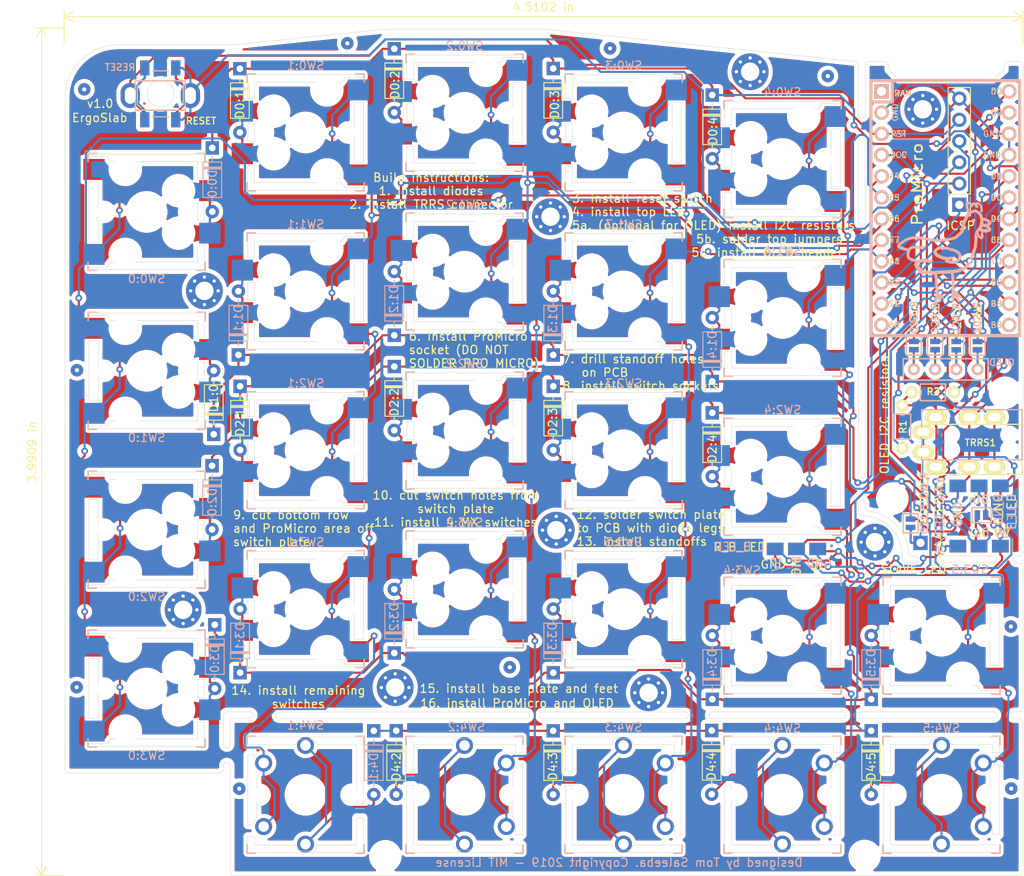
<source format=kicad_pcb>
(kicad_pcb (version 20171130) (host pcbnew 5.1.4)
  (layers (0 F.Cu signal) (31 B.Cu signal) (34 B.Paste user) (35 F.Paste user) (36 B.SilkS user) (37 F.SilkS user) (38 B.Mask user) (39 F.Mask user) (44 Edge.Cuts user))
  (net 0 "")
  (net 1 Row0)
  (net 2 Col0)
  (net 3 Col1)
  (net 4 Col2)
  (net 5 GND)
  (net 6 Reset)
  (net 7 data)
  (net 8 VCC)
  (net 9 Row1)
  (net 10 Row2)
  (net 11 Row3)
  (net 12 Col3)
  (net 13 Col4)
  (net 14 Col5)
  (net 15 Row4)
  (net 16 "Net-(D0:0-Pad2)")
  (net 17 "Net-(D0:1-Pad2)")
  (net 18 "Net-(D0:2-Pad2)")
  (net 19 "Net-(D0:3-Pad2)")
  (net 20 "Net-(D0:4-Pad2)")
  (net 21 "Net-(D1:0-Pad2)")
  (net 22 "Net-(D1:1-Pad2)")
  (net 23 "Net-(D1:2-Pad2)")
  (net 24 "Net-(D1:3-Pad2)")
  (net 25 "Net-(D1:4-Pad2)")
  (net 26 "Net-(D2:0-Pad2)")
  (net 27 "Net-(D2:1-Pad2)")
  (net 28 "Net-(D2:2-Pad2)")
  (net 29 "Net-(D2:3-Pad2)")
  (net 30 "Net-(D2:4-Pad2)")
  (net 31 "Net-(D3:0-Pad2)")
  (net 32 "Net-(D3:1-Pad2)")
  (net 33 "Net-(D3:2-Pad2)")
  (net 34 "Net-(D3:3-Pad2)")
  (net 35 "Net-(D3:4-Pad2)")
  (net 36 "Net-(D3:5-Pad2)")
  (net 37 "Net-(D4:1-Pad2)")
  (net 38 "Net-(D4:2-Pad2)")
  (net 39 "Net-(D4:3-Pad2)")
  (net 40 "Net-(D4:4-Pad2)")
  (net 41 "Net-(D4:5-Pad2)")
  (net 42 SCL)
  (net 43 SDA)
  (net 44 LED)
  (net 45 "Net-(JP1-Pad2)")
  (net 46 "Net-(JP2-Pad2)")
  (net 47 "Net-(JP3-Pad2)")
  (net 48 "Net-(JP4-Pad2)")
  (net 49 "Net-(PM1-Pad1)")
  (net 50 "Net-(PM1-Pad12)")
  (net 51 "Net-(PM1-Pad24)")
  (net 52 "Net-(J1-Pad2)")
  (net 53 "Net-(J2-Pad2)")
  (net 54 SLAVE_LED)
  (net 55 MOSI)
  (module footprints:chicken (layer B.Cu) (at 177.53 71.09 180)
    (fp_text reference G*** hide)
    (fp_text value LOGO hide)
  )
  (module footprints:Kailh_socket_reversible (layer F.Cu) (at 139.2 113.555)
    (fp_text reference SW3:3 (at 0 -8) (layer B.SilkS) (effects (justify mirror)))
    (fp_text value SW_Push)
    (pad 2 smd rect (at -7.56 2.54) (size 2.55 2.5) (layers F.Cu F.Paste F.Mask) (net 34 "Net-(D3:3-Pad2)"))
    (pad "" np_thru_hole circle (at -5.08 0) (size 1.7018 1.7018) (drill 1.7018) (layers *.Cu *.Mask))
    (pad "" np_thru_hole circle (at 5.08 0) (size 1.7018 1.7018) (drill 1.7018) (layers *.Cu *.Mask))
    (pad "" np_thru_hole circle (at 0 0) (size 3.9878 3.9878) (drill 3.9878) (layers *.Cu *.Mask))
    (pad "" np_thru_hole circle (at -3.81 -2.54) (size 3 3) (drill 3) (layers *.Cu *.Mask))
    (pad "" np_thru_hole circle (at 2.54 -5.08) (size 3 3) (drill 3) (layers *.Cu *.Mask))
    (pad 1 smd rect (at 6.29 5.08) (size 2.55 2.5) (layers F.Cu F.Paste F.Mask) (net 12 Col3))
    (pad "" np_thru_hole circle (at 2.54 5.08) (size 3 3) (drill 3) (layers *.Cu *.Mask))
    (pad "" np_thru_hole circle (at -3.81 2.54) (size 3 3) (drill 3) (layers *.Cu *.Mask))
    (pad 1 smd rect (at 6.29 -5.08) (size 2.55 2.5) (layers B.Cu B.Paste B.Mask) (net 12 Col3))
    (pad 2 smd rect (at -7.56 -2.54) (size 2.55 2.5) (layers B.Cu B.Paste B.Mask) (net 34 "Net-(D3:3-Pad2)"))
  )
  (module footprints:kailh-choc-solder-reversible (layer F.Cu) (at 177.195 135.745)
    (fp_text reference SW4:5 (at -0.015 -7.975) (layer B.SilkS) (effects (justify mirror)))
    (fp_text value SW_Push)
    (pad 2 thru_hole circle (at 0 -5.9 180) (size 2.032 2.032) (drill 1.27) (layers *.Cu *.Mask) (net 41 "Net-(D4:5-Pad2)"))
    (pad "" np_thru_hole circle (at -5.5 0) (size 1.7018 1.7018) (drill 1.7018) (layers *.Cu *.Mask))
    (pad "" np_thru_hole circle (at 5.5 0) (size 1.7018 1.7018) (drill 1.7018) (layers *.Cu *.Mask))
    (pad 2 thru_hole circle (at 0 5.9) (size 2.032 2.032) (drill 1.27) (layers *.Cu *.Mask) (net 41 "Net-(D4:5-Pad2)"))
    (pad 1 thru_hole circle (at 5 -3.8 180) (size 2.032 2.032) (drill 1.27) (layers *.Cu *.Mask) (net 14 Col5))
    (pad "" np_thru_hole circle (at 0 0) (size 3.429 3.429) (drill 3.429) (layers *.Cu *.Mask))
    (pad 1 thru_hole circle (at 5 3.8) (size 2.032 2.032) (drill 1.27) (layers *.Cu *.Mask) (net 14 Col5))
    (pad "" np_thru_hole circle (at 0 0) (size 3.9878 3.9878) (drill 3.9878) (layers *.Cu *.Mask))
  )
  (module footprints:kailh-choc-solder-reversible (layer F.Cu) (at 158.19 135.745)
    (fp_text reference SW4:4 (at -0.01 -7.945) (layer B.SilkS) (effects (justify mirror)))
    (fp_text value SW_Push)
    (pad 2 thru_hole circle (at 0 -5.9 180) (size 2.032 2.032) (drill 1.27) (layers *.Cu *.Mask) (net 40 "Net-(D4:4-Pad2)"))
    (pad "" np_thru_hole circle (at -5.5 0) (size 1.7018 1.7018) (drill 1.7018) (layers *.Cu *.Mask))
    (pad "" np_thru_hole circle (at 5.5 0) (size 1.7018 1.7018) (drill 1.7018) (layers *.Cu *.Mask))
    (pad 2 thru_hole circle (at 0 5.9) (size 2.032 2.032) (drill 1.27) (layers *.Cu *.Mask) (net 40 "Net-(D4:4-Pad2)"))
    (pad 1 thru_hole circle (at 5 -3.8 180) (size 2.032 2.032) (drill 1.27) (layers *.Cu *.Mask) (net 13 Col4))
    (pad "" np_thru_hole circle (at 0 0) (size 3.429 3.429) (drill 3.429) (layers *.Cu *.Mask))
    (pad 1 thru_hole circle (at 5 3.8) (size 2.032 2.032) (drill 1.27) (layers *.Cu *.Mask) (net 13 Col4))
    (pad "" np_thru_hole circle (at 0 0) (size 3.9878 3.9878) (drill 3.9878) (layers *.Cu *.Mask))
  )
  (module footprints:kailh-choc-solder-reversible (layer F.Cu) (at 139.19 135.75)
    (fp_text reference SW4:3 (at 0 -8.08) (layer B.SilkS) (effects (justify mirror)))
    (fp_text value SW_Push)
    (pad 2 thru_hole circle (at 0 -5.9 180) (size 2.032 2.032) (drill 1.27) (layers *.Cu *.Mask) (net 39 "Net-(D4:3-Pad2)"))
    (pad "" np_thru_hole circle (at -5.5 0) (size 1.7018 1.7018) (drill 1.7018) (layers *.Cu *.Mask))
    (pad "" np_thru_hole circle (at 5.5 0) (size 1.7018 1.7018) (drill 1.7018) (layers *.Cu *.Mask))
    (pad 2 thru_hole circle (at 0 5.9) (size 2.032 2.032) (drill 1.27) (layers *.Cu *.Mask) (net 39 "Net-(D4:3-Pad2)"))
    (pad 1 thru_hole circle (at 5 -3.8 180) (size 2.032 2.032) (drill 1.27) (layers *.Cu *.Mask) (net 12 Col3))
    (pad "" np_thru_hole circle (at 0 0) (size 3.429 3.429) (drill 3.429) (layers *.Cu *.Mask))
    (pad 1 thru_hole circle (at 5 3.8) (size 2.032 2.032) (drill 1.27) (layers *.Cu *.Mask) (net 12 Col3))
    (pad "" np_thru_hole circle (at 0 0) (size 3.9878 3.9878) (drill 3.9878) (layers *.Cu *.Mask))
  )
  (module footprints:kailh-choc-solder-reversible (layer F.Cu) (at 120.19 135.75)
    (fp_text reference SW4:2 (at 0.23 -8.12) (layer B.SilkS) (effects (justify mirror)))
    (fp_text value SW_Push)
    (pad 2 thru_hole circle (at 0 -5.9 180) (size 2.032 2.032) (drill 1.27) (layers *.Cu *.Mask) (net 38 "Net-(D4:2-Pad2)"))
    (pad "" np_thru_hole circle (at -5.5 0) (size 1.7018 1.7018) (drill 1.7018) (layers *.Cu *.Mask))
    (pad "" np_thru_hole circle (at 5.5 0) (size 1.7018 1.7018) (drill 1.7018) (layers *.Cu *.Mask))
    (pad 2 thru_hole circle (at 0 5.9) (size 2.032 2.032) (drill 1.27) (layers *.Cu *.Mask) (net 38 "Net-(D4:2-Pad2)"))
    (pad 1 thru_hole circle (at 5 -3.8 180) (size 2.032 2.032) (drill 1.27) (layers *.Cu *.Mask) (net 4 Col2))
    (pad "" np_thru_hole circle (at 0 0) (size 3.429 3.429) (drill 3.429) (layers *.Cu *.Mask))
    (pad 1 thru_hole circle (at 5 3.8) (size 2.032 2.032) (drill 1.27) (layers *.Cu *.Mask) (net 4 Col2))
    (pad "" np_thru_hole circle (at 0 0) (size 3.9878 3.9878) (drill 3.9878) (layers *.Cu *.Mask))
  )
  (module footprints:kailh-choc-solder-reversible (layer F.Cu) (at 101.19 135.75 180)
    (fp_text reference SW4:1 (at 0 8.3) (layer B.SilkS) (effects (justify mirror)))
    (fp_text value SW_Push)
    (pad 2 thru_hole circle (at 0 -5.9) (size 2.032 2.032) (drill 1.27) (layers *.Cu *.Mask) (net 37 "Net-(D4:1-Pad2)"))
    (pad "" np_thru_hole circle (at -5.5 0 180) (size 1.7018 1.7018) (drill 1.7018) (layers *.Cu *.Mask))
    (pad "" np_thru_hole circle (at 5.5 0 180) (size 1.7018 1.7018) (drill 1.7018) (layers *.Cu *.Mask))
    (pad 2 thru_hole circle (at 0 5.9 180) (size 2.032 2.032) (drill 1.27) (layers *.Cu *.Mask) (net 37 "Net-(D4:1-Pad2)"))
    (pad 1 thru_hole circle (at 5 -3.8) (size 2.032 2.032) (drill 1.27) (layers *.Cu *.Mask) (net 3 Col1))
    (pad "" np_thru_hole circle (at 0 0 180) (size 3.429 3.429) (drill 3.429) (layers *.Cu *.Mask))
    (pad 1 thru_hole circle (at 5 3.8 180) (size 2.032 2.032) (drill 1.27) (layers *.Cu *.Mask) (net 3 Col1))
    (pad "" np_thru_hole circle (at 0 0 180) (size 3.9878 3.9878) (drill 3.9878) (layers *.Cu *.Mask))
  )
  (module footprints:Kailh_socket_reversible (layer F.Cu) (at 158.2 116.725)
    (fp_text reference SW3:4 (at -4.85 -7.795) (layer B.SilkS) (effects (justify mirror)))
    (fp_text value SW_Push)
    (pad 2 smd rect (at -7.56 2.54) (size 2.55 2.5) (layers F.Cu F.Paste F.Mask) (net 35 "Net-(D3:4-Pad2)"))
    (pad "" np_thru_hole circle (at -5.08 0) (size 1.7018 1.7018) (drill 1.7018) (layers *.Cu *.Mask))
    (pad "" np_thru_hole circle (at 5.08 0) (size 1.7018 1.7018) (drill 1.7018) (layers *.Cu *.Mask))
    (pad "" np_thru_hole circle (at 0 0) (size 3.9878 3.9878) (drill 3.9878) (layers *.Cu *.Mask))
    (pad "" np_thru_hole circle (at -3.81 -2.54) (size 3 3) (drill 3) (layers *.Cu *.Mask))
    (pad "" np_thru_hole circle (at 2.54 -5.08) (size 3 3) (drill 3) (layers *.Cu *.Mask))
    (pad 1 smd rect (at 6.29 5.08) (size 2.55 2.5) (layers F.Cu F.Paste F.Mask) (net 13 Col4))
    (pad "" np_thru_hole circle (at 2.54 5.08) (size 3 3) (drill 3) (layers *.Cu *.Mask))
    (pad "" np_thru_hole circle (at -3.81 2.54) (size 3 3) (drill 3) (layers *.Cu *.Mask))
    (pad 1 smd rect (at 6.29 -5.08) (size 2.55 2.5) (layers B.Cu B.Paste B.Mask) (net 13 Col4))
    (pad 2 smd rect (at -7.56 -2.54) (size 2.55 2.5) (layers B.Cu B.Paste B.Mask) (net 35 "Net-(D3:4-Pad2)"))
  )
  (module footprints:Kailh_socket_reversible (layer F.Cu) (at 120.2 111.2)
    (fp_text reference SW3:2 (at 0 -8) (layer B.SilkS) (effects (justify mirror)))
    (fp_text value SW_Push)
    (pad 2 smd rect (at -7.56 2.54) (size 2.55 2.5) (layers F.Cu F.Paste F.Mask) (net 33 "Net-(D3:2-Pad2)"))
    (pad "" np_thru_hole circle (at -5.08 0) (size 1.7018 1.7018) (drill 1.7018) (layers *.Cu *.Mask))
    (pad "" np_thru_hole circle (at 5.08 0) (size 1.7018 1.7018) (drill 1.7018) (layers *.Cu *.Mask))
    (pad "" np_thru_hole circle (at 0 0) (size 3.9878 3.9878) (drill 3.9878) (layers *.Cu *.Mask))
    (pad "" np_thru_hole circle (at -3.81 -2.54) (size 3 3) (drill 3) (layers *.Cu *.Mask))
    (pad "" np_thru_hole circle (at 2.54 -5.08) (size 3 3) (drill 3) (layers *.Cu *.Mask))
    (pad 1 smd rect (at 6.29 5.08) (size 2.55 2.5) (layers F.Cu F.Paste F.Mask) (net 4 Col2))
    (pad "" np_thru_hole circle (at 2.54 5.08) (size 3 3) (drill 3) (layers *.Cu *.Mask))
    (pad "" np_thru_hole circle (at -3.81 2.54) (size 3 3) (drill 3) (layers *.Cu *.Mask))
    (pad 1 smd rect (at 6.29 -5.08) (size 2.55 2.5) (layers B.Cu B.Paste B.Mask) (net 4 Col2))
    (pad 2 smd rect (at -7.56 -2.54) (size 2.55 2.5) (layers B.Cu B.Paste B.Mask) (net 33 "Net-(D3:2-Pad2)"))
  )
  (module footprints:Kailh_socket_reversible (layer F.Cu) (at 101.2 113.55)
    (fp_text reference SW3:1 (at 0 -8) (layer B.SilkS) (effects (justify mirror)))
    (fp_text value SW_Push)
    (pad 2 smd rect (at -7.56 2.54) (size 2.55 2.5) (layers F.Cu F.Paste F.Mask) (net 32 "Net-(D3:1-Pad2)"))
    (pad "" np_thru_hole circle (at -5.08 0) (size 1.7018 1.7018) (drill 1.7018) (layers *.Cu *.Mask))
    (pad "" np_thru_hole circle (at 5.08 0) (size 1.7018 1.7018) (drill 1.7018) (layers *.Cu *.Mask))
    (pad "" np_thru_hole circle (at 0 0) (size 3.9878 3.9878) (drill 3.9878) (layers *.Cu *.Mask))
    (pad "" np_thru_hole circle (at -3.81 -2.54) (size 3 3) (drill 3) (layers *.Cu *.Mask))
    (pad "" np_thru_hole circle (at 2.54 -5.08) (size 3 3) (drill 3) (layers *.Cu *.Mask))
    (pad 1 smd rect (at 6.29 5.08) (size 2.55 2.5) (layers F.Cu F.Paste F.Mask) (net 3 Col1))
    (pad "" np_thru_hole circle (at 2.54 5.08) (size 3 3) (drill 3) (layers *.Cu *.Mask))
    (pad "" np_thru_hole circle (at -3.81 2.54) (size 3 3) (drill 3) (layers *.Cu *.Mask))
    (pad 1 smd rect (at 6.29 -5.08) (size 2.55 2.5) (layers B.Cu B.Paste B.Mask) (net 3 Col1))
    (pad 2 smd rect (at -7.56 -2.54) (size 2.55 2.5) (layers B.Cu B.Paste B.Mask) (net 32 "Net-(D3:1-Pad2)"))
  )
  (module footprints:Kailh_socket_reversible (layer F.Cu) (at 82.2 123.05 180)
    (fp_text reference SW3:0 (at 0 -8) (layer B.SilkS) (effects (justify mirror)))
    (fp_text value SW_Push)
    (pad 2 smd rect (at -7.56 2.54 180) (size 2.55 2.5) (layers F.Cu F.Paste F.Mask) (net 31 "Net-(D3:0-Pad2)"))
    (pad "" np_thru_hole circle (at -5.08 0 180) (size 1.7018 1.7018) (drill 1.7018) (layers *.Cu *.Mask))
    (pad "" np_thru_hole circle (at 5.08 0 180) (size 1.7018 1.7018) (drill 1.7018) (layers *.Cu *.Mask))
    (pad "" np_thru_hole circle (at 0 0 180) (size 3.9878 3.9878) (drill 3.9878) (layers *.Cu *.Mask))
    (pad "" np_thru_hole circle (at -3.81 -2.54 180) (size 3 3) (drill 3) (layers *.Cu *.Mask))
    (pad "" np_thru_hole circle (at 2.54 -5.08 180) (size 3 3) (drill 3) (layers *.Cu *.Mask))
    (pad 1 smd rect (at 6.29 5.08 180) (size 2.55 2.5) (layers F.Cu F.Paste F.Mask) (net 2 Col0))
    (pad "" np_thru_hole circle (at 2.54 5.08 180) (size 3 3) (drill 3) (layers *.Cu *.Mask))
    (pad "" np_thru_hole circle (at -3.81 2.54 180) (size 3 3) (drill 3) (layers *.Cu *.Mask))
    (pad 1 smd rect (at 6.29 -5.08 180) (size 2.55 2.5) (layers B.Cu B.Paste B.Mask) (net 2 Col0))
    (pad 2 smd rect (at -7.56 -2.54 180) (size 2.55 2.5) (layers B.Cu B.Paste B.Mask) (net 31 "Net-(D3:0-Pad2)"))
  )
  (module footprints:Kailh_socket_reversible (layer F.Cu) (at 158.2 97.725)
    (fp_text reference SW2:4 (at 0 -8) (layer B.SilkS) (effects (justify mirror)))
    (fp_text value SW_Push)
    (pad 2 smd rect (at -7.56 2.54) (size 2.55 2.5) (layers F.Cu F.Paste F.Mask) (net 30 "Net-(D2:4-Pad2)"))
    (pad "" np_thru_hole circle (at -5.08 0) (size 1.7018 1.7018) (drill 1.7018) (layers *.Cu *.Mask))
    (pad "" np_thru_hole circle (at 5.08 0) (size 1.7018 1.7018) (drill 1.7018) (layers *.Cu *.Mask))
    (pad "" np_thru_hole circle (at 0 0) (size 3.9878 3.9878) (drill 3.9878) (layers *.Cu *.Mask))
    (pad "" np_thru_hole circle (at -3.81 -2.54) (size 3 3) (drill 3) (layers *.Cu *.Mask))
    (pad "" np_thru_hole circle (at 2.54 -5.08) (size 3 3) (drill 3) (layers *.Cu *.Mask))
    (pad 1 smd rect (at 6.29 5.08) (size 2.55 2.5) (layers F.Cu F.Paste F.Mask) (net 13 Col4))
    (pad "" np_thru_hole circle (at 2.54 5.08) (size 3 3) (drill 3) (layers *.Cu *.Mask))
    (pad "" np_thru_hole circle (at -3.81 2.54) (size 3 3) (drill 3) (layers *.Cu *.Mask))
    (pad 1 smd rect (at 6.29 -5.08) (size 2.55 2.5) (layers B.Cu B.Paste B.Mask) (net 13 Col4))
    (pad 2 smd rect (at -7.56 -2.54) (size 2.55 2.5) (layers B.Cu B.Paste B.Mask) (net 30 "Net-(D2:4-Pad2)"))
  )
  (module footprints:Kailh_socket_reversible (layer F.Cu) (at 139.2 94.555)
    (fp_text reference SW2:3 (at 0 -8) (layer B.SilkS) (effects (justify mirror)))
    (fp_text value SW_Push)
    (pad 2 smd rect (at -7.56 2.54) (size 2.55 2.5) (layers F.Cu F.Paste F.Mask) (net 29 "Net-(D2:3-Pad2)"))
    (pad "" np_thru_hole circle (at -5.08 0) (size 1.7018 1.7018) (drill 1.7018) (layers *.Cu *.Mask))
    (pad "" np_thru_hole circle (at 5.08 0) (size 1.7018 1.7018) (drill 1.7018) (layers *.Cu *.Mask))
    (pad "" np_thru_hole circle (at 0 0) (size 3.9878 3.9878) (drill 3.9878) (layers *.Cu *.Mask))
    (pad "" np_thru_hole circle (at -3.81 -2.54) (size 3 3) (drill 3) (layers *.Cu *.Mask))
    (pad "" np_thru_hole circle (at 2.54 -5.08) (size 3 3) (drill 3) (layers *.Cu *.Mask))
    (pad 1 smd rect (at 6.29 5.08) (size 2.55 2.5) (layers F.Cu F.Paste F.Mask) (net 12 Col3))
    (pad "" np_thru_hole circle (at 2.54 5.08) (size 3 3) (drill 3) (layers *.Cu *.Mask))
    (pad "" np_thru_hole circle (at -3.81 2.54) (size 3 3) (drill 3) (layers *.Cu *.Mask))
    (pad 1 smd rect (at 6.29 -5.08) (size 2.55 2.5) (layers B.Cu B.Paste B.Mask) (net 12 Col3))
    (pad 2 smd rect (at -7.56 -2.54) (size 2.55 2.5) (layers B.Cu B.Paste B.Mask) (net 29 "Net-(D2:3-Pad2)"))
  )
  (module footprints:Kailh_socket_reversible (layer F.Cu) (at 120.2 92.2)
    (fp_text reference SW2:2 (at 0 -8) (layer B.SilkS) (effects (justify mirror)))
    (fp_text value SW_Push)
    (pad 2 smd rect (at -7.56 2.54) (size 2.55 2.5) (layers F.Cu F.Paste F.Mask) (net 28 "Net-(D2:2-Pad2)"))
    (pad "" np_thru_hole circle (at -5.08 0) (size 1.7018 1.7018) (drill 1.7018) (layers *.Cu *.Mask))
    (pad "" np_thru_hole circle (at 5.08 0) (size 1.7018 1.7018) (drill 1.7018) (layers *.Cu *.Mask))
    (pad "" np_thru_hole circle (at 0 0) (size 3.9878 3.9878) (drill 3.9878) (layers *.Cu *.Mask))
    (pad "" np_thru_hole circle (at -3.81 -2.54) (size 3 3) (drill 3) (layers *.Cu *.Mask))
    (pad "" np_thru_hole circle (at 2.54 -5.08) (size 3 3) (drill 3) (layers *.Cu *.Mask))
    (pad 1 smd rect (at 6.29 5.08) (size 2.55 2.5) (layers F.Cu F.Paste F.Mask) (net 4 Col2))
    (pad "" np_thru_hole circle (at 2.54 5.08) (size 3 3) (drill 3) (layers *.Cu *.Mask))
    (pad "" np_thru_hole circle (at -3.81 2.54) (size 3 3) (drill 3) (layers *.Cu *.Mask))
    (pad 1 smd rect (at 6.29 -5.08) (size 2.55 2.5) (layers B.Cu B.Paste B.Mask) (net 4 Col2))
    (pad 2 smd rect (at -7.56 -2.54) (size 2.55 2.5) (layers B.Cu B.Paste B.Mask) (net 28 "Net-(D2:2-Pad2)"))
  )
  (module footprints:Kailh_socket_reversible (layer F.Cu) (at 101.2 94.55)
    (fp_text reference SW2:1 (at 0 -8) (layer B.SilkS) (effects (justify mirror)))
    (fp_text value SW_Push)
    (pad 2 smd rect (at -7.56 2.54) (size 2.55 2.5) (layers F.Cu F.Paste F.Mask) (net 27 "Net-(D2:1-Pad2)"))
    (pad "" np_thru_hole circle (at -5.08 0) (size 1.7018 1.7018) (drill 1.7018) (layers *.Cu *.Mask))
    (pad "" np_thru_hole circle (at 5.08 0) (size 1.7018 1.7018) (drill 1.7018) (layers *.Cu *.Mask))
    (pad "" np_thru_hole circle (at 0 0) (size 3.9878 3.9878) (drill 3.9878) (layers *.Cu *.Mask))
    (pad "" np_thru_hole circle (at -3.81 -2.54) (size 3 3) (drill 3) (layers *.Cu *.Mask))
    (pad "" np_thru_hole circle (at 2.54 -5.08) (size 3 3) (drill 3) (layers *.Cu *.Mask))
    (pad 1 smd rect (at 6.29 5.08) (size 2.55 2.5) (layers F.Cu F.Paste F.Mask) (net 3 Col1))
    (pad "" np_thru_hole circle (at 2.54 5.08) (size 3 3) (drill 3) (layers *.Cu *.Mask))
    (pad "" np_thru_hole circle (at -3.81 2.54) (size 3 3) (drill 3) (layers *.Cu *.Mask))
    (pad 1 smd rect (at 6.29 -5.08) (size 2.55 2.5) (layers B.Cu B.Paste B.Mask) (net 3 Col1))
    (pad 2 smd rect (at -7.56 -2.54) (size 2.55 2.5) (layers B.Cu B.Paste B.Mask) (net 27 "Net-(D2:1-Pad2)"))
  )
  (module footprints:Kailh_socket_reversible (layer F.Cu) (at 82.2 104.05 180)
    (fp_text reference SW2:0 (at 0 -8) (layer B.SilkS) (effects (justify mirror)))
    (fp_text value SW_Push)
    (pad 2 smd rect (at -7.56 2.54 180) (size 2.55 2.5) (layers F.Cu F.Paste F.Mask) (net 26 "Net-(D2:0-Pad2)"))
    (pad "" np_thru_hole circle (at -5.08 0 180) (size 1.7018 1.7018) (drill 1.7018) (layers *.Cu *.Mask))
    (pad "" np_thru_hole circle (at 5.08 0 180) (size 1.7018 1.7018) (drill 1.7018) (layers *.Cu *.Mask))
    (pad "" np_thru_hole circle (at 0 0 180) (size 3.9878 3.9878) (drill 3.9878) (layers *.Cu *.Mask))
    (pad "" np_thru_hole circle (at -3.81 -2.54 180) (size 3 3) (drill 3) (layers *.Cu *.Mask))
    (pad "" np_thru_hole circle (at 2.54 -5.08 180) (size 3 3) (drill 3) (layers *.Cu *.Mask))
    (pad 1 smd rect (at 6.29 5.08 180) (size 2.55 2.5) (layers F.Cu F.Paste F.Mask) (net 2 Col0))
    (pad "" np_thru_hole circle (at 2.54 5.08 180) (size 3 3) (drill 3) (layers *.Cu *.Mask))
    (pad "" np_thru_hole circle (at -3.81 2.54 180) (size 3 3) (drill 3) (layers *.Cu *.Mask))
    (pad 1 smd rect (at 6.29 -5.08 180) (size 2.55 2.5) (layers B.Cu B.Paste B.Mask) (net 2 Col0))
    (pad 2 smd rect (at -7.56 -2.54 180) (size 2.55 2.5) (layers B.Cu B.Paste B.Mask) (net 26 "Net-(D2:0-Pad2)"))
  )
  (module footprints:Kailh_socket_reversible (layer F.Cu) (at 158.2 78.725)
    (fp_text reference SW1:4 (at 0 -8) (layer B.SilkS) (effects (justify mirror)))
    (fp_text value SW_Push)
    (pad 2 smd rect (at -7.56 2.54) (size 2.55 2.5) (layers F.Cu F.Paste F.Mask) (net 25 "Net-(D1:4-Pad2)"))
    (pad "" np_thru_hole circle (at -5.08 0) (size 1.7018 1.7018) (drill 1.7018) (layers *.Cu *.Mask))
    (pad "" np_thru_hole circle (at 5.08 0) (size 1.7018 1.7018) (drill 1.7018) (layers *.Cu *.Mask))
    (pad "" np_thru_hole circle (at 0 0) (size 3.9878 3.9878) (drill 3.9878) (layers *.Cu *.Mask))
    (pad "" np_thru_hole circle (at -3.81 -2.54) (size 3 3) (drill 3) (layers *.Cu *.Mask))
    (pad "" np_thru_hole circle (at 2.54 -5.08) (size 3 3) (drill 3) (layers *.Cu *.Mask))
    (pad 1 smd rect (at 6.29 5.08) (size 2.55 2.5) (layers F.Cu F.Paste F.Mask) (net 13 Col4))
    (pad "" np_thru_hole circle (at 2.54 5.08) (size 3 3) (drill 3) (layers *.Cu *.Mask))
    (pad "" np_thru_hole circle (at -3.81 2.54) (size 3 3) (drill 3) (layers *.Cu *.Mask))
    (pad 1 smd rect (at 6.29 -5.08) (size 2.55 2.5) (layers B.Cu B.Paste B.Mask) (net 13 Col4))
    (pad 2 smd rect (at -7.56 -2.54) (size 2.55 2.5) (layers B.Cu B.Paste B.Mask) (net 25 "Net-(D1:4-Pad2)"))
  )
  (module footprints:Kailh_socket_reversible (layer F.Cu) (at 139.2 75.555)
    (fp_text reference SW1:3 (at 0 -8) (layer B.SilkS) (effects (justify mirror)))
    (fp_text value SW_Push)
    (pad 2 smd rect (at -7.56 2.54) (size 2.55 2.5) (layers F.Cu F.Paste F.Mask) (net 24 "Net-(D1:3-Pad2)"))
    (pad "" np_thru_hole circle (at -5.08 0) (size 1.7018 1.7018) (drill 1.7018) (layers *.Cu *.Mask))
    (pad "" np_thru_hole circle (at 5.08 0) (size 1.7018 1.7018) (drill 1.7018) (layers *.Cu *.Mask))
    (pad "" np_thru_hole circle (at 0 0) (size 3.9878 3.9878) (drill 3.9878) (layers *.Cu *.Mask))
    (pad "" np_thru_hole circle (at -3.81 -2.54) (size 3 3) (drill 3) (layers *.Cu *.Mask))
    (pad "" np_thru_hole circle (at 2.54 -5.08) (size 3 3) (drill 3) (layers *.Cu *.Mask))
    (pad 1 smd rect (at 6.29 5.08) (size 2.55 2.5) (layers F.Cu F.Paste F.Mask) (net 12 Col3))
    (pad "" np_thru_hole circle (at 2.54 5.08) (size 3 3) (drill 3) (layers *.Cu *.Mask))
    (pad "" np_thru_hole circle (at -3.81 2.54) (size 3 3) (drill 3) (layers *.Cu *.Mask))
    (pad 1 smd rect (at 6.29 -5.08) (size 2.55 2.5) (layers B.Cu B.Paste B.Mask) (net 12 Col3))
    (pad 2 smd rect (at -7.56 -2.54) (size 2.55 2.5) (layers B.Cu B.Paste B.Mask) (net 24 "Net-(D1:3-Pad2)"))
  )
  (module footprints:Kailh_socket_reversible (layer F.Cu) (at 120.2 73.2)
    (fp_text reference SW1:2 (at 0 -8) (layer B.SilkS) (effects (justify mirror)))
    (fp_text value SW_Push)
    (pad 2 smd rect (at -7.56 2.54) (size 2.55 2.5) (layers F.Cu F.Paste F.Mask) (net 23 "Net-(D1:2-Pad2)"))
    (pad "" np_thru_hole circle (at -5.08 0) (size 1.7018 1.7018) (drill 1.7018) (layers *.Cu *.Mask))
    (pad "" np_thru_hole circle (at 5.08 0) (size 1.7018 1.7018) (drill 1.7018) (layers *.Cu *.Mask))
    (pad "" np_thru_hole circle (at 0 0) (size 3.9878 3.9878) (drill 3.9878) (layers *.Cu *.Mask))
    (pad "" np_thru_hole circle (at -3.81 -2.54) (size 3 3) (drill 3) (layers *.Cu *.Mask))
    (pad "" np_thru_hole circle (at 2.54 -5.08) (size 3 3) (drill 3) (layers *.Cu *.Mask))
    (pad 1 smd rect (at 6.29 5.08) (size 2.55 2.5) (layers F.Cu F.Paste F.Mask) (net 4 Col2))
    (pad "" np_thru_hole circle (at 2.54 5.08) (size 3 3) (drill 3) (layers *.Cu *.Mask))
    (pad "" np_thru_hole circle (at -3.81 2.54) (size 3 3) (drill 3) (layers *.Cu *.Mask))
    (pad 1 smd rect (at 6.29 -5.08) (size 2.55 2.5) (layers B.Cu B.Paste B.Mask) (net 4 Col2))
    (pad 2 smd rect (at -7.56 -2.54) (size 2.55 2.5) (layers B.Cu B.Paste B.Mask) (net 23 "Net-(D1:2-Pad2)"))
  )
  (module footprints:Kailh_socket_reversible (layer F.Cu) (at 101.2 75.55)
    (fp_text reference SW1:1 (at 0 -8) (layer B.SilkS) (effects (justify mirror)))
    (fp_text value SW_Push)
    (pad 2 smd rect (at -7.56 2.54) (size 2.55 2.5) (layers F.Cu F.Paste F.Mask) (net 22 "Net-(D1:1-Pad2)"))
    (pad "" np_thru_hole circle (at -5.08 0) (size 1.7018 1.7018) (drill 1.7018) (layers *.Cu *.Mask))
    (pad "" np_thru_hole circle (at 5.08 0) (size 1.7018 1.7018) (drill 1.7018) (layers *.Cu *.Mask))
    (pad "" np_thru_hole circle (at 0 0) (size 3.9878 3.9878) (drill 3.9878) (layers *.Cu *.Mask))
    (pad "" np_thru_hole circle (at -3.81 -2.54) (size 3 3) (drill 3) (layers *.Cu *.Mask))
    (pad "" np_thru_hole circle (at 2.54 -5.08) (size 3 3) (drill 3) (layers *.Cu *.Mask))
    (pad 1 smd rect (at 6.29 5.08) (size 2.55 2.5) (layers F.Cu F.Paste F.Mask) (net 3 Col1))
    (pad "" np_thru_hole circle (at 2.54 5.08) (size 3 3) (drill 3) (layers *.Cu *.Mask))
    (pad "" np_thru_hole circle (at -3.81 2.54) (size 3 3) (drill 3) (layers *.Cu *.Mask))
    (pad 1 smd rect (at 6.29 -5.08) (size 2.55 2.5) (layers B.Cu B.Paste B.Mask) (net 3 Col1))
    (pad 2 smd rect (at -7.56 -2.54) (size 2.55 2.5) (layers B.Cu B.Paste B.Mask) (net 22 "Net-(D1:1-Pad2)"))
  )
  (module footprints:Kailh_socket_reversible (layer F.Cu) (at 82.2075 85.05 180)
    (fp_text reference SW1:0 (at 0 -8) (layer B.SilkS) (effects (justify mirror)))
    (fp_text value SW_Push)
    (pad 2 smd rect (at -7.56 2.54 180) (size 2.55 2.5) (layers F.Cu F.Paste F.Mask) (net 21 "Net-(D1:0-Pad2)"))
    (pad "" np_thru_hole circle (at -5.08 0 180) (size 1.7018 1.7018) (drill 1.7018) (layers *.Cu *.Mask))
    (pad "" np_thru_hole circle (at 5.08 0 180) (size 1.7018 1.7018) (drill 1.7018) (layers *.Cu *.Mask))
    (pad "" np_thru_hole circle (at 0 0 180) (size 3.9878 3.9878) (drill 3.9878) (layers *.Cu *.Mask))
    (pad "" np_thru_hole circle (at -3.81 -2.54 180) (size 3 3) (drill 3) (layers *.Cu *.Mask))
    (pad "" np_thru_hole circle (at 2.54 -5.08 180) (size 3 3) (drill 3) (layers *.Cu *.Mask))
    (pad 1 smd rect (at 6.29 5.08 180) (size 2.55 2.5) (layers F.Cu F.Paste F.Mask) (net 2 Col0))
    (pad "" np_thru_hole circle (at 2.54 5.08 180) (size 3 3) (drill 3) (layers *.Cu *.Mask))
    (pad "" np_thru_hole circle (at -3.81 2.54 180) (size 3 3) (drill 3) (layers *.Cu *.Mask))
    (pad 1 smd rect (at 6.29 -5.08 180) (size 2.55 2.5) (layers B.Cu B.Paste B.Mask) (net 2 Col0))
    (pad 2 smd rect (at -7.56 -2.54 180) (size 2.55 2.5) (layers B.Cu B.Paste B.Mask) (net 21 "Net-(D1:0-Pad2)"))
  )
  (module footprints:Kailh_socket_reversible (layer F.Cu) (at 158.2 59.725)
    (fp_text reference SW0:4 (at 0 -8) (layer B.SilkS) (effects (justify mirror)))
    (fp_text value SW_Push)
    (pad 2 smd rect (at -7.56 2.54) (size 2.55 2.5) (layers F.Cu F.Paste F.Mask) (net 20 "Net-(D0:4-Pad2)"))
    (pad "" np_thru_hole circle (at -5.08 0) (size 1.7018 1.7018) (drill 1.7018) (layers *.Cu *.Mask))
    (pad "" np_thru_hole circle (at 5.08 0) (size 1.7018 1.7018) (drill 1.7018) (layers *.Cu *.Mask))
    (pad "" np_thru_hole circle (at 0 0) (size 3.9878 3.9878) (drill 3.9878) (layers *.Cu *.Mask))
    (pad "" np_thru_hole circle (at -3.81 -2.54) (size 3 3) (drill 3) (layers *.Cu *.Mask))
    (pad "" np_thru_hole circle (at 2.54 -5.08) (size 3 3) (drill 3) (layers *.Cu *.Mask))
    (pad 1 smd rect (at 6.29 5.08) (size 2.55 2.5) (layers F.Cu F.Paste F.Mask) (net 13 Col4))
    (pad "" np_thru_hole circle (at 2.54 5.08) (size 3 3) (drill 3) (layers *.Cu *.Mask))
    (pad "" np_thru_hole circle (at -3.81 2.54) (size 3 3) (drill 3) (layers *.Cu *.Mask))
    (pad 1 smd rect (at 6.29 -5.08) (size 2.55 2.5) (layers B.Cu B.Paste B.Mask) (net 13 Col4))
    (pad 2 smd rect (at -7.56 -2.54) (size 2.55 2.5) (layers B.Cu B.Paste B.Mask) (net 20 "Net-(D0:4-Pad2)"))
  )
  (module footprints:Kailh_socket_reversible (layer F.Cu) (at 139.2 56.555)
    (fp_text reference SW0:3 (at 0 -8) (layer B.SilkS) (effects (justify mirror)))
    (fp_text value SW_Push)
    (pad 2 smd rect (at -7.56 2.54) (size 2.55 2.5) (layers F.Cu F.Paste F.Mask) (net 19 "Net-(D0:3-Pad2)"))
    (pad "" np_thru_hole circle (at -5.08 0) (size 1.7018 1.7018) (drill 1.7018) (layers *.Cu *.Mask))
    (pad "" np_thru_hole circle (at 5.08 0) (size 1.7018 1.7018) (drill 1.7018) (layers *.Cu *.Mask))
    (pad "" np_thru_hole circle (at 0 0) (size 3.9878 3.9878) (drill 3.9878) (layers *.Cu *.Mask))
    (pad "" np_thru_hole circle (at -3.81 -2.54) (size 3 3) (drill 3) (layers *.Cu *.Mask))
    (pad "" np_thru_hole circle (at 2.54 -5.08) (size 3 3) (drill 3) (layers *.Cu *.Mask))
    (pad 1 smd rect (at 6.29 5.08) (size 2.55 2.5) (layers F.Cu F.Paste F.Mask) (net 12 Col3))
    (pad "" np_thru_hole circle (at 2.54 5.08) (size 3 3) (drill 3) (layers *.Cu *.Mask))
    (pad "" np_thru_hole circle (at -3.81 2.54) (size 3 3) (drill 3) (layers *.Cu *.Mask))
    (pad 1 smd rect (at 6.29 -5.08) (size 2.55 2.5) (layers B.Cu B.Paste B.Mask) (net 12 Col3))
    (pad 2 smd rect (at -7.56 -2.54) (size 2.55 2.5) (layers B.Cu B.Paste B.Mask) (net 19 "Net-(D0:3-Pad2)"))
  )
  (module footprints:Kailh_socket_reversible (layer F.Cu) (at 120.2 54.2)
    (fp_text reference SW0:2 (at 0 -8) (layer B.SilkS) (effects (justify mirror)))
    (fp_text value SW_Push)
    (pad 2 smd rect (at -7.56 2.54) (size 2.55 2.5) (layers F.Cu F.Paste F.Mask) (net 18 "Net-(D0:2-Pad2)"))
    (pad "" np_thru_hole circle (at -5.08 0) (size 1.7018 1.7018) (drill 1.7018) (layers *.Cu *.Mask))
    (pad "" np_thru_hole circle (at 5.08 0) (size 1.7018 1.7018) (drill 1.7018) (layers *.Cu *.Mask))
    (pad "" np_thru_hole circle (at 0 0) (size 3.9878 3.9878) (drill 3.9878) (layers *.Cu *.Mask))
    (pad "" np_thru_hole circle (at -3.81 -2.54) (size 3 3) (drill 3) (layers *.Cu *.Mask))
    (pad "" np_thru_hole circle (at 2.54 -5.08) (size 3 3) (drill 3) (layers *.Cu *.Mask))
    (pad 1 smd rect (at 6.29 5.08) (size 2.55 2.5) (layers F.Cu F.Paste F.Mask) (net 4 Col2))
    (pad "" np_thru_hole circle (at 2.54 5.08) (size 3 3) (drill 3) (layers *.Cu *.Mask))
    (pad "" np_thru_hole circle (at -3.81 2.54) (size 3 3) (drill 3) (layers *.Cu *.Mask))
    (pad 1 smd rect (at 6.29 -5.08) (size 2.55 2.5) (layers B.Cu B.Paste B.Mask) (net 4 Col2))
    (pad 2 smd rect (at -7.56 -2.54) (size 2.55 2.5) (layers B.Cu B.Paste B.Mask) (net 18 "Net-(D0:2-Pad2)"))
  )
  (module footprints:Kailh_socket_reversible (layer F.Cu) (at 101.2 56.55)
    (fp_text reference SW0:1 (at 0 -8) (layer B.SilkS) (effects (justify mirror)))
    (fp_text value SW_Push)
    (pad 2 smd rect (at -7.56 2.54) (size 2.55 2.5) (layers F.Cu F.Paste F.Mask) (net 17 "Net-(D0:1-Pad2)"))
    (pad "" np_thru_hole circle (at -5.08 0) (size 1.7018 1.7018) (drill 1.7018) (layers *.Cu *.Mask))
    (pad "" np_thru_hole circle (at 5.08 0) (size 1.7018 1.7018) (drill 1.7018) (layers *.Cu *.Mask))
    (pad "" np_thru_hole circle (at 0 0) (size 3.9878 3.9878) (drill 3.9878) (layers *.Cu *.Mask))
    (pad "" np_thru_hole circle (at -3.81 -2.54) (size 3 3) (drill 3) (layers *.Cu *.Mask))
    (pad "" np_thru_hole circle (at 2.54 -5.08) (size 3 3) (drill 3) (layers *.Cu *.Mask))
    (pad 1 smd rect (at 6.29 5.08) (size 2.55 2.5) (layers F.Cu F.Paste F.Mask) (net 3 Col1))
    (pad "" np_thru_hole circle (at 2.54 5.08) (size 3 3) (drill 3) (layers *.Cu *.Mask))
    (pad "" np_thru_hole circle (at -3.81 2.54) (size 3 3) (drill 3) (layers *.Cu *.Mask))
    (pad 1 smd rect (at 6.29 -5.08) (size 2.55 2.5) (layers B.Cu B.Paste B.Mask) (net 3 Col1))
    (pad 2 smd rect (at -7.56 -2.54) (size 2.55 2.5) (layers B.Cu B.Paste B.Mask) (net 17 "Net-(D0:1-Pad2)"))
  )
  (module footprints:Kailh_socket_reversible (layer F.Cu) (at 82.2 66.05 180)
    (fp_text reference SW0:0 (at 0 -8) (layer B.SilkS) (effects (justify mirror)))
    (fp_text value SW_Push)
    (pad 2 smd rect (at -7.56 2.54 180) (size 2.55 2.5) (layers F.Cu F.Paste F.Mask) (net 16 "Net-(D0:0-Pad2)"))
    (pad "" np_thru_hole circle (at -5.08 0 180) (size 1.7018 1.7018) (drill 1.7018) (layers *.Cu *.Mask))
    (pad "" np_thru_hole circle (at 5.08 0 180) (size 1.7018 1.7018) (drill 1.7018) (layers *.Cu *.Mask))
    (pad "" np_thru_hole circle (at 0 0 180) (size 3.9878 3.9878) (drill 3.9878) (layers *.Cu *.Mask))
    (pad "" np_thru_hole circle (at -3.81 -2.54 180) (size 3 3) (drill 3) (layers *.Cu *.Mask))
    (pad "" np_thru_hole circle (at 2.54 -5.08 180) (size 3 3) (drill 3) (layers *.Cu *.Mask))
    (pad 1 smd rect (at 6.29 5.08 180) (size 2.55 2.5) (layers F.Cu F.Paste F.Mask) (net 2 Col0))
    (pad "" np_thru_hole circle (at 2.54 5.08 180) (size 3 3) (drill 3) (layers *.Cu *.Mask))
    (pad "" np_thru_hole circle (at -3.81 2.54 180) (size 3 3) (drill 3) (layers *.Cu *.Mask))
    (pad 1 smd rect (at 6.29 -5.08 180) (size 2.55 2.5) (layers B.Cu B.Paste B.Mask) (net 2 Col0))
    (pad 2 smd rect (at -7.56 -2.54 180) (size 2.55 2.5) (layers B.Cu B.Paste B.Mask) (net 16 "Net-(D0:0-Pad2)"))
  )
  (module footprints:Jumper (layer B.Cu) (at 173.51 103.29 90)
    (fp_text reference JP11 hide)
    (fp_text value R_NO_B_LED (at 2.38 1.6 90) (layer B.SilkS) (effects (font (size 0.8128 0.8128)) (justify mirror)))
    (pad 1 smd rect (at -0.50038 0 90) (size 0.635 1.143) (layers B.Cu B.Paste B.Mask) (net 54 SLAVE_LED) (clearance 0.1905))
    (pad 2 smd rect (at 0.50038 0 90) (size 0.635 1.143) (layers B.Cu B.Paste B.Mask) (net 53 "Net-(J2-Pad2)") (clearance 0.1905))
  )
  (module footprints:Jumper (layer F.Cu) (at 173.51 103.28 90)
    (fp_text reference JP10 hide)
    (fp_text value L_NO_B_LED (at 2.41 1.62 90) (layer F.SilkS) (effects (font (size 0.8128 0.8128))))
    (pad 1 smd rect (at -0.50038 0 90) (size 0.635 1.143) (layers F.Cu F.Paste F.Mask) (net 54 SLAVE_LED) (clearance 0.1905))
    (pad 2 smd rect (at 0.50038 0 90) (size 0.635 1.143) (layers F.Cu F.Paste F.Mask) (net 52 "Net-(J1-Pad2)") (clearance 0.1905))
  )
  (module footprints:Kailh_socket_reversible (layer F.Cu) (at 177.2 116.725)
    (fp_text reference SW3:5 (at 3.4 -7.905) (layer B.SilkS) (effects (justify mirror)))
    (fp_text value SW_Push)
    (pad 2 smd rect (at -7.56 2.54) (size 2.55 2.5) (layers F.Cu F.Paste F.Mask) (net 36 "Net-(D3:5-Pad2)"))
    (pad "" np_thru_hole circle (at -5.08 0) (size 1.7018 1.7018) (drill 1.7018) (layers *.Cu *.Mask))
    (pad "" np_thru_hole circle (at 5.08 0) (size 1.7018 1.7018) (drill 1.7018) (layers *.Cu *.Mask))
    (pad "" np_thru_hole circle (at 0 0) (size 3.9878 3.9878) (drill 3.9878) (layers *.Cu *.Mask))
    (pad "" np_thru_hole circle (at -3.81 -2.54) (size 3 3) (drill 3) (layers *.Cu *.Mask))
    (pad "" np_thru_hole circle (at 2.54 -5.08) (size 3 3) (drill 3) (layers *.Cu *.Mask))
    (pad 1 smd rect (at 6.29 5.08) (size 2.55 2.5) (layers F.Cu F.Paste F.Mask) (net 14 Col5))
    (pad "" np_thru_hole circle (at 2.54 5.08) (size 3 3) (drill 3) (layers *.Cu *.Mask))
    (pad "" np_thru_hole circle (at -3.81 2.54) (size 3 3) (drill 3) (layers *.Cu *.Mask))
    (pad 1 smd rect (at 6.29 -5.08) (size 2.55 2.5) (layers B.Cu B.Paste B.Mask) (net 14 Col5))
    (pad 2 smd rect (at -7.56 -2.54) (size 2.55 2.5) (layers B.Cu B.Paste B.Mask) (net 36 "Net-(D3:5-Pad2)"))
  )
  (module footprints:PinHeader_1x01_P2.54mm_Vertical (layer F.Cu) (at 174.69 105.62)
    (fp_text reference J3 hide)
    (fp_text value SLAVE_LED (at -0.84 3.18) (layer F.SilkS))
    (pad 1 thru_hole rect (at 0 0) (size 1.7 1.7) (drill 1) (layers *.Cu *.Mask) (net 54 SLAVE_LED))
  )
  (module footprints:ws2812-strip (layer F.Cu) (at 159.66 105.95 270)
    (fp_text reference J2 hide)
    (fp_text value R_B_LED (at 0.18 6.61 180) (layer F.SilkS))
    (fp_text user 5V (at 2.2 -2.6 90) (layer F.SilkS))
    (fp_text user GND (at 2.24 2.56 180) (layer F.SilkS))
    (fp_text user Din (at 2.4 -0.2 90) (layer F.SilkS))
    (pad 3 smd rect (at 0.4 2.34 270) (size 1.5 2) (layers F.Cu F.Paste F.Mask) (net 5 GND))
    (pad 1 smd rect (at 0.4 -2.74 270) (size 1.5 2) (layers F.Cu F.Paste F.Mask) (net 8 VCC))
    (pad 2 smd rect (at 0.4 -0.2 90) (size 1.5 2) (layers F.Cu F.Paste F.Mask) (net 53 "Net-(J2-Pad2)"))
  )
  (module footprints:ws2812-strip (layer B.Cu) (at 160.07 105.96 270)
    (fp_text reference J1 hide)
    (fp_text value L_B_LED (at 0.13 7.03 180) (layer B.SilkS) (effects (justify mirror)))
    (fp_text user 5V (at 2.2 2.6 270) (layer B.SilkS) (effects (justify mirror)))
    (fp_text user GND (at 2.14 -2.51) (layer B.SilkS) (effects (justify mirror)))
    (fp_text user Din (at 2.4 0.2 270) (layer B.SilkS) (effects (justify mirror)))
    (pad 3 smd rect (at 0.4 -2.34 270) (size 1.5 2) (layers B.Cu B.Paste B.Mask) (net 5 GND))
    (pad 1 smd rect (at 0.4 2.74 270) (size 1.5 2) (layers B.Cu B.Paste B.Mask) (net 8 VCC))
    (pad 2 smd rect (at 0.4 0.2 90) (size 1.5 2) (layers B.Cu B.Paste B.Mask) (net 52 "Net-(J1-Pad2)"))
  )
  (module footprints:ws2812-single (layer B.Cu) (at 181.49 102.61 90)
    (fp_text reference LED_R1 hide)
    (fp_text value SK6812mini hide)
    (fp_text user "144  LED/m" (at 0.13 -4.47 270) (layer B.SilkS) (effects (justify mirror)))
    (fp_text user Do (at -1.78 0.5 180) (layer B.SilkS) (effects (justify mirror)))
    (fp_text user Din (at 2.15 0.18 180) (layer B.SilkS) (effects (justify mirror)))
    (fp_text user GND (at 0.39 -2.34 90) (layer B.SilkS) (effects (justify mirror)))
    (fp_text user 5V (at -1.9 2.92 180) (layer B.SilkS) (effects (justify mirror)))
    (pad 4 smd rect (at -3.4 2.74 90) (size 1.5 2) (layers B.Cu B.Paste B.Mask) (net 8 VCC))
    (pad 3 smd rect (at 3.8 0.2 270) (size 1.5 2) (layers B.Cu B.Paste B.Mask) (net 44 LED))
    (pad 2 smd rect (at -3.4 -2.34 90) (size 1.5 2) (layers B.Cu B.Paste B.Mask) (net 5 GND))
    (pad 4 smd rect (at 3.8 2.74 90) (size 1.5 2) (layers B.Cu B.Paste B.Mask) (net 8 VCC))
    (pad 1 smd rect (at -3.4 0.2 270) (size 1.5 2) (layers B.Cu B.Paste B.Mask) (net 53 "Net-(J2-Pad2)"))
    (pad 2 smd rect (at 3.8 -2.34 90) (size 1.5 2) (layers B.Cu B.Paste B.Mask) (net 5 GND))
  )
  (module footprints:ws2812-single (layer F.Cu) (at 181.49 102.22 270)
    (fp_text reference LED_L1 hide)
    (fp_text value SK6812mini)
    (fp_text user "144  LED/m" (at 0.24 4.54 90) (layer F.SilkS))
    (fp_text user Do (at -1.75 -0.37 180) (layer F.SilkS))
    (fp_text user Din (at 2.18 -0.27 180) (layer F.SilkS))
    (fp_text user GND (at 0.01 2.34 90) (layer F.SilkS))
    (fp_text user 5V (at 2.26 -3) (layer F.SilkS))
    (pad 4 smd rect (at -3.4 -2.74 270) (size 1.5 2) (layers F.Cu F.Paste F.Mask) (net 8 VCC))
    (pad 3 smd rect (at 3.8 -0.2 90) (size 1.5 2) (layers F.Cu F.Paste F.Mask) (net 44 LED))
    (pad 2 smd rect (at -3.4 2.34 270) (size 1.5 2) (layers F.Cu F.Paste F.Mask) (net 5 GND))
    (pad 4 smd rect (at 3.8 -2.74 270) (size 1.5 2) (layers F.Cu F.Paste F.Mask) (net 8 VCC))
    (pad 1 smd rect (at -3.4 -0.2 90) (size 1.5 2) (layers F.Cu F.Paste F.Mask) (net 52 "Net-(J1-Pad2)"))
    (pad 2 smd rect (at 3.8 2.34 270) (size 1.5 2) (layers F.Cu F.Paste F.Mask) (net 5 GND))
  )
  (module footprints:Jumper (layer B.Cu) (at 181.99 102.3)
    (fp_text reference JP12 hide)
    (fp_text value R_NO_F_LED hide)
    (pad 1 smd rect (at -0.50038 0) (size 0.635 1.143) (layers B.Cu B.Paste B.Mask) (net 53 "Net-(J2-Pad2)") (clearance 0.1905))
    (pad 2 smd rect (at 0.50038 0) (size 0.635 1.143) (layers B.Cu B.Paste B.Mask) (net 44 LED) (clearance 0.1905))
  )
  (module footprints:Jumper (layer F.Cu) (at 181.98 102.31 180)
    (fp_text reference JP9 hide)
    (fp_text value L_NO_F_LED hide)
    (pad 1 smd rect (at -0.50038 0 180) (size 0.635 1.143) (layers F.Cu F.Paste F.Mask) (net 52 "Net-(J1-Pad2)") (clearance 0.1905))
    (pad 2 smd rect (at 0.50038 0 180) (size 0.635 1.143) (layers F.Cu F.Paste F.Mask) (net 44 LED) (clearance 0.1905))
  )
  (module MountingHole:MountingHole_2.2mm_M2_Pad_Via (layer F.Cu) (at 174.96 53.78)
    (fp_text reference Drill hide)
    (fp_text value MountingHole_2.2mm_M2_Pad_Via)
    (pad 1 thru_hole circle (at 1.166726 -1.166726) (size 0.7 0.7) (drill 0.4) (layers *.Cu *.Mask))
    (pad 1 thru_hole circle (at 0 -1.65) (size 0.7 0.7) (drill 0.4) (layers *.Cu *.Mask))
    (pad 1 thru_hole circle (at -1.166726 -1.166726) (size 0.7 0.7) (drill 0.4) (layers *.Cu *.Mask))
    (pad 1 thru_hole circle (at -1.65 0) (size 0.7 0.7) (drill 0.4) (layers *.Cu *.Mask))
    (pad 1 thru_hole circle (at -1.166726 1.166726) (size 0.7 0.7) (drill 0.4) (layers *.Cu *.Mask))
    (pad 1 thru_hole circle (at 0 1.65) (size 0.7 0.7) (drill 0.4) (layers *.Cu *.Mask))
    (pad 1 thru_hole circle (at 1.166726 1.166726) (size 0.7 0.7) (drill 0.4) (layers *.Cu *.Mask))
    (pad 1 thru_hole circle (at 1.65 0) (size 0.7 0.7) (drill 0.4) (layers *.Cu *.Mask))
    (pad 1 thru_hole circle (at 0 0) (size 4.4 4.4) (drill 2.2) (layers *.Cu *.Mask))
  )
  (module footprints:TRRS-helix (layer F.Cu) (at 186.82 94.45 270)
    (fp_text reference TRRS1 (at -0.8 4.97 180) (layer F.SilkS) (effects (font (size 0.8 0.8))))
    (fp_text value MJ-4PP-9 hide)
    (pad "" np_thru_hole circle (at -1.75 8.5 270) (size 1.2 1.2) (drill 1.2) (layers *.Cu *.Mask F.SilkS))
    (pad "" np_thru_hole circle (at -1.75 1.5 270) (size 1.2 1.2) (drill 1.2) (layers *.Cu *.Mask F.SilkS))
    (pad 4 thru_hole oval (at -3.85 10.3 270) (size 1.7 2.5) (drill oval 1 1.5) (layers *.Cu *.Mask F.SilkS) (net 8 VCC) (clearance 0.15))
    (pad 1 thru_hole oval (at 0.35 11.8 270) (size 1.7 2.5) (drill oval 1 1.5) (layers *.Cu *.Mask F.SilkS) (net 54 SLAVE_LED) (clearance 0.15))
    (pad 2 thru_hole oval (at -3.85 3.3 270) (size 1.7 2.5) (drill oval 1 1.5) (layers *.Cu *.Mask F.SilkS) (net 7 data))
    (pad 3 thru_hole oval (at -3.85 6.3 270) (size 1.7 2.5) (drill oval 1 1.5) (layers *.Cu *.Mask F.SilkS) (net 5 GND))
    (pad "" np_thru_hole circle (at 0 1.5 270) (size 1.2 1.2) (drill 1.2) (layers *.Cu *.Mask F.SilkS))
    (pad "" np_thru_hole circle (at 0 8.5 270) (size 1.2 1.2) (drill 1.2) (layers *.Cu *.Mask F.SilkS))
    (pad 2 thru_hole oval (at 2.1 3.3 270) (size 1.7 2.5) (drill oval 1 1.5) (layers *.Cu *.Mask F.SilkS) (net 7 data))
    (pad 3 thru_hole oval (at 2.1 6.3 270) (size 1.7 2.5) (drill oval 1 1.5) (layers *.Cu *.Mask F.SilkS) (net 5 GND))
    (pad 4 thru_hole oval (at 2.1 10.3 270) (size 1.7 2.5) (drill oval 1 1.5) (layers *.Cu *.Mask F.SilkS) (net 8 VCC) (clearance 0.15))
    (pad 1 thru_hole oval (at -2.1 11.8 270) (size 1.7 2.5) (drill oval 1 1.5) (layers *.Cu *.Mask F.SilkS) (net 54 SLAVE_LED) (clearance 0.15))
  )
  (module footprints:resistor (layer F.Cu) (at 176.17 87.63)
    (fp_text reference R2 (at 0.05 -0.08 180) (layer F.SilkS) (effects (font (size 0.8128 0.8128))))
    (fp_text value 4k7 hide)
    (pad 1 thru_hole circle (at -2.54 0) (size 1.397 1.397) (drill 0.8128) (layers *.Cu *.Mask F.SilkS) (net 8 VCC))
    (pad 2 thru_hole circle (at 2.54 0) (size 1.397 1.397) (drill 0.8128) (layers *.Cu *.Mask F.SilkS) (net 42 SCL))
  )
  (module footprints:resistor (layer F.Cu) (at 172.51 91.72 270)
    (fp_text reference R1 (at 0.05 -0.08 90) (layer F.SilkS) (effects (font (size 0.8128 0.8128))))
    (fp_text value 4k7 hide)
    (pad 1 thru_hole circle (at -2.54 0 270) (size 1.397 1.397) (drill 0.8128) (layers *.Cu *.Mask F.SilkS) (net 8 VCC))
    (pad 2 thru_hole circle (at 2.54 0 270) (size 1.397 1.397) (drill 0.8128) (layers *.Cu *.Mask F.SilkS) (net 43 SDA))
  )
  (module footprints:HOLE_M2 (layer F.Cu) (at 184.8 87.67)
    (fp_text reference HOLE_M2 hide)
    (fp_text value VAL** hide)
    (pad "" np_thru_hole circle (at 0 0) (size 2.2 2.2) (drill 2.2) (layers *.Cu *.Mask F.SilkS) (clearance 0.85))
  )
  (module footprints:HOLE_M2 (layer F.Cu) (at 171.32 100.33)
    (fp_text reference HOLE_M2 hide)
    (fp_text value VAL** hide)
    (pad "" np_thru_hole circle (at 0 0) (size 2.2 2.2) (drill 2.2) (layers *.Cu *.Mask F.SilkS) (clearance 0.85))
  )
  (module footprints:HOLE_M2 (layer F.Cu) (at 110.73 143.1)
    (fp_text reference HOLE_M2 hide)
    (fp_text value VAL** hide)
    (pad "" np_thru_hole circle (at 0 0) (size 2.2 2.2) (drill 2.2) (layers *.Cu *.Mask F.SilkS) (clearance 0.85))
  )
  (module footprints:HOLE_M2 (layer F.Cu) (at 168.01 143.06)
    (fp_text reference HOLE_M2 hide)
    (fp_text value VAL** hide)
    (pad "" np_thru_hole circle (at 0 0) (size 2.2 2.2) (drill 2.2) (layers *.Cu *.Mask F.SilkS) (clearance 0.85))
  )
  (module footprints:switchplate-brace (layer F.Cu) (at 185.53 135.01)
    (fp_text reference REF** hide)
    (fp_text value switchplate-brace)
    (pad 1 thru_hole circle (at 0 0) (size 1.5 1.5) (drill 0.5) (layers *.Cu *.Mask))
  )
  (module footprints:switchplate-brace (layer F.Cu) (at 93.28 135.02)
    (fp_text reference REF** hide)
    (fp_text value switchplate-brace)
    (pad 1 thru_hole circle (at 0 0) (size 1.5 1.5) (drill 0.5) (layers *.Cu *.Mask))
  )
  (module footprints:switchplate-brace (layer F.Cu) (at 125.6 120.5)
    (fp_text reference REF** hide)
    (fp_text value switchplate-brace)
    (pad 1 thru_hole circle (at 0 0) (size 1.5 1.5) (drill 0.5) (layers *.Cu *.Mask))
  )
  (module footprints:switchplate-brace (layer F.Cu) (at 185.49 115.63)
    (fp_text reference REF** hide)
    (fp_text value switchplate-brace)
    (pad 1 thru_hole circle (at 0 0) (size 1.5 1.5) (drill 0.5) (layers *.Cu *.Mask))
  )
  (module footprints:switchplate-brace (layer F.Cu) (at 163.61 49.81)
    (fp_text reference REF** hide)
    (fp_text value switchplate-brace)
    (pad 1 thru_hole circle (at 0 0) (size 1.5 1.5) (drill 0.5) (layers *.Cu *.Mask))
  )
  (module footprints:switchplate-brace (layer F.Cu) (at 137.59 46.5)
    (fp_text reference REF** hide)
    (fp_text value switchplate-brace)
    (pad 1 thru_hole circle (at 0 0) (size 1.5 1.5) (drill 0.5) (layers *.Cu *.Mask))
  )
  (module footprints:switchplate-brace (layer F.Cu) (at 106.19 45.89)
    (fp_text reference REF** hide)
    (fp_text value switchplate-brace)
    (pad 1 thru_hole circle (at 0 0) (size 1.5 1.5) (drill 0.5) (layers *.Cu *.Mask))
  )
  (module footprints:switchplate-brace (layer F.Cu) (at 74.75 51.4)
    (fp_text reference REF** hide)
    (fp_text value switchplate-brace)
    (pad 1 thru_hole circle (at 0 0) (size 1.5 1.5) (drill 0.5) (layers *.Cu *.Mask))
  )
  (module footprints:switchplate-brace (layer F.Cu) (at 73.88 84.98)
    (fp_text reference REF** hide)
    (fp_text value switchplate-brace)
    (pad 1 thru_hole circle (at 0 0) (size 1.5 1.5) (drill 0.5) (layers *.Cu *.Mask))
  )
  (module footprints:switchplate-brace (layer F.Cu) (at 73.84 122.89)
    (fp_text reference REF** hide)
    (fp_text value switchplate-brace)
    (pad 1 thru_hole circle (at 0 0) (size 1.5 1.5) (drill 0.5) (layers *.Cu *.Mask))
  )
  (module footprints:oled_header_helix (layer B.Cu) (at 181.51 84.88 180)
    (fp_text reference P1 hide)
    (fp_text value OLED (at -2.9 0.83) (layer B.SilkS) (effects (font (size 0.8128 0.8128)) (justify mirror)))
    (pad 1 thru_hole circle (at 0 0 180) (size 1.397 1.397) (drill 0.8128) (layers *.Cu *.Mask B.SilkS) (net 45 "Net-(JP1-Pad2)"))
    (pad 2 thru_hole circle (at 2.54 0 180) (size 1.397 1.397) (drill 0.8128) (layers *.Cu *.Mask B.SilkS) (net 46 "Net-(JP2-Pad2)"))
    (pad 3 thru_hole circle (at 5.08 0 180) (size 1.397 1.397) (drill 0.8128) (layers *.Cu *.Mask B.SilkS) (net 47 "Net-(JP3-Pad2)"))
    (pad 4 thru_hole circle (at 7.62 0 180) (size 1.397 1.397) (drill 0.8128) (layers *.Cu *.Mask B.SilkS) (net 48 "Net-(JP4-Pad2)"))
  )
  (module footprints:PinHeader_1x06_P2.54mm_Vertical (layer F.Cu) (at 179.33 65.2 180)
    (fp_text reference P2 hide)
    (fp_text value ICSP (at -0.16 -2.5) (layer F.SilkS))
    (pad 1 thru_hole rect (at 0 0 180) (size 1.7 1.7) (drill 1) (layers *.Cu *.Mask) (net 14 Col5))
    (pad 2 thru_hole oval (at 0 2.54 180) (size 1.7 1.7) (drill 1) (layers *.Cu *.Mask) (net 8 VCC))
    (pad 3 thru_hole oval (at 0 5.08 180) (size 1.7 1.7) (drill 1) (layers *.Cu *.Mask) (net 13 Col4))
    (pad 4 thru_hole oval (at 0 7.62 180) (size 1.7 1.7) (drill 1) (layers *.Cu *.Mask) (net 55 MOSI))
    (pad 5 thru_hole oval (at 0 10.16 180) (size 1.7 1.7) (drill 1) (layers *.Cu *.Mask) (net 6 Reset))
    (pad 6 thru_hole oval (at 0 12.7 180) (size 1.7 1.7) (drill 1) (layers *.Cu *.Mask) (net 5 GND))
  )
  (module footprints:Jumper (layer B.Cu) (at 173.9 82.03 270)
    (fp_text reference JP8 hide)
    (fp_text value R_GND (at -3.37 0 90) (layer B.SilkS) (effects (font (size 0.8128 0.8128)) (justify mirror)))
    (pad 1 smd rect (at -0.50038 0 270) (size 0.635 1.143) (layers B.Cu B.Paste B.Mask) (net 5 GND) (clearance 0.1905))
    (pad 2 smd rect (at 0.50038 0 270) (size 0.635 1.143) (layers B.Cu B.Paste B.Mask) (net 48 "Net-(JP4-Pad2)") (clearance 0.1905))
  )
  (module footprints:Jumper (layer B.Cu) (at 176.43 82.03 270)
    (fp_text reference JP7 hide)
    (fp_text value R_VCC (at -3.26 0.01 90) (layer B.SilkS) (effects (font (size 0.8128 0.8128)) (justify mirror)))
    (pad 1 smd rect (at -0.50038 0 270) (size 0.635 1.143) (layers B.Cu B.Paste B.Mask) (net 8 VCC) (clearance 0.1905))
    (pad 2 smd rect (at 0.50038 0 270) (size 0.635 1.143) (layers B.Cu B.Paste B.Mask) (net 47 "Net-(JP3-Pad2)") (clearance 0.1905))
  )
  (module footprints:Jumper (layer B.Cu) (at 178.96 82.04 270)
    (fp_text reference JP6 hide)
    (fp_text value R_SCL (at -3.29 0 90) (layer B.SilkS) (effects (font (size 0.8128 0.8128)) (justify mirror)))
    (pad 1 smd rect (at -0.50038 0 270) (size 0.635 1.143) (layers B.Cu B.Paste B.Mask) (net 42 SCL) (clearance 0.1905))
    (pad 2 smd rect (at 0.50038 0 270) (size 0.635 1.143) (layers B.Cu B.Paste B.Mask) (net 46 "Net-(JP2-Pad2)") (clearance 0.1905))
  )
  (module footprints:Jumper (layer B.Cu) (at 181.51 82.03962 270)
    (fp_text reference JP5 hide)
    (fp_text value R_SDA (at -3.35962 0 90) (layer B.SilkS) (effects (font (size 0.8128 0.8128)) (justify mirror)))
    (pad 1 smd rect (at -0.50038 0 270) (size 0.635 1.143) (layers B.Cu B.Paste B.Mask) (net 43 SDA) (clearance 0.1905))
    (pad 2 smd rect (at 0.50038 0 270) (size 0.635 1.143) (layers B.Cu B.Paste B.Mask) (net 45 "Net-(JP1-Pad2)") (clearance 0.1905))
  )
  (module footprints:Jumper (layer F.Cu) (at 173.9 82.03 270)
    (fp_text reference JP4 hide)
    (fp_text value L_SDA (at -3.19 -0.02 90) (layer F.SilkS) (effects (font (size 0.8128 0.8128))))
    (pad 1 smd rect (at -0.50038 0 270) (size 0.635 1.143) (layers F.Cu F.Paste F.Mask) (net 43 SDA) (clearance 0.1905))
    (pad 2 smd rect (at 0.50038 0 270) (size 0.635 1.143) (layers F.Cu F.Paste F.Mask) (net 48 "Net-(JP4-Pad2)") (clearance 0.1905))
  )
  (module footprints:Jumper (layer F.Cu) (at 176.43 82.03 270)
    (fp_text reference JP3 hide)
    (fp_text value L_SCL (at -3.19 -0.09 90) (layer F.SilkS) (effects (font (size 0.8128 0.8128))))
    (pad 1 smd rect (at -0.50038 0 270) (size 0.635 1.143) (layers F.Cu F.Paste F.Mask) (net 42 SCL) (clearance 0.1905))
    (pad 2 smd rect (at 0.50038 0 270) (size 0.635 1.143) (layers F.Cu F.Paste F.Mask) (net 47 "Net-(JP3-Pad2)") (clearance 0.1905))
  )
  (module footprints:Jumper (layer F.Cu) (at 178.96 82.04 270)
    (fp_text reference JP2 hide)
    (fp_text value L_VCC (at -3.27 -0.08 90) (layer F.SilkS) (effects (font (size 0.8128 0.8128))))
    (pad 1 smd rect (at -0.50038 0 270) (size 0.635 1.143) (layers F.Cu F.Paste F.Mask) (net 8 VCC) (clearance 0.1905))
    (pad 2 smd rect (at 0.50038 0 270) (size 0.635 1.143) (layers F.Cu F.Paste F.Mask) (net 46 "Net-(JP2-Pad2)") (clearance 0.1905))
  )
  (module footprints:Jumper (layer F.Cu) (at 181.51 82.04 270)
    (fp_text reference JP1 hide)
    (fp_text value L_GND (at -3.34 -0.03 90) (layer F.SilkS) (effects (font (size 0.8128 0.8128))))
    (pad 1 smd rect (at -0.50038 0 270) (size 0.635 1.143) (layers F.Cu F.Paste F.Mask) (net 5 GND) (clearance 0.1905))
    (pad 2 smd rect (at 0.50038 0 270) (size 0.635 1.143) (layers F.Cu F.Paste F.Mask) (net 45 "Net-(JP1-Pad2)") (clearance 0.1905))
  )
  (module Diode_THT:D_DO-35_SOD27_P7.62mm_Horizontal (layer F.Cu) (at 168.795 128.095 270)
    (fp_text reference D4:5 (at 4.275 0 270) (layer F.SilkS))
    (fp_text value 1N4148)
    (pad 2 thru_hole oval (at 7.62 0 270) (size 1.6 1.6) (drill 0.8) (layers *.Cu *.Mask) (net 41 "Net-(D4:5-Pad2)"))
    (pad 1 thru_hole rect (at 0 0 270) (size 1.6 1.6) (drill 0.8) (layers *.Cu *.Mask) (net 15 Row4))
  )
  (module MountingHole:MountingHole_2.2mm_M2_Pad_Via (layer F.Cu) (at 86.566726 113.633274 270)
    (fp_text reference Drill hide)
    (fp_text value MountingHole_2.2mm_M2_Pad_Via)
    (pad 1 thru_hole circle (at 1.166726 -1.166726 270) (size 0.7 0.7) (drill 0.4) (layers *.Cu *.Mask))
    (pad 1 thru_hole circle (at 0 -1.65 270) (size 0.7 0.7) (drill 0.4) (layers *.Cu *.Mask))
    (pad 1 thru_hole circle (at -1.166726 -1.166726 270) (size 0.7 0.7) (drill 0.4) (layers *.Cu *.Mask))
    (pad 1 thru_hole circle (at -1.65 0 270) (size 0.7 0.7) (drill 0.4) (layers *.Cu *.Mask))
    (pad 1 thru_hole circle (at -1.166726 1.166726 270) (size 0.7 0.7) (drill 0.4) (layers *.Cu *.Mask))
    (pad 1 thru_hole circle (at 0 1.65 270) (size 0.7 0.7) (drill 0.4) (layers *.Cu *.Mask))
    (pad 1 thru_hole circle (at 1.166726 1.166726 270) (size 0.7 0.7) (drill 0.4) (layers *.Cu *.Mask))
    (pad 1 thru_hole circle (at 1.65 0 270) (size 0.7 0.7) (drill 0.4) (layers *.Cu *.Mask))
    (pad 1 thru_hole circle (at 0 0 270) (size 4.4 4.4) (drill 2.2) (layers *.Cu *.Mask))
  )
  (module MountingHole:MountingHole_2.2mm_M2_Pad_Via (layer F.Cu) (at 142.2 123.55)
    (fp_text reference Drill hide)
    (fp_text value MountingHole_2.2mm_M2_Pad_Via)
    (pad 1 thru_hole circle (at 1.166726 -1.166726) (size 0.7 0.7) (drill 0.4) (layers *.Cu *.Mask))
    (pad 1 thru_hole circle (at 0 -1.65) (size 0.7 0.7) (drill 0.4) (layers *.Cu *.Mask))
    (pad 1 thru_hole circle (at -1.166726 -1.166726) (size 0.7 0.7) (drill 0.4) (layers *.Cu *.Mask))
    (pad 1 thru_hole circle (at -1.65 0) (size 0.7 0.7) (drill 0.4) (layers *.Cu *.Mask))
    (pad 1 thru_hole circle (at -1.166726 1.166726) (size 0.7 0.7) (drill 0.4) (layers *.Cu *.Mask))
    (pad 1 thru_hole circle (at 0 1.65) (size 0.7 0.7) (drill 0.4) (layers *.Cu *.Mask))
    (pad 1 thru_hole circle (at 1.166726 1.166726) (size 0.7 0.7) (drill 0.4) (layers *.Cu *.Mask))
    (pad 1 thru_hole circle (at 1.65 0) (size 0.7 0.7) (drill 0.4) (layers *.Cu *.Mask))
    (pad 1 thru_hole circle (at 0 0) (size 4.4 4.4) (drill 2.2) (layers *.Cu *.Mask))
  )
  (module MountingHole:MountingHole_2.2mm_M2_Pad_Via (layer F.Cu) (at 154.33 49.29)
    (fp_text reference Drill hide)
    (fp_text value MountingHole_2.2mm_M2_Pad_Via)
    (pad 1 thru_hole circle (at 0 0) (size 4.4 4.4) (drill 2.2) (layers *.Cu *.Mask))
    (pad 1 thru_hole circle (at 1.65 0) (size 0.7 0.7) (drill 0.4) (layers *.Cu *.Mask))
    (pad 1 thru_hole circle (at 1.166726 1.166726) (size 0.7 0.7) (drill 0.4) (layers *.Cu *.Mask))
    (pad 1 thru_hole circle (at 0 1.65) (size 0.7 0.7) (drill 0.4) (layers *.Cu *.Mask))
    (pad 1 thru_hole circle (at -1.166726 1.166726) (size 0.7 0.7) (drill 0.4) (layers *.Cu *.Mask))
    (pad 1 thru_hole circle (at -1.65 0) (size 0.7 0.7) (drill 0.4) (layers *.Cu *.Mask))
    (pad 1 thru_hole circle (at -1.166726 -1.166726) (size 0.7 0.7) (drill 0.4) (layers *.Cu *.Mask))
    (pad 1 thru_hole circle (at 0 -1.65) (size 0.7 0.7) (drill 0.4) (layers *.Cu *.Mask))
    (pad 1 thru_hole circle (at 1.166726 -1.166726) (size 0.7 0.7) (drill 0.4) (layers *.Cu *.Mask))
  )
  (module MountingHole:MountingHole_2.2mm_M2_Pad_Via (layer F.Cu) (at 111.91 122.93 270)
    (fp_text reference Drill hide)
    (fp_text value MountingHole_2.2mm_M2_Pad_Via)
    (pad 1 thru_hole circle (at 1.166726 -1.166726 270) (size 0.7 0.7) (drill 0.4) (layers *.Cu *.Mask))
    (pad 1 thru_hole circle (at 0 -1.65 270) (size 0.7 0.7) (drill 0.4) (layers *.Cu *.Mask))
    (pad 1 thru_hole circle (at -1.166726 -1.166726 270) (size 0.7 0.7) (drill 0.4) (layers *.Cu *.Mask))
    (pad 1 thru_hole circle (at -1.65 0 270) (size 0.7 0.7) (drill 0.4) (layers *.Cu *.Mask))
    (pad 1 thru_hole circle (at -1.166726 1.166726 270) (size 0.7 0.7) (drill 0.4) (layers *.Cu *.Mask))
    (pad 1 thru_hole circle (at 0 1.65 270) (size 0.7 0.7) (drill 0.4) (layers *.Cu *.Mask))
    (pad 1 thru_hole circle (at 1.166726 1.166726 270) (size 0.7 0.7) (drill 0.4) (layers *.Cu *.Mask))
    (pad 1 thru_hole circle (at 1.65 0 270) (size 0.7 0.7) (drill 0.4) (layers *.Cu *.Mask))
    (pad 1 thru_hole circle (at 0 0 270) (size 4.4 4.4) (drill 2.2) (layers *.Cu *.Mask))
  )
  (module Diode_THT:D_DO-35_SOD27_P7.62mm_Horizontal (layer F.Cu) (at 149.74 128.07 270)
    (fp_text reference D4:4 (at 4.28 0.04 270) (layer F.SilkS))
    (fp_text value 1N4148)
    (pad 1 thru_hole rect (at 0 0 270) (size 1.6 1.6) (drill 0.8) (layers *.Cu *.Mask) (net 15 Row4))
    (pad 2 thru_hole oval (at 7.62 0 270) (size 1.6 1.6) (drill 0.8) (layers *.Cu *.Mask) (net 40 "Net-(D4:4-Pad2)"))
  )
  (module Diode_THT:D_DO-35_SOD27_P7.62mm_Horizontal (layer F.Cu) (at 130.79 128.1 270)
    (fp_text reference D4:3 (at 4.25 0.04 270) (layer F.SilkS))
    (fp_text value 1N4148)
    (pad 1 thru_hole rect (at 0 0 270) (size 1.6 1.6) (drill 0.8) (layers *.Cu *.Mask) (net 15 Row4))
    (pad 2 thru_hole oval (at 7.62 0 270) (size 1.6 1.6) (drill 0.8) (layers *.Cu *.Mask) (net 39 "Net-(D4:3-Pad2)"))
  )
  (module Diode_THT:D_DO-35_SOD27_P7.62mm_Horizontal (layer F.Cu) (at 112.03 128.09 270)
    (fp_text reference D4:2 (at 4.31 -0.02 270) (layer F.SilkS))
    (fp_text value 1N4148)
    (pad 2 thru_hole oval (at 7.62 0 270) (size 1.6 1.6) (drill 0.8) (layers *.Cu *.Mask) (net 38 "Net-(D4:2-Pad2)"))
    (pad 1 thru_hole rect (at 0 0 270) (size 1.6 1.6) (drill 0.8) (layers *.Cu *.Mask) (net 15 Row4))
  )
  (module Diode_THT:D_DO-35_SOD27_P7.62mm_Horizontal (layer B.Cu) (at 109.35 128.1 270)
    (fp_text reference D4:1 (at 4.3 0 90) (layer B.SilkS) (effects (justify mirror)))
    (fp_text value 1N4148)
    (pad 1 thru_hole rect (at 0 0 270) (size 1.6 1.6) (drill 0.8) (layers *.Cu *.Mask) (net 15 Row4))
    (pad 2 thru_hole oval (at 7.62 0 270) (size 1.6 1.6) (drill 0.8) (layers *.Cu *.Mask) (net 37 "Net-(D4:1-Pad2)"))
  )
  (module Diode_THT:D_DO-35_SOD27_P7.62mm_Horizontal (layer B.Cu) (at 168.8 124.325 90)
    (fp_text reference D3:5 (at 4.325 0 90) (layer B.SilkS) (effects (justify mirror)))
    (fp_text value 1N4148)
    (pad 1 thru_hole rect (at 0 0 90) (size 1.6 1.6) (drill 0.8) (layers *.Cu *.Mask) (net 11 Row3))
    (pad 2 thru_hole oval (at 7.62 0 90) (size 1.6 1.6) (drill 0.8) (layers *.Cu *.Mask) (net 36 "Net-(D3:5-Pad2)"))
  )
  (module Diode_THT:D_DO-35_SOD27_P7.62mm_Horizontal (layer B.Cu) (at 149.8 124.325 90)
    (fp_text reference D3:4 (at 4.325 0 90) (layer B.SilkS) (effects (justify mirror)))
    (fp_text value 1N4148)
    (pad 2 thru_hole oval (at 7.62 0 90) (size 1.6 1.6) (drill 0.8) (layers *.Cu *.Mask) (net 35 "Net-(D3:4-Pad2)"))
    (pad 1 thru_hole rect (at 0 0 90) (size 1.6 1.6) (drill 0.8) (layers *.Cu *.Mask) (net 11 Row3))
  )
  (module Diode_THT:D_DO-35_SOD27_P7.62mm_Horizontal (layer B.Cu) (at 130.8 121.155 90)
    (fp_text reference D3:3 (at 4.355 -0.1 90) (layer B.SilkS) (effects (justify mirror)))
    (fp_text value 1N4148)
    (pad 1 thru_hole rect (at 0 0 90) (size 1.6 1.6) (drill 0.8) (layers *.Cu *.Mask) (net 11 Row3))
    (pad 2 thru_hole oval (at 7.62 0 90) (size 1.6 1.6) (drill 0.8) (layers *.Cu *.Mask) (net 34 "Net-(D3:3-Pad2)"))
  )
  (module Diode_THT:D_DO-35_SOD27_P7.62mm_Horizontal (layer B.Cu) (at 111.8 118.8 90)
    (fp_text reference D3:2 (at 4.3 0 90) (layer B.SilkS) (effects (justify mirror)))
    (fp_text value 1N4148)
    (pad 2 thru_hole oval (at 7.62 0 90) (size 1.6 1.6) (drill 0.8) (layers *.Cu *.Mask) (net 33 "Net-(D3:2-Pad2)"))
    (pad 1 thru_hole rect (at 0 0 90) (size 1.6 1.6) (drill 0.8) (layers *.Cu *.Mask) (net 11 Row3))
  )
  (module Diode_THT:D_DO-35_SOD27_P7.62mm_Horizontal (layer B.Cu) (at 93.375 121.15 90)
    (fp_text reference D3:1 (at 4.3 0 90) (layer B.SilkS) (effects (justify mirror)))
    (fp_text value 1N4148)
    (pad 2 thru_hole oval (at 7.62 0 90) (size 1.6 1.6) (drill 0.8) (layers *.Cu *.Mask) (net 32 "Net-(D3:1-Pad2)"))
    (pad 1 thru_hole rect (at 0 0 90) (size 1.6 1.6) (drill 0.8) (layers *.Cu *.Mask) (net 11 Row3))
  )
  (module Diode_THT:D_DO-35_SOD27_P7.62mm_Horizontal (layer B.Cu) (at 90.35 115.42 270)
    (fp_text reference D3:0 (at 4.07 0 90) (layer B.SilkS) (effects (justify mirror)))
    (fp_text value 1N4148)
    (pad 1 thru_hole rect (at 0 0 270) (size 1.6 1.6) (drill 0.8) (layers *.Cu *.Mask) (net 11 Row3))
    (pad 2 thru_hole oval (at 7.62 0 270) (size 1.6 1.6) (drill 0.8) (layers *.Cu *.Mask) (net 31 "Net-(D3:0-Pad2)"))
  )
  (module Diode_THT:D_DO-35_SOD27_P7.62mm_Horizontal (layer F.Cu) (at 130.8 86.905 270)
    (fp_text reference D2:3 (at 4.245 0.05 270) (layer F.SilkS))
    (fp_text value 1N4148)
    (pad 2 thru_hole oval (at 7.62 0 270) (size 1.6 1.6) (drill 0.8) (layers *.Cu *.Mask) (net 29 "Net-(D2:3-Pad2)"))
    (pad 1 thru_hole rect (at 0 0 270) (size 1.6 1.6) (drill 0.8) (layers *.Cu *.Mask) (net 10 Row2))
  )
  (module Diode_THT:D_DO-35_SOD27_P7.62mm_Horizontal (layer F.Cu) (at 130.8 48.905 270)
    (fp_text reference D0:3 (at 4.285 -0.18 270) (layer F.SilkS))
    (fp_text value 1N4148)
    (pad 2 thru_hole oval (at 7.62 0 270) (size 1.6 1.6) (drill 0.8) (layers *.Cu *.Mask) (net 19 "Net-(D0:3-Pad2)"))
    (pad 1 thru_hole rect (at 0 0 270) (size 1.6 1.6) (drill 0.8) (layers *.Cu *.Mask) (net 1 Row0))
  )
  (module Diode_THT:D_DO-35_SOD27_P7.62mm_Horizontal (layer B.Cu) (at 149.8 86.325 90)
    (fp_text reference D1:4 (at 4.375 0 90) (layer B.SilkS) (effects (justify mirror)))
    (fp_text value 1N4148)
    (pad 2 thru_hole oval (at 7.62 0 90) (size 1.6 1.6) (drill 0.8) (layers *.Cu *.Mask) (net 25 "Net-(D1:4-Pad2)"))
    (pad 1 thru_hole rect (at 0 0 90) (size 1.6 1.6) (drill 0.8) (layers *.Cu *.Mask) (net 9 Row1))
  )
  (module Diode_THT:D_DO-35_SOD27_P7.62mm_Horizontal (layer B.Cu) (at 130.8 83.155 90)
    (fp_text reference D1:3 (at 4.305 -0.05 90) (layer B.SilkS) (effects (justify mirror)))
    (fp_text value 1N4148)
    (pad 1 thru_hole rect (at 0 0 90) (size 1.6 1.6) (drill 0.8) (layers *.Cu *.Mask) (net 9 Row1))
    (pad 2 thru_hole oval (at 7.62 0 90) (size 1.6 1.6) (drill 0.8) (layers *.Cu *.Mask) (net 24 "Net-(D1:3-Pad2)"))
  )
  (module Diode_THT:D_DO-35_SOD27_P7.62mm_Horizontal (layer B.Cu) (at 111.8 80.8 90)
    (fp_text reference D1:2 (at 4.3 -0.05 90) (layer B.SilkS) (effects (justify mirror)))
    (fp_text value 1N4148)
    (pad 2 thru_hole oval (at 7.62 0 90) (size 1.6 1.6) (drill 0.8) (layers *.Cu *.Mask) (net 23 "Net-(D1:2-Pad2)"))
    (pad 1 thru_hole rect (at 0 0 90) (size 1.6 1.6) (drill 0.8) (layers *.Cu *.Mask) (net 9 Row1))
  )
  (module Diode_THT:D_DO-35_SOD27_P7.62mm_Horizontal (layer B.Cu) (at 93.175 83.15 90)
    (fp_text reference D1:1 (at 4.325 0 90) (layer B.SilkS) (effects (justify mirror)))
    (fp_text value 1N4148)
    (pad 1 thru_hole rect (at 0 0 90) (size 1.6 1.6) (drill 0.8) (layers *.Cu *.Mask) (net 9 Row1))
    (pad 2 thru_hole oval (at 7.62 0 90) (size 1.6 1.6) (drill 0.8) (layers *.Cu *.Mask) (net 22 "Net-(D1:1-Pad2)"))
  )
  (module MountingHole:MountingHole_2.2mm_M2_Pad_Via (layer F.Cu) (at 131.16 104.11 270)
    (fp_text reference Drill hide)
    (fp_text value MountingHole_2.2mm_M2_Pad_Via)
    (pad 1 thru_hole circle (at 0 0 270) (size 4.4 4.4) (drill 2.2) (layers *.Cu *.Mask))
    (pad 1 thru_hole circle (at 1.65 0 270) (size 0.7 0.7) (drill 0.4) (layers *.Cu *.Mask))
    (pad 1 thru_hole circle (at 1.166726 1.166726 270) (size 0.7 0.7) (drill 0.4) (layers *.Cu *.Mask))
    (pad 1 thru_hole circle (at 0 1.65 270) (size 0.7 0.7) (drill 0.4) (layers *.Cu *.Mask))
    (pad 1 thru_hole circle (at -1.166726 1.166726 270) (size 0.7 0.7) (drill 0.4) (layers *.Cu *.Mask))
    (pad 1 thru_hole circle (at -1.65 0 270) (size 0.7 0.7) (drill 0.4) (layers *.Cu *.Mask))
    (pad 1 thru_hole circle (at -1.166726 -1.166726 270) (size 0.7 0.7) (drill 0.4) (layers *.Cu *.Mask))
    (pad 1 thru_hole circle (at 0 -1.65 270) (size 0.7 0.7) (drill 0.4) (layers *.Cu *.Mask))
    (pad 1 thru_hole circle (at 1.166726 -1.166726 270) (size 0.7 0.7) (drill 0.4) (layers *.Cu *.Mask))
  )
  (module Diode_THT:D_DO-35_SOD27_P7.62mm_Horizontal (layer F.Cu) (at 93.375 86.905 270)
    (fp_text reference D2:1 (at 4.295 0 270) (layer F.SilkS))
    (fp_text value 1N4148)
    (pad 2 thru_hole oval (at 7.62 0 270) (size 1.6 1.6) (drill 0.8) (layers *.Cu *.Mask) (net 27 "Net-(D2:1-Pad2)"))
    (pad 1 thru_hole rect (at 0 0 270) (size 1.6 1.6) (drill 0.8) (layers *.Cu *.Mask) (net 10 Row2))
  )
  (module Diode_THT:D_DO-35_SOD27_P7.62mm_Horizontal (layer F.Cu) (at 149.8 90.075 270)
    (fp_text reference D2:4 (at 4.275 0 270) (layer F.SilkS))
    (fp_text value 1N4148)
    (pad 1 thru_hole rect (at 0 0 270) (size 1.6 1.6) (drill 0.8) (layers *.Cu *.Mask) (net 10 Row2))
    (pad 2 thru_hole oval (at 7.62 0 270) (size 1.6 1.6) (drill 0.8) (layers *.Cu *.Mask) (net 30 "Net-(D2:4-Pad2)"))
  )
  (module Diode_THT:D_DO-35_SOD27_P7.62mm_Horizontal (layer B.Cu) (at 90.025 96.405 270)
    (fp_text reference D2:0 (at 4.325 -0.025 90) (layer B.SilkS) (effects (justify mirror)))
    (fp_text value 1N4148)
    (pad 1 thru_hole rect (at 0 0 270) (size 1.6 1.6) (drill 0.8) (layers *.Cu *.Mask) (net 10 Row2))
    (pad 2 thru_hole oval (at 7.62 0 270) (size 1.6 1.6) (drill 0.8) (layers *.Cu *.Mask) (net 26 "Net-(D2:0-Pad2)"))
  )
  (module MountingHole:MountingHole_2.2mm_M2_Pad_Via (layer F.Cu) (at 169.25 105.54 270)
    (fp_text reference Drill hide)
    (fp_text value MountingHole_2.2mm_M2_Pad_Via)
    (pad 1 thru_hole circle (at 1.166726 -1.166726 270) (size 0.7 0.7) (drill 0.4) (layers *.Cu *.Mask))
    (pad 1 thru_hole circle (at 0 -1.65 270) (size 0.7 0.7) (drill 0.4) (layers *.Cu *.Mask))
    (pad 1 thru_hole circle (at -1.166726 -1.166726 270) (size 0.7 0.7) (drill 0.4) (layers *.Cu *.Mask))
    (pad 1 thru_hole circle (at -1.65 0 270) (size 0.7 0.7) (drill 0.4) (layers *.Cu *.Mask))
    (pad 1 thru_hole circle (at -1.166726 1.166726 270) (size 0.7 0.7) (drill 0.4) (layers *.Cu *.Mask))
    (pad 1 thru_hole circle (at 0 1.65 270) (size 0.7 0.7) (drill 0.4) (layers *.Cu *.Mask))
    (pad 1 thru_hole circle (at 1.166726 1.166726 270) (size 0.7 0.7) (drill 0.4) (layers *.Cu *.Mask))
    (pad 1 thru_hole circle (at 1.65 0 270) (size 0.7 0.7) (drill 0.4) (layers *.Cu *.Mask))
    (pad 1 thru_hole circle (at 0 0 270) (size 4.4 4.4) (drill 2.2) (layers *.Cu *.Mask))
  )
  (module Diode_THT:D_DO-35_SOD27_P7.62mm_Horizontal (layer F.Cu) (at 111.8 84.55 270)
    (fp_text reference D2:2 (at 4.25 0 270) (layer F.SilkS))
    (fp_text value 1N4148)
    (pad 1 thru_hole rect (at 0 0 270) (size 1.6 1.6) (drill 0.8) (layers *.Cu *.Mask) (net 10 Row2))
    (pad 2 thru_hole oval (at 7.62 0 270) (size 1.6 1.6) (drill 0.8) (layers *.Cu *.Mask) (net 28 "Net-(D2:2-Pad2)"))
  )
  (module Diode_THT:D_DO-35_SOD27_P7.62mm_Horizontal (layer F.Cu) (at 90.225 92.645 90)
    (fp_text reference D1:0 (at 4.32 0 270) (layer F.SilkS))
    (fp_text value 1N4148)
    (pad 1 thru_hole rect (at 0 0 90) (size 1.6 1.6) (drill 0.8) (layers *.Cu *.Mask) (net 9 Row1))
    (pad 2 thru_hole oval (at 7.62 0 90) (size 1.6 1.6) (drill 0.8) (layers *.Cu *.Mask) (net 21 "Net-(D1:0-Pad2)"))
  )
  (module MountingHole:MountingHole_2.2mm_M2_Pad_Via (layer F.Cu) (at 130.47 66.63 270)
    (fp_text reference Drill hide)
    (fp_text value MountingHole_2.2mm_M2_Pad_Via)
    (pad 1 thru_hole circle (at 1.166726 -1.166726 270) (size 0.7 0.7) (drill 0.4) (layers *.Cu *.Mask))
    (pad 1 thru_hole circle (at 0 -1.65 270) (size 0.7 0.7) (drill 0.4) (layers *.Cu *.Mask))
    (pad 1 thru_hole circle (at -1.166726 -1.166726 270) (size 0.7 0.7) (drill 0.4) (layers *.Cu *.Mask))
    (pad 1 thru_hole circle (at -1.65 0 270) (size 0.7 0.7) (drill 0.4) (layers *.Cu *.Mask))
    (pad 1 thru_hole circle (at -1.166726 1.166726 270) (size 0.7 0.7) (drill 0.4) (layers *.Cu *.Mask))
    (pad 1 thru_hole circle (at 0 1.65 270) (size 0.7 0.7) (drill 0.4) (layers *.Cu *.Mask))
    (pad 1 thru_hole circle (at 1.166726 1.166726 270) (size 0.7 0.7) (drill 0.4) (layers *.Cu *.Mask))
    (pad 1 thru_hole circle (at 1.65 0 270) (size 0.7 0.7) (drill 0.4) (layers *.Cu *.Mask))
    (pad 1 thru_hole circle (at 0 0 270) (size 4.4 4.4) (drill 2.2) (layers *.Cu *.Mask))
  )
  (module Diode_THT:D_DO-35_SOD27_P7.62mm_Horizontal (layer B.Cu) (at 90.05 58.4 270)
    (fp_text reference D0:0 (at 4.275 -0.025 90) (layer B.SilkS) (effects (justify mirror)))
    (fp_text value 1N4148)
    (pad 2 thru_hole oval (at 7.62 0 270) (size 1.6 1.6) (drill 0.8) (layers *.Cu *.Mask) (net 16 "Net-(D0:0-Pad2)"))
    (pad 1 thru_hole rect (at 0 0 270) (size 1.6 1.6) (drill 0.8) (layers *.Cu *.Mask) (net 1 Row0))
  )
  (module Diode_THT:D_DO-35_SOD27_P7.62mm_Horizontal (layer F.Cu) (at 93.35 48.93 270)
    (fp_text reference D0:1 (at 4.295 0 270) (layer F.SilkS))
    (fp_text value 1N4148)
    (pad 1 thru_hole rect (at 0 0 270) (size 1.6 1.6) (drill 0.8) (layers *.Cu *.Mask) (net 1 Row0))
    (pad 2 thru_hole oval (at 7.62 0 270) (size 1.6 1.6) (drill 0.8) (layers *.Cu *.Mask) (net 17 "Net-(D0:1-Pad2)"))
  )
  (module Diode_THT:D_DO-35_SOD27_P7.62mm_Horizontal (layer F.Cu) (at 149.8 52.075 270)
    (fp_text reference D0:4 (at 4.295 -0.08 270) (layer F.SilkS))
    (fp_text value 1N4148)
    (pad 2 thru_hole oval (at 7.62 0 270) (size 1.6 1.6) (drill 0.8) (layers *.Cu *.Mask) (net 20 "Net-(D0:4-Pad2)"))
    (pad 1 thru_hole rect (at 0 0 270) (size 1.6 1.6) (drill 0.8) (layers *.Cu *.Mask) (net 1 Row0))
  )
  (module Diode_THT:D_DO-35_SOD27_P7.62mm_Horizontal (layer F.Cu) (at 111.8 46.55 270)
    (fp_text reference D0:2 (at 4.3 -0.09 270) (layer F.SilkS))
    (fp_text value 1N4148)
    (pad 2 thru_hole oval (at 7.62 0 270) (size 1.6 1.6) (drill 0.8) (layers *.Cu *.Mask) (net 18 "Net-(D0:2-Pad2)"))
    (pad 1 thru_hole rect (at 0 0 270) (size 1.6 1.6) (drill 0.8) (layers *.Cu *.Mask) (net 1 Row0))
  )
  (module footprints:SW_TACT_ALPS_SKQGABE010 (layer F.Cu) (at 83.84 51.935 270)
    (fp_text reference SW-reset2 hide)
    (fp_text value SW_Push hide)
    (pad 1 smd rect (at -3.1 -1.85 270) (size 1.8 1.1) (layers F.Cu F.Paste F.Mask) (net 5 GND))
    (pad 1 smd rect (at 3.1 -1.85 270) (size 1.8 1.1) (layers F.Cu F.Paste F.Mask) (net 5 GND))
    (pad 2 smd rect (at -3.1 1.85 270) (size 1.8 1.1) (layers F.Cu F.Paste F.Mask) (net 6 Reset))
    (pad 2 smd rect (at 3.1 1.85 270) (size 1.8 1.1) (layers F.Cu F.Paste F.Mask) (net 6 Reset))
  )
  (module footprints:SW_TACT_ALPS_SKQGABE010 (layer B.Cu) (at 83.84 51.935 90)
    (fp_text reference SW-reset3 hide)
    (fp_text value SW_Push hide)
    (pad 1 smd rect (at -3.1 1.85 90) (size 1.8 1.1) (layers B.Cu B.Paste B.Mask) (net 5 GND))
    (pad 1 smd rect (at 3.1 1.85 90) (size 1.8 1.1) (layers B.Cu B.Paste B.Mask) (net 5 GND))
    (pad 2 smd rect (at -3.1 -1.85 90) (size 1.8 1.1) (layers B.Cu B.Paste B.Mask) (net 6 Reset))
    (pad 2 smd rect (at 3.1 -1.85 90) (size 1.8 1.1) (layers B.Cu B.Paste B.Mask) (net 6 Reset))
  )
  (module footprints:TACT_SWITCH_TVBP06 (layer F.Cu) (at 83.84 50.385 180)
    (fp_text reference SW-reset1 hide)
    (fp_text value SW_Push hide)
    (fp_text user RESET (at 4.82 1.625 180) (layer B.SilkS) (effects (font (size 0.8 0.8)) (justify mirror)))
    (fp_text user RESET (at -4.87 -4.785) (layer F.SilkS) (effects (font (size 0.8 0.8))))
    (pad 2 thru_hole oval (at 3.6 -1.75 180) (size 2.3 3) (drill oval 1.3 2) (layers *.Cu *.Mask) (net 6 Reset))
    (pad 1 thru_hole oval (at -3.6 -1.75 180) (size 2.3 3) (drill oval 1.3 2) (layers *.Cu *.Mask) (net 5 GND))
  )
  (module footprints:Pro_Micro_ergotravel (layer F.Cu) (at 177.66 64.08)
    (fp_text reference PM1 hide)
    (fp_text value ProMicro (at -3.36 -1.33 90) (layer F.SilkS) (effects (font (size 1.27 1.524) (thickness 0.2032))))
    (fp_text user RAW (at -5.08 -12.192) (layer B.SilkS) (effects (font (size 0.7 0.7) (thickness 0.1)) (justify mirror)))
    (fp_text user GND (at -6.01 -9.906 270) (layer B.SilkS) (effects (font (size 0.7 0.7) (thickness 0.1)) (justify mirror)))
    (fp_text user RST (at -5.588 -7.366) (layer B.SilkS) (effects (font (size 0.7 0.7) (thickness 0.1)) (justify mirror)))
    (fp_text user VCC (at -5.588 -4.826) (layer B.SilkS) (effects (font (size 0.7 0.7) (thickness 0.1)) (justify mirror)))
    (fp_text user F4 (at -6.096 -2.286) (layer B.SilkS) (effects (font (size 0.7 0.7) (thickness 0.1)) (justify mirror)))
    (fp_text user F5 (at -6.096 0.254) (layer B.SilkS) (effects (font (size 0.7 0.7) (thickness 0.1)) (justify mirror)))
    (fp_text user F7 (at -6.096 5.334) (layer B.SilkS) (effects (font (size 0.7 0.7) (thickness 0.1)) (justify mirror)))
    (fp_text user F6 (at -6.096 2.794) (layer B.SilkS) (effects (font (size 0.7 0.7) (thickness 0.1)) (justify mirror)))
    (fp_text user B1 (at -6.096 7.874) (layer B.SilkS) (effects (font (size 0.7 0.7) (thickness 0.1)) (justify mirror)))
    (fp_text user B3 (at -6.096 10.414) (layer B.SilkS) (effects (font (size 0.7 0.7) (thickness 0.1)) (justify mirror)))
    (fp_text user B2 (at -6.096 12.954) (layer B.SilkS) (effects (font (size 0.7 0.7) (thickness 0.1)) (justify mirror)))
    (fp_text user B6 (at -6.096 15.494) (layer B.SilkS) (effects (font (size 0.7 0.7) (thickness 0.1)) (justify mirror)))
    (fp_text user D3 (at 6.096 -12.446) (layer B.SilkS) (effects (font (size 0.7 0.7) (thickness 0.1)) (justify mirror)))
    (fp_text user D2 (at 6.096 -9.906) (layer B.SilkS) (effects (font (size 0.7 0.7) (thickness 0.1)) (justify mirror)))
    (fp_text user GND (at 5.588 -7.366) (layer B.SilkS) (effects (font (size 0.7 0.7) (thickness 0.1)) (justify mirror)))
    (fp_text user GND (at 5.588 -4.826) (layer B.SilkS) (effects (font (size 0.7 0.7) (thickness 0.1)) (justify mirror)))
    (fp_text user D1 (at 6.096 -2.286) (layer B.SilkS) (effects (font (size 0.7 0.7) (thickness 0.1)) (justify mirror)))
    (fp_text user D0 (at 6.096 0.254) (layer B.SilkS) (effects (font (size 0.7 0.7) (thickness 0.1)) (justify mirror)))
    (fp_text user D4 (at 6.096 2.794) (layer B.SilkS) (effects (font (size 0.7 0.7) (thickness 0.1)) (justify mirror)))
    (fp_text user C6 (at 6.096 5.334) (layer B.SilkS) (effects (font (size 0.7 0.7) (thickness 0.1)) (justify mirror)))
    (fp_text user D7 (at 6.096 7.874) (layer B.SilkS) (effects (font (size 0.7 0.7) (thickness 0.1)) (justify mirror)))
    (fp_text user E6 (at 6.096 10.414) (layer B.SilkS) (effects (font (size 0.7 0.7) (thickness 0.1)) (justify mirror)))
    (fp_text user B4 (at 6.096 12.954) (layer B.SilkS) (effects (font (size 0.7 0.7) (thickness 0.1)) (justify mirror)))
    (fp_text user B5 (at 6.096 15.494) (layer B.SilkS) (effects (font (size 0.7 0.7) (thickness 0.1)) (justify mirror)))
    (fp_text user B5 (at 6.096 15.494) (layer F.SilkS) (effects (font (size 0.7 0.7) (thickness 0.1))))
    (fp_text user B4 (at 6.096 12.954) (layer F.SilkS) (effects (font (size 0.7 0.7) (thickness 0.1))))
    (fp_text user E6 (at 6.096 10.414) (layer F.SilkS) (effects (font (size 0.7 0.7) (thickness 0.1))))
    (fp_text user D7 (at 6.096 7.874) (layer F.SilkS) (effects (font (size 0.7 0.7) (thickness 0.1))))
    (fp_text user C6 (at 6.096 5.334) (layer F.SilkS) (effects (font (size 0.7 0.7) (thickness 0.1))))
    (fp_text user D4 (at 6.096 2.794) (layer F.SilkS) (effects (font (size 0.7 0.7) (thickness 0.1))))
    (fp_text user D0 (at 6.096 0.254) (layer F.SilkS) (effects (font (size 0.7 0.7) (thickness 0.1))))
    (fp_text user D1 (at 6.096 -2.286) (layer F.SilkS) (effects (font (size 0.7 0.7) (thickness 0.1))))
    (fp_text user GND (at 5.588 -4.826) (layer F.SilkS) (effects (font (size 0.7 0.7) (thickness 0.1))))
    (fp_text user GND (at 5.588 -7.366) (layer F.SilkS) (effects (font (size 0.7 0.7) (thickness 0.1))))
    (fp_text user D2 (at 6.096 -9.906) (layer F.SilkS) (effects (font (size 0.7 0.7) (thickness 0.1))))
    (fp_text user D3 (at 6.096 -12.446) (layer F.SilkS) (effects (font (size 0.7 0.7) (thickness 0.1))))
    (fp_text user B6 (at -6.096 15.494) (layer F.SilkS) (effects (font (size 0.7 0.7) (thickness 0.1))))
    (fp_text user B2 (at -6.096 12.954) (layer F.SilkS) (effects (font (size 0.7 0.7) (thickness 0.1))))
    (fp_text user B3 (at -6.096 10.414) (layer F.SilkS) (effects (font (size 0.7 0.7) (thickness 0.1))))
    (fp_text user B1 (at -6.096 7.874) (layer F.SilkS) (effects (font (size 0.7 0.7) (thickness 0.1))))
    (fp_text user F6 (at -6.096 2.794) (layer F.SilkS) (effects (font (size 0.7 0.7) (thickness 0.1))))
    (fp_text user F7 (at -6.096 5.334) (layer F.SilkS) (effects (font (size 0.7 0.7) (thickness 0.1))))
    (fp_text user F5 (at -6.096 0.254) (layer F.SilkS) (effects (font (size 0.7 0.7) (thickness 0.1))))
    (fp_text user F4 (at -6.096 -2.286) (layer F.SilkS) (effects (font (size 0.7 0.7) (thickness 0.1))))
    (fp_text user VCC (at -5.588 -4.826) (layer F.SilkS) (effects (font (size 0.7 0.7) (thickness 0.1))))
    (fp_text user RST (at -5.588 -7.366) (layer F.SilkS) (effects (font (size 0.7 0.7) (thickness 0.1))))
    (fp_text user GND (at -6.01 -9.93 90) (layer F.SilkS) (effects (font (size 0.7 0.7) (thickness 0.1))))
    (fp_text user RAW (at -5.08 -12.192) (layer F.SilkS) (effects (font (size 0.7 0.7) (thickness 0.1))))
    (pad 1 thru_hole rect (at -7.62 -12.446 270) (size 1.7526 1.7526) (drill 1.0922) (layers *.Cu *.SilkS *.Mask) (net 49 "Net-(PM1-Pad1)"))
    (pad 2 thru_hole circle (at -7.62 -9.906 270) (size 1.7526 1.7526) (drill 1.0922) (layers *.Cu *.SilkS *.Mask) (net 5 GND))
    (pad 3 thru_hole circle (at -7.62 -7.366 270) (size 1.7526 1.7526) (drill 1.0922) (layers *.Cu *.SilkS *.Mask) (net 6 Reset))
    (pad 4 thru_hole circle (at -7.62 -4.826 270) (size 1.7526 1.7526) (drill 1.0922) (layers *.Cu *.SilkS *.Mask) (net 8 VCC))
    (pad 5 thru_hole circle (at -7.62 -2.286 270) (size 1.7526 1.7526) (drill 1.0922) (layers *.Cu *.SilkS *.Mask) (net 2 Col0))
    (pad 6 thru_hole circle (at -7.62 0.254 270) (size 1.7526 1.7526) (drill 1.0922) (layers *.Cu *.SilkS *.Mask) (net 3 Col1))
    (pad 7 thru_hole circle (at -7.62 2.794 270) (size 1.7526 1.7526) (drill 1.0922) (layers *.Cu *.SilkS *.Mask) (net 4 Col2))
    (pad 8 thru_hole circle (at -7.62 5.334 270) (size 1.7526 1.7526) (drill 1.0922) (layers *.Cu *.SilkS *.Mask) (net 12 Col3))
    (pad 9 thru_hole circle (at -7.62 7.874 270) (size 1.7526 1.7526) (drill 1.0922) (layers *.Cu *.SilkS *.Mask) (net 13 Col4))
    (pad 10 thru_hole circle (at -7.62 10.414 270) (size 1.7526 1.7526) (drill 1.0922) (layers *.Cu *.SilkS *.Mask) (net 14 Col5))
    (pad 11 thru_hole circle (at -7.62 12.954 270) (size 1.7526 1.7526) (drill 1.0922) (layers *.Cu *.SilkS *.Mask) (net 55 MOSI))
    (pad 12 thru_hole circle (at -7.62 15.494 270) (size 1.7526 1.7526) (drill 1.0922) (layers *.Cu *.SilkS *.Mask) (net 50 "Net-(PM1-Pad12)"))
    (pad 24 thru_hole circle (at 7.62 15.494 270) (size 1.7526 1.7526) (drill 1.0922) (layers *.Cu *.SilkS *.Mask) (net 51 "Net-(PM1-Pad24)"))
    (pad 23 thru_hole circle (at 7.62 12.954 270) (size 1.7526 1.7526) (drill 1.0922) (layers *.Cu *.SilkS *.Mask) (net 15 Row4))
    (pad 22 thru_hole circle (at 7.62 10.414 270) (size 1.7526 1.7526) (drill 1.0922) (layers *.Cu *.SilkS *.Mask) (net 11 Row3))
    (pad 21 thru_hole circle (at 7.62 7.874 270) (size 1.7526 1.7526) (drill 1.0922) (layers *.Cu *.SilkS *.Mask) (net 10 Row2))
    (pad 20 thru_hole circle (at 7.62 5.334 270) (size 1.7526 1.7526) (drill 1.0922) (layers *.Cu *.SilkS *.Mask) (net 9 Row1))
    (pad 19 thru_hole circle (at 7.62 2.794 270) (size 1.7526 1.7526) (drill 1.0922) (layers *.Cu *.SilkS *.Mask) (net 1 Row0))
    (pad 18 thru_hole circle (at 7.62 0.254 270) (size 1.7526 1.7526) (drill 1.0922) (layers *.Cu *.SilkS *.Mask) (net 42 SCL))
    (pad 17 thru_hole circle (at 7.62 -2.286 270) (size 1.7526 1.7526) (drill 1.0922) (layers *.Cu *.SilkS *.Mask) (net 43 SDA))
    (pad 16 thru_hole circle (at 7.62 -4.826 270) (size 1.7526 1.7526) (drill 1.0922) (layers *.Cu *.SilkS *.Mask) (net 5 GND))
    (pad 15 thru_hole circle (at 7.62 -7.366 270) (size 1.7526 1.7526) (drill 1.0922) (layers *.Cu *.SilkS *.Mask) (net 5 GND))
    (pad 14 thru_hole circle (at 7.62 -9.906 270) (size 1.7526 1.7526) (drill 1.0922) (layers *.Cu *.SilkS *.Mask) (net 7 data))
    (pad 13 thru_hole circle (at 7.62 -12.446 270) (size 1.7526 1.7526) (drill 1.0922) (layers *.Cu *.SilkS *.Mask) (net 44 LED))
  )
  (module MountingHole:MountingHole_2.2mm_M2_Pad_Via (layer F.Cu) (at 89.11 75.49 270)
    (fp_text reference Drill hide)
    (fp_text value MountingHole_2.2mm_M2_Pad_Via)
    (pad 1 thru_hole circle (at 0 0 270) (size 4.4 4.4) (drill 2.2) (layers *.Cu *.Mask))
    (pad 1 thru_hole circle (at 1.65 0 270) (size 0.7 0.7) (drill 0.4) (layers *.Cu *.Mask))
    (pad 1 thru_hole circle (at 1.166726 1.166726 270) (size 0.7 0.7) (drill 0.4) (layers *.Cu *.Mask))
    (pad 1 thru_hole circle (at 0 1.65 270) (size 0.7 0.7) (drill 0.4) (layers *.Cu *.Mask))
    (pad 1 thru_hole circle (at -1.166726 1.166726 270) (size 0.7 0.7) (drill 0.4) (layers *.Cu *.Mask))
    (pad 1 thru_hole circle (at -1.65 0 270) (size 0.7 0.7) (drill 0.4) (layers *.Cu *.Mask))
    (pad 1 thru_hole circle (at -1.166726 -1.166726 270) (size 0.7 0.7) (drill 0.4) (layers *.Cu *.Mask))
    (pad 1 thru_hole circle (at 0 -1.65 270) (size 0.7 0.7) (drill 0.4) (layers *.Cu *.Mask))
    (pad 1 thru_hole circle (at 1.166726 -1.166726 270) (size 0.7 0.7) (drill 0.4) (layers *.Cu *.Mask))
  )
  (gr_line (start 110.71 44.2) (end 129.7 44.2) (layer Edge.Cuts) (width 0.05))
  (gr_line (start 89.1 121.955) (end 89.1 124.155) (layer Edge.Cuts) (width 0.05))
  (gr_line (start 89.1 119.055) (end 88.3 119.055) (layer Edge.Cuts) (width 0.05))
  (gr_line (start 89.1 127.055) (end 89.1 129.955) (layer Edge.Cuts) (width 0.05))
  (gr_line (start 76.4 119.455) (end 76.4 126.655) (layer Edge.Cuts) (width 0.05))
  (gr_line (start 89.1 119.055) (end 89.1 116.155) (layer Edge.Cuts) (width 0.05))
  (gr_line (start 88.3 121.955) (end 89.1 121.955) (layer Edge.Cuts) (width 0.05))
  (gr_line (start 89.1 127.055) (end 88.3 127.055) (layer Edge.Cuts) (width 0.05))
  (gr_line (start 77.9 129.055) (end 88.3 129.055) (layer Edge.Cuts) (width 0.05))
  (gr_line (start 88.3 124.155) (end 88.3 121.955) (layer Edge.Cuts) (width 0.05))
  (gr_line (start 75.3 119.455) (end 76.4 119.455) (layer Edge.Cuts) (width 0.05))
  (gr_line (start 77.6 116.155) (end 75.3 116.155) (layer Edge.Cuts) (width 0.05))
  (gr_line (start 76.4 126.655) (end 75.3 126.655) (layer Edge.Cuts) (width 0.05))
  (gr_line (start 88.3 117.055) (end 77.9 117.055) (layer Edge.Cuts) (width 0.05))
  (gr_line (start 75.3 116.155) (end 75.3 116.455) (layer Edge.Cuts) (width 0.05))
  (gr_line (start 75.3 129.955) (end 75.3 129.655) (layer Edge.Cuts) (width 0.05))
  (gr_line (start 77.5 129.655) (end 75.3 129.655) (layer Edge.Cuts) (width 0.05))
  (gr_line (start 77.6 116.155) (end 89.1 116.155) (layer Edge.Cuts) (width 0.05))
  (gr_line (start 89.1 124.155) (end 88.3 124.155) (layer Edge.Cuts) (width 0.05))
  (gr_line (start 75.3 129.955) (end 89.1 129.955) (layer Edge.Cuts) (width 0.05))
  (gr_line (start 77.5 116.455) (end 77.9 117.055) (layer Edge.Cuts) (width 0.05))
  (gr_line (start 88.3 117.055) (end 88.3 119.055) (layer Edge.Cuts) (width 0.05))
  (gr_line (start 75.3 116.455) (end 77.5 116.455) (layer Edge.Cuts) (width 0.05))
  (gr_line (start 77.5 129.655) (end 77.9 129.055) (layer Edge.Cuts) (width 0.05))
  (gr_line (start 75.3 126.655) (end 75.3 119.455) (layer Edge.Cuts) (width 0.05))
  (gr_line (start 88.3 129.055) (end 88.3 127.055) (layer Edge.Cuts) (width 0.05))
  (gr_line (start 77.5 97.455) (end 77.9 98.055) (layer Edge.Cuts) (width 0.05))
  (gr_line (start 76.4 100.455) (end 76.4 107.655) (layer Edge.Cuts) (width 0.05))
  (gr_line (start 77.5 110.655) (end 75.3 110.655) (layer Edge.Cuts) (width 0.05))
  (gr_line (start 89.1 108.055) (end 89.1 110.955) (layer Edge.Cuts) (width 0.05))
  (gr_line (start 75.3 110.955) (end 89.1 110.955) (layer Edge.Cuts) (width 0.05))
  (gr_line (start 77.9 110.055) (end 88.3 110.055) (layer Edge.Cuts) (width 0.05))
  (gr_line (start 77.5 110.655) (end 77.9 110.055) (layer Edge.Cuts) (width 0.05))
  (gr_line (start 88.3 98.055) (end 77.9 98.055) (layer Edge.Cuts) (width 0.05))
  (gr_line (start 88.3 110.055) (end 88.3 108.055) (layer Edge.Cuts) (width 0.05))
  (gr_line (start 88.3 105.155) (end 88.3 102.955) (layer Edge.Cuts) (width 0.05))
  (gr_line (start 77.6 97.155) (end 89.1 97.155) (layer Edge.Cuts) (width 0.05))
  (gr_line (start 89.1 102.955) (end 89.1 105.155) (layer Edge.Cuts) (width 0.05))
  (gr_line (start 75.3 97.455) (end 77.5 97.455) (layer Edge.Cuts) (width 0.05))
  (gr_line (start 89.1 100.055) (end 88.3 100.055) (layer Edge.Cuts) (width 0.05))
  (gr_line (start 88.3 98.055) (end 88.3 100.055) (layer Edge.Cuts) (width 0.05))
  (gr_line (start 89.1 108.055) (end 88.3 108.055) (layer Edge.Cuts) (width 0.05))
  (gr_line (start 89.1 100.055) (end 89.1 97.155) (layer Edge.Cuts) (width 0.05))
  (gr_line (start 76.4 107.655) (end 75.3 107.655) (layer Edge.Cuts) (width 0.05))
  (gr_line (start 75.3 110.955) (end 75.3 110.655) (layer Edge.Cuts) (width 0.05))
  (gr_line (start 89.1 105.155) (end 88.3 105.155) (layer Edge.Cuts) (width 0.05))
  (gr_line (start 77.6 97.155) (end 75.3 97.155) (layer Edge.Cuts) (width 0.05))
  (gr_line (start 75.3 97.155) (end 75.3 97.455) (layer Edge.Cuts) (width 0.05))
  (gr_line (start 88.3 102.955) (end 89.1 102.955) (layer Edge.Cuts) (width 0.05))
  (gr_line (start 75.3 100.455) (end 76.4 100.455) (layer Edge.Cuts) (width 0.05))
  (gr_line (start 75.3 107.655) (end 75.3 100.455) (layer Edge.Cuts) (width 0.05))
  (gr_line (start 89.11 89.055) (end 88.31 89.055) (layer Edge.Cuts) (width 0.05))
  (gr_line (start 89.11 81.055) (end 89.11 78.155) (layer Edge.Cuts) (width 0.05))
  (gr_line (start 88.31 79.055) (end 88.31 81.055) (layer Edge.Cuts) (width 0.05))
  (gr_line (start 76.41 88.655) (end 75.31 88.655) (layer Edge.Cuts) (width 0.05))
  (gr_line (start 89.11 89.055) (end 89.11 91.955) (layer Edge.Cuts) (width 0.05))
  (gr_line (start 88.31 83.955) (end 89.11 83.955) (layer Edge.Cuts) (width 0.05))
  (gr_line (start 77.61 78.155) (end 89.11 78.155) (layer Edge.Cuts) (width 0.05))
  (gr_line (start 77.51 91.655) (end 75.31 91.655) (layer Edge.Cuts) (width 0.05))
  (gr_line (start 77.51 78.455) (end 77.91 79.055) (layer Edge.Cuts) (width 0.05))
  (gr_line (start 76.41 81.455) (end 76.41 88.655) (layer Edge.Cuts) (width 0.05))
  (gr_line (start 77.91 91.055) (end 88.31 91.055) (layer Edge.Cuts) (width 0.05))
  (gr_line (start 75.31 88.655) (end 75.31 81.455) (layer Edge.Cuts) (width 0.05))
  (gr_line (start 89.11 86.155) (end 88.31 86.155) (layer Edge.Cuts) (width 0.05))
  (gr_line (start 89.11 83.955) (end 89.11 86.155) (layer Edge.Cuts) (width 0.05))
  (gr_line (start 88.31 79.055) (end 77.91 79.055) (layer Edge.Cuts) (width 0.05))
  (gr_line (start 75.31 78.455) (end 77.51 78.455) (layer Edge.Cuts) (width 0.05))
  (gr_line (start 88.31 86.155) (end 88.31 83.955) (layer Edge.Cuts) (width 0.05))
  (gr_line (start 89.11 81.055) (end 88.31 81.055) (layer Edge.Cuts) (width 0.05))
  (gr_line (start 77.61 78.155) (end 75.31 78.155) (layer Edge.Cuts) (width 0.05))
  (gr_line (start 75.31 78.155) (end 75.31 78.455) (layer Edge.Cuts) (width 0.05))
  (gr_line (start 88.31 91.055) (end 88.31 89.055) (layer Edge.Cuts) (width 0.05))
  (gr_line (start 77.51 91.655) (end 77.91 91.055) (layer Edge.Cuts) (width 0.05))
  (gr_line (start 75.31 91.955) (end 75.31 91.655) (layer Edge.Cuts) (width 0.05))
  (gr_line (start 75.31 91.955) (end 89.11 91.955) (layer Edge.Cuts) (width 0.05))
  (gr_line (start 75.31 81.455) (end 76.41 81.455) (layer Edge.Cuts) (width 0.05))
  (gr_line (start 88.3 60.055) (end 88.3 62.055) (layer Edge.Cuts) (width 0.05))
  (gr_line (start 76.4 69.655) (end 75.3 69.655) (layer Edge.Cuts) (width 0.05))
  (gr_line (start 75.3 69.655) (end 75.3 62.455) (layer Edge.Cuts) (width 0.05))
  (gr_line (start 88.3 72.055) (end 88.3 70.055) (layer Edge.Cuts) (width 0.05))
  (gr_line (start 77.5 72.655) (end 75.3 72.655) (layer Edge.Cuts) (width 0.05))
  (gr_line (start 77.6 59.155) (end 75.3 59.155) (layer Edge.Cuts) (width 0.05))
  (gr_line (start 76.4 62.455) (end 76.4 69.655) (layer Edge.Cuts) (width 0.05))
  (gr_line (start 75.3 72.955) (end 75.3 72.655) (layer Edge.Cuts) (width 0.05))
  (gr_line (start 75.3 59.155) (end 75.3 59.455) (layer Edge.Cuts) (width 0.05))
  (gr_line (start 77.5 72.655) (end 77.9 72.055) (layer Edge.Cuts) (width 0.05))
  (gr_line (start 89.1 67.155) (end 88.3 67.155) (layer Edge.Cuts) (width 0.05))
  (gr_line (start 89.1 62.055) (end 89.1 59.155) (layer Edge.Cuts) (width 0.05))
  (gr_line (start 88.3 64.955) (end 89.1 64.955) (layer Edge.Cuts) (width 0.05))
  (gr_line (start 75.3 62.455) (end 76.4 62.455) (layer Edge.Cuts) (width 0.05))
  (gr_line (start 88.3 67.155) (end 88.3 64.955) (layer Edge.Cuts) (width 0.05))
  (gr_line (start 89.1 70.055) (end 88.3 70.055) (layer Edge.Cuts) (width 0.05))
  (gr_line (start 88.3 60.055) (end 77.9 60.055) (layer Edge.Cuts) (width 0.05))
  (gr_line (start 89.1 64.955) (end 89.1 67.155) (layer Edge.Cuts) (width 0.05))
  (gr_line (start 77.6 59.155) (end 89.1 59.155) (layer Edge.Cuts) (width 0.05))
  (gr_line (start 77.5 59.455) (end 77.9 60.055) (layer Edge.Cuts) (width 0.05))
  (gr_line (start 89.1 62.055) (end 88.3 62.055) (layer Edge.Cuts) (width 0.05))
  (gr_line (start 77.9 72.055) (end 88.3 72.055) (layer Edge.Cuts) (width 0.05))
  (gr_line (start 75.3 59.455) (end 77.5 59.455) (layer Edge.Cuts) (width 0.05))
  (gr_line (start 75.3 72.955) (end 89.1 72.955) (layer Edge.Cuts) (width 0.05))
  (gr_line (start 89.1 70.055) (end 89.1 72.955) (layer Edge.Cuts) (width 0.05))
  (gr_line (start 151.3 55.725) (end 152.1 55.725) (layer Edge.Cuts) (width 0.05))
  (gr_line (start 152.1 53.725) (end 152.1 55.725) (layer Edge.Cuts) (width 0.05))
  (gr_line (start 162.9 53.125) (end 165.1 53.125) (layer Edge.Cuts) (width 0.05))
  (gr_line (start 165.1 66.625) (end 165.1 66.325) (layer Edge.Cuts) (width 0.05))
  (gr_line (start 165.1 63.325) (end 164 63.325) (layer Edge.Cuts) (width 0.05))
  (gr_line (start 162.5 53.725) (end 152.1 53.725) (layer Edge.Cuts) (width 0.05))
  (gr_line (start 152.1 65.725) (end 152.1 63.725) (layer Edge.Cuts) (width 0.05))
  (gr_line (start 164 56.125) (end 165.1 56.125) (layer Edge.Cuts) (width 0.05))
  (gr_line (start 165.1 52.825) (end 151.3 52.825) (layer Edge.Cuts) (width 0.05))
  (gr_line (start 162.8 66.625) (end 165.1 66.625) (layer Edge.Cuts) (width 0.05))
  (gr_line (start 151.3 55.725) (end 151.3 52.825) (layer Edge.Cuts) (width 0.05))
  (gr_line (start 165.1 52.825) (end 165.1 53.125) (layer Edge.Cuts) (width 0.05))
  (gr_line (start 151.3 63.725) (end 152.1 63.725) (layer Edge.Cuts) (width 0.05))
  (gr_line (start 164 63.325) (end 164 56.125) (layer Edge.Cuts) (width 0.05))
  (gr_line (start 151.3 60.825) (end 151.3 58.625) (layer Edge.Cuts) (width 0.05))
  (gr_line (start 162.8 66.625) (end 151.3 66.625) (layer Edge.Cuts) (width 0.05))
  (gr_line (start 152.1 58.625) (end 152.1 60.825) (layer Edge.Cuts) (width 0.05))
  (gr_line (start 151.3 63.725) (end 151.3 66.625) (layer Edge.Cuts) (width 0.05))
  (gr_line (start 152.1 65.725) (end 162.5 65.725) (layer Edge.Cuts) (width 0.05))
  (gr_line (start 151.3 58.625) (end 152.1 58.625) (layer Edge.Cuts) (width 0.05))
  (gr_line (start 162.9 53.125) (end 162.5 53.725) (layer Edge.Cuts) (width 0.05))
  (gr_line (start 152.1 60.825) (end 151.3 60.825) (layer Edge.Cuts) (width 0.05))
  (gr_line (start 165.1 66.325) (end 162.9 66.325) (layer Edge.Cuts) (width 0.05))
  (gr_line (start 162.9 66.325) (end 162.5 65.725) (layer Edge.Cuts) (width 0.05))
  (gr_line (start 165.1 56.125) (end 165.1 63.325) (layer Edge.Cuts) (width 0.05))
  (gr_line (start 133.1 57.655) (end 132.3 57.655) (layer Edge.Cuts) (width 0.05))
  (gr_line (start 146.1 52.955) (end 146.1 60.155) (layer Edge.Cuts) (width 0.05))
  (gr_line (start 132.3 52.555) (end 132.3 49.655) (layer Edge.Cuts) (width 0.05))
  (gr_line (start 143.5 50.555) (end 133.1 50.555) (layer Edge.Cuts) (width 0.05))
  (gr_line (start 146.1 49.655) (end 146.1 49.955) (layer Edge.Cuts) (width 0.05))
  (gr_line (start 133.1 55.455) (end 133.1 57.655) (layer Edge.Cuts) (width 0.05))
  (gr_line (start 146.1 63.455) (end 146.1 63.155) (layer Edge.Cuts) (width 0.05))
  (gr_line (start 143.8 63.455) (end 132.3 63.455) (layer Edge.Cuts) (width 0.05))
  (gr_line (start 145 52.955) (end 146.1 52.955) (layer Edge.Cuts) (width 0.05))
  (gr_line (start 132.3 60.555) (end 132.3 63.455) (layer Edge.Cuts) (width 0.05))
  (gr_line (start 133.1 50.555) (end 133.1 52.555) (layer Edge.Cuts) (width 0.05))
  (gr_line (start 143.9 49.955) (end 146.1 49.955) (layer Edge.Cuts) (width 0.05))
  (gr_line (start 143.8 63.455) (end 146.1 63.455) (layer Edge.Cuts) (width 0.05))
  (gr_line (start 146.1 60.155) (end 145 60.155) (layer Edge.Cuts) (width 0.05))
  (gr_line (start 132.3 52.555) (end 133.1 52.555) (layer Edge.Cuts) (width 0.05))
  (gr_line (start 143.9 49.955) (end 143.5 50.555) (layer Edge.Cuts) (width 0.05))
  (gr_line (start 143.9 63.155) (end 143.5 62.555) (layer Edge.Cuts) (width 0.05))
  (gr_line (start 132.3 57.655) (end 132.3 55.455) (layer Edge.Cuts) (width 0.05))
  (gr_line (start 133.1 62.555) (end 143.5 62.555) (layer Edge.Cuts) (width 0.05))
  (gr_line (start 146.1 49.655) (end 132.3 49.655) (layer Edge.Cuts) (width 0.05))
  (gr_line (start 132.3 60.555) (end 133.1 60.555) (layer Edge.Cuts) (width 0.05))
  (gr_line (start 132.3 55.455) (end 133.1 55.455) (layer Edge.Cuts) (width 0.05))
  (gr_line (start 145 60.155) (end 145 52.955) (layer Edge.Cuts) (width 0.05))
  (gr_line (start 146.1 63.155) (end 143.9 63.155) (layer Edge.Cuts) (width 0.05))
  (gr_line (start 133.1 62.555) (end 133.1 60.555) (layer Edge.Cuts) (width 0.05))
  (gr_line (start 127.1 57.795) (end 126 57.795) (layer Edge.Cuts) (width 0.05))
  (gr_line (start 114.1 60.195) (end 114.1 58.195) (layer Edge.Cuts) (width 0.05))
  (gr_line (start 113.3 58.195) (end 114.1 58.195) (layer Edge.Cuts) (width 0.05))
  (gr_line (start 113.3 50.195) (end 113.3 47.295) (layer Edge.Cuts) (width 0.05))
  (gr_line (start 124.9 60.795) (end 124.5 60.195) (layer Edge.Cuts) (width 0.05))
  (gr_line (start 113.3 58.195) (end 113.3 61.095) (layer Edge.Cuts) (width 0.05))
  (gr_line (start 127.1 47.295) (end 127.1 47.595) (layer Edge.Cuts) (width 0.05))
  (gr_line (start 114.1 53.095) (end 114.1 55.295) (layer Edge.Cuts) (width 0.05))
  (gr_line (start 126 50.595) (end 127.1 50.595) (layer Edge.Cuts) (width 0.05))
  (gr_line (start 127.1 47.295) (end 113.3 47.295) (layer Edge.Cuts) (width 0.05))
  (gr_line (start 124.9 47.595) (end 127.1 47.595) (layer Edge.Cuts) (width 0.05))
  (gr_line (start 124.5 48.195) (end 114.1 48.195) (layer Edge.Cuts) (width 0.05))
  (gr_line (start 124.8 61.095) (end 127.1 61.095) (layer Edge.Cuts) (width 0.05))
  (gr_line (start 114.1 55.295) (end 113.3 55.295) (layer Edge.Cuts) (width 0.05))
  (gr_line (start 126 57.795) (end 126 50.595) (layer Edge.Cuts) (width 0.05))
  (gr_line (start 114.1 48.195) (end 114.1 50.195) (layer Edge.Cuts) (width 0.05))
  (gr_line (start 127.1 61.095) (end 127.1 60.795) (layer Edge.Cuts) (width 0.05))
  (gr_line (start 124.9 47.595) (end 124.5 48.195) (layer Edge.Cuts) (width 0.05))
  (gr_line (start 127.1 50.595) (end 127.1 57.795) (layer Edge.Cuts) (width 0.05))
  (gr_line (start 114.1 60.195) (end 124.5 60.195) (layer Edge.Cuts) (width 0.05))
  (gr_line (start 113.3 50.195) (end 114.1 50.195) (layer Edge.Cuts) (width 0.05))
  (gr_line (start 113.3 55.295) (end 113.3 53.095) (layer Edge.Cuts) (width 0.05))
  (gr_line (start 124.8 61.095) (end 113.3 61.095) (layer Edge.Cuts) (width 0.05))
  (gr_line (start 127.1 60.795) (end 124.9 60.795) (layer Edge.Cuts) (width 0.05))
  (gr_line (start 113.3 53.095) (end 114.1 53.095) (layer Edge.Cuts) (width 0.05))
  (gr_line (start 95.1 50.545) (end 95.1 52.545) (layer Edge.Cuts) (width 0.05))
  (gr_line (start 105.9 63.145) (end 105.5 62.545) (layer Edge.Cuts) (width 0.05))
  (gr_line (start 107 60.145) (end 107 52.945) (layer Edge.Cuts) (width 0.05))
  (gr_line (start 95.1 62.545) (end 95.1 60.545) (layer Edge.Cuts) (width 0.05))
  (gr_line (start 94.3 52.545) (end 95.1 52.545) (layer Edge.Cuts) (width 0.05))
  (gr_line (start 108.1 49.645) (end 94.3 49.645) (layer Edge.Cuts) (width 0.05))
  (gr_line (start 108.1 63.145) (end 105.9 63.145) (layer Edge.Cuts) (width 0.05))
  (gr_line (start 105.5 50.545) (end 95.1 50.545) (layer Edge.Cuts) (width 0.05))
  (gr_line (start 95.1 57.645) (end 94.3 57.645) (layer Edge.Cuts) (width 0.05))
  (gr_line (start 94.3 55.445) (end 95.1 55.445) (layer Edge.Cuts) (width 0.05))
  (gr_line (start 105.8 63.445) (end 108.1 63.445) (layer Edge.Cuts) (width 0.05))
  (gr_line (start 105.9 49.945) (end 108.1 49.945) (layer Edge.Cuts) (width 0.05))
  (gr_line (start 94.3 60.545) (end 94.3 63.445) (layer Edge.Cuts) (width 0.05))
  (gr_line (start 108.1 49.645) (end 108.1 49.945) (layer Edge.Cuts) (width 0.05))
  (gr_line (start 94.3 57.645) (end 94.3 55.445) (layer Edge.Cuts) (width 0.05))
  (gr_line (start 108.1 60.145) (end 107 60.145) (layer Edge.Cuts) (width 0.05))
  (gr_line (start 105.9 49.945) (end 105.5 50.545) (layer Edge.Cuts) (width 0.05))
  (gr_line (start 108.1 63.445) (end 108.1 63.145) (layer Edge.Cuts) (width 0.05))
  (gr_line (start 105.8 63.445) (end 94.3 63.445) (layer Edge.Cuts) (width 0.05))
  (gr_line (start 108.1 52.945) (end 108.1 60.145) (layer Edge.Cuts) (width 0.05))
  (gr_line (start 94.3 52.545) (end 94.3 49.645) (layer Edge.Cuts) (width 0.05))
  (gr_line (start 95.1 55.445) (end 95.1 57.645) (layer Edge.Cuts) (width 0.05))
  (gr_line (start 107 52.945) (end 108.1 52.945) (layer Edge.Cuts) (width 0.05))
  (gr_line (start 94.3 60.545) (end 95.1 60.545) (layer Edge.Cuts) (width 0.05))
  (gr_line (start 95.1 62.545) (end 105.5 62.545) (layer Edge.Cuts) (width 0.05))
  (gr_line (start 95.1 81.545) (end 105.5 81.545) (layer Edge.Cuts) (width 0.05))
  (gr_line (start 94.3 79.545) (end 94.3 82.445) (layer Edge.Cuts) (width 0.05))
  (gr_line (start 105.8 82.445) (end 94.3 82.445) (layer Edge.Cuts) (width 0.05))
  (gr_line (start 105.9 68.945) (end 108.1 68.945) (layer Edge.Cuts) (width 0.05))
  (gr_line (start 105.9 82.145) (end 105.5 81.545) (layer Edge.Cuts) (width 0.05))
  (gr_line (start 95.1 81.545) (end 95.1 79.545) (layer Edge.Cuts) (width 0.05))
  (gr_line (start 95.1 69.545) (end 95.1 71.545) (layer Edge.Cuts) (width 0.05))
  (gr_line (start 108.1 71.945) (end 108.1 79.145) (layer Edge.Cuts) (width 0.05))
  (gr_line (start 94.3 74.445) (end 95.1 74.445) (layer Edge.Cuts) (width 0.05))
  (gr_line (start 108.1 82.145) (end 105.9 82.145) (layer Edge.Cuts) (width 0.05))
  (gr_line (start 108.1 79.145) (end 107 79.145) (layer Edge.Cuts) (width 0.05))
  (gr_line (start 95.1 74.445) (end 95.1 76.645) (layer Edge.Cuts) (width 0.05))
  (gr_line (start 94.3 71.545) (end 94.3 68.645) (layer Edge.Cuts) (width 0.05))
  (gr_line (start 107 79.145) (end 107 71.945) (layer Edge.Cuts) (width 0.05))
  (gr_line (start 94.3 76.645) (end 94.3 74.445) (layer Edge.Cuts) (width 0.05))
  (gr_line (start 94.3 79.545) (end 95.1 79.545) (layer Edge.Cuts) (width 0.05))
  (gr_line (start 94.3 71.545) (end 95.1 71.545) (layer Edge.Cuts) (width 0.05))
  (gr_line (start 108.1 82.445) (end 108.1 82.145) (layer Edge.Cuts) (width 0.05))
  (gr_line (start 108.1 68.645) (end 94.3 68.645) (layer Edge.Cuts) (width 0.05))
  (gr_line (start 105.8 82.445) (end 108.1 82.445) (layer Edge.Cuts) (width 0.05))
  (gr_line (start 105.5 69.545) (end 95.1 69.545) (layer Edge.Cuts) (width 0.05))
  (gr_line (start 107 71.945) (end 108.1 71.945) (layer Edge.Cuts) (width 0.05))
  (gr_line (start 108.1 68.645) (end 108.1 68.945) (layer Edge.Cuts) (width 0.05))
  (gr_line (start 105.9 68.945) (end 105.5 69.545) (layer Edge.Cuts) (width 0.05))
  (gr_line (start 95.1 76.645) (end 94.3 76.645) (layer Edge.Cuts) (width 0.05))
  (gr_line (start 113.3 69.195) (end 113.3 66.295) (layer Edge.Cuts) (width 0.05))
  (gr_line (start 113.3 77.195) (end 114.1 77.195) (layer Edge.Cuts) (width 0.05))
  (gr_line (start 127.1 69.595) (end 127.1 76.795) (layer Edge.Cuts) (width 0.05))
  (gr_line (start 127.1 76.795) (end 126 76.795) (layer Edge.Cuts) (width 0.05))
  (gr_line (start 113.3 69.195) (end 114.1 69.195) (layer Edge.Cuts) (width 0.05))
  (gr_line (start 127.1 79.795) (end 124.9 79.795) (layer Edge.Cuts) (width 0.05))
  (gr_line (start 114.1 67.195) (end 114.1 69.195) (layer Edge.Cuts) (width 0.05))
  (gr_line (start 113.3 74.295) (end 113.3 72.095) (layer Edge.Cuts) (width 0.05))
  (gr_line (start 113.3 72.095) (end 114.1 72.095) (layer Edge.Cuts) (width 0.05))
  (gr_line (start 126 69.595) (end 127.1 69.595) (layer Edge.Cuts) (width 0.05))
  (gr_line (start 127.1 66.295) (end 113.3 66.295) (layer Edge.Cuts) (width 0.05))
  (gr_line (start 124.9 66.595) (end 127.1 66.595) (layer Edge.Cuts) (width 0.05))
  (gr_line (start 124.9 66.595) (end 124.5 67.195) (layer Edge.Cuts) (width 0.05))
  (gr_line (start 124.8 80.095) (end 113.3 80.095) (layer Edge.Cuts) (width 0.05))
  (gr_line (start 114.1 79.195) (end 114.1 77.195) (layer Edge.Cuts) (width 0.05))
  (gr_line (start 126 76.795) (end 126 69.595) (layer Edge.Cuts) (width 0.05))
  (gr_line (start 114.1 79.195) (end 124.5 79.195) (layer Edge.Cuts) (width 0.05))
  (gr_line (start 127.1 80.095) (end 127.1 79.795) (layer Edge.Cuts) (width 0.05))
  (gr_line (start 124.8 80.095) (end 127.1 80.095) (layer Edge.Cuts) (width 0.05))
  (gr_line (start 124.5 67.195) (end 114.1 67.195) (layer Edge.Cuts) (width 0.05))
  (gr_line (start 124.9 79.795) (end 124.5 79.195) (layer Edge.Cuts) (width 0.05))
  (gr_line (start 127.1 66.295) (end 127.1 66.595) (layer Edge.Cuts) (width 0.05))
  (gr_line (start 113.3 77.195) (end 113.3 80.095) (layer Edge.Cuts) (width 0.05))
  (gr_line (start 114.1 72.095) (end 114.1 74.295) (layer Edge.Cuts) (width 0.05))
  (gr_line (start 114.1 74.295) (end 113.3 74.295) (layer Edge.Cuts) (width 0.05))
  (gr_line (start 132.3 74.455) (end 133.1 74.455) (layer Edge.Cuts) (width 0.05))
  (gr_line (start 133.1 74.455) (end 133.1 76.655) (layer Edge.Cuts) (width 0.05))
  (gr_line (start 143.9 68.955) (end 146.1 68.955) (layer Edge.Cuts) (width 0.05))
  (gr_line (start 143.9 68.955) (end 143.5 69.555) (layer Edge.Cuts) (width 0.05))
  (gr_line (start 143.8 82.455) (end 146.1 82.455) (layer Edge.Cuts) (width 0.05))
  (gr_line (start 146.1 68.655) (end 132.3 68.655) (layer Edge.Cuts) (width 0.05))
  (gr_line (start 143.5 69.555) (end 133.1 69.555) (layer Edge.Cuts) (width 0.05))
  (gr_line (start 132.3 79.555) (end 132.3 82.455) (layer Edge.Cuts) (width 0.05))
  (gr_line (start 132.3 71.555) (end 133.1 71.555) (layer Edge.Cuts) (width 0.05))
  (gr_line (start 146.1 79.155) (end 145 79.155) (layer Edge.Cuts) (width 0.05))
  (gr_line (start 145 71.955) (end 146.1 71.955) (layer Edge.Cuts) (width 0.05))
  (gr_line (start 133.1 81.555) (end 143.5 81.555) (layer Edge.Cuts) (width 0.05))
  (gr_line (start 143.8 82.455) (end 132.3 82.455) (layer Edge.Cuts) (width 0.05))
  (gr_line (start 146.1 82.455) (end 146.1 82.155) (layer Edge.Cuts) (width 0.05))
  (gr_line (start 132.3 71.555) (end 132.3 68.655) (layer Edge.Cuts) (width 0.05))
  (gr_line (start 132.3 76.655) (end 132.3 74.455) (layer Edge.Cuts) (width 0.05))
  (gr_line (start 146.1 71.955) (end 146.1 79.155) (layer Edge.Cuts) (width 0.05))
  (gr_line (start 146.1 68.655) (end 146.1 68.955) (layer Edge.Cuts) (width 0.05))
  (gr_line (start 146.1 82.155) (end 143.9 82.155) (layer Edge.Cuts) (width 0.05))
  (gr_line (start 133.1 69.555) (end 133.1 71.555) (layer Edge.Cuts) (width 0.05))
  (gr_line (start 143.9 82.155) (end 143.5 81.555) (layer Edge.Cuts) (width 0.05))
  (gr_line (start 133.1 76.655) (end 132.3 76.655) (layer Edge.Cuts) (width 0.05))
  (gr_line (start 145 79.155) (end 145 71.955) (layer Edge.Cuts) (width 0.05))
  (gr_line (start 132.3 79.555) (end 133.1 79.555) (layer Edge.Cuts) (width 0.05))
  (gr_line (start 133.1 81.555) (end 133.1 79.555) (layer Edge.Cuts) (width 0.05))
  (gr_line (start 165.1 75.125) (end 165.1 82.325) (layer Edge.Cuts) (width 0.05))
  (gr_line (start 164 82.325) (end 164 75.125) (layer Edge.Cuts) (width 0.05))
  (gr_line (start 162.5 72.725) (end 152.1 72.725) (layer Edge.Cuts) (width 0.05))
  (gr_line (start 152.1 79.825) (end 151.3 79.825) (layer Edge.Cuts) (width 0.05))
  (gr_line (start 151.3 77.625) (end 152.1 77.625) (layer Edge.Cuts) (width 0.05))
  (gr_line (start 152.1 84.725) (end 162.5 84.725) (layer Edge.Cuts) (width 0.05))
  (gr_line (start 151.3 82.725) (end 151.3 85.625) (layer Edge.Cuts) (width 0.05))
  (gr_line (start 162.9 72.125) (end 165.1 72.125) (layer Edge.Cuts) (width 0.05))
  (gr_line (start 151.3 79.825) (end 151.3 77.625) (layer Edge.Cuts) (width 0.05))
  (gr_line (start 162.9 85.325) (end 162.5 84.725) (layer Edge.Cuts) (width 0.05))
  (gr_line (start 165.1 71.825) (end 165.1 72.125) (layer Edge.Cuts) (width 0.05))
  (gr_line (start 162.9 72.125) (end 162.5 72.725) (layer Edge.Cuts) (width 0.05))
  (gr_line (start 151.3 74.725) (end 152.1 74.725) (layer Edge.Cuts) (width 0.05))
  (gr_line (start 151.3 74.725) (end 151.3 71.825) (layer Edge.Cuts) (width 0.05))
  (gr_line (start 164 75.125) (end 165.1 75.125) (layer Edge.Cuts) (width 0.05))
  (gr_line (start 152.1 84.725) (end 152.1 82.725) (layer Edge.Cuts) (width 0.05))
  (gr_line (start 162.8 85.625) (end 151.3 85.625) (layer Edge.Cuts) (width 0.05))
  (gr_line (start 165.1 85.325) (end 162.9 85.325) (layer Edge.Cuts) (width 0.05))
  (gr_line (start 165.1 82.325) (end 164 82.325) (layer Edge.Cuts) (width 0.05))
  (gr_line (start 165.1 71.825) (end 151.3 71.825) (layer Edge.Cuts) (width 0.05))
  (gr_line (start 162.8 85.625) (end 165.1 85.625) (layer Edge.Cuts) (width 0.05))
  (gr_line (start 152.1 77.625) (end 152.1 79.825) (layer Edge.Cuts) (width 0.05))
  (gr_line (start 165.1 85.625) (end 165.1 85.325) (layer Edge.Cuts) (width 0.05))
  (gr_line (start 152.1 72.725) (end 152.1 74.725) (layer Edge.Cuts) (width 0.05))
  (gr_line (start 151.3 82.725) (end 152.1 82.725) (layer Edge.Cuts) (width 0.05))
  (gr_line (start 152.1 96.625) (end 152.1 98.825) (layer Edge.Cuts) (width 0.05))
  (gr_line (start 151.3 93.725) (end 151.3 90.825) (layer Edge.Cuts) (width 0.05))
  (gr_line (start 162.8 104.625) (end 151.3 104.625) (layer Edge.Cuts) (width 0.05))
  (gr_line (start 151.3 93.725) (end 152.1 93.725) (layer Edge.Cuts) (width 0.05))
  (gr_line (start 162.9 91.125) (end 162.5 91.725) (layer Edge.Cuts) (width 0.05))
  (gr_line (start 152.1 98.825) (end 151.3 98.825) (layer Edge.Cuts) (width 0.05))
  (gr_line (start 165.1 104.625) (end 165.1 104.325) (layer Edge.Cuts) (width 0.05))
  (gr_line (start 165.1 94.125) (end 165.1 101.325) (layer Edge.Cuts) (width 0.05))
  (gr_line (start 164 94.125) (end 165.1 94.125) (layer Edge.Cuts) (width 0.05))
  (gr_line (start 151.3 101.725) (end 152.1 101.725) (layer Edge.Cuts) (width 0.05))
  (gr_line (start 162.9 91.125) (end 165.1 91.125) (layer Edge.Cuts) (width 0.05))
  (gr_line (start 165.1 104.325) (end 162.9 104.325) (layer Edge.Cuts) (width 0.05))
  (gr_line (start 152.1 103.725) (end 152.1 101.725) (layer Edge.Cuts) (width 0.05))
  (gr_line (start 164 101.325) (end 164 94.125) (layer Edge.Cuts) (width 0.05))
  (gr_line (start 165.1 101.325) (end 164 101.325) (layer Edge.Cuts) (width 0.05))
  (gr_line (start 162.5 91.725) (end 152.1 91.725) (layer Edge.Cuts) (width 0.05))
  (gr_line (start 152.1 103.725) (end 162.5 103.725) (layer Edge.Cuts) (width 0.05))
  (gr_line (start 165.1 90.825) (end 151.3 90.825) (layer Edge.Cuts) (width 0.05))
  (gr_line (start 151.3 98.825) (end 151.3 96.625) (layer Edge.Cuts) (width 0.05))
  (gr_line (start 165.1 90.825) (end 165.1 91.125) (layer Edge.Cuts) (width 0.05))
  (gr_line (start 162.9 104.325) (end 162.5 103.725) (layer Edge.Cuts) (width 0.05))
  (gr_line (start 151.3 96.625) (end 152.1 96.625) (layer Edge.Cuts) (width 0.05))
  (gr_line (start 151.3 101.725) (end 151.3 104.625) (layer Edge.Cuts) (width 0.05))
  (gr_line (start 162.8 104.625) (end 165.1 104.625) (layer Edge.Cuts) (width 0.05))
  (gr_line (start 152.1 91.725) (end 152.1 93.725) (layer Edge.Cuts) (width 0.05))
  (gr_line (start 143.8 101.455) (end 146.1 101.455) (layer Edge.Cuts) (width 0.05))
  (gr_line (start 133.1 88.555) (end 133.1 90.555) (layer Edge.Cuts) (width 0.05))
  (gr_line (start 143.5 88.555) (end 133.1 88.555) (layer Edge.Cuts) (width 0.05))
  (gr_line (start 143.9 87.955) (end 146.1 87.955) (layer Edge.Cuts) (width 0.05))
  (gr_line (start 146.1 87.655) (end 146.1 87.955) (layer Edge.Cuts) (width 0.05))
  (gr_line (start 143.9 101.155) (end 143.5 100.555) (layer Edge.Cuts) (width 0.05))
  (gr_line (start 132.3 98.555) (end 133.1 98.555) (layer Edge.Cuts) (width 0.05))
  (gr_line (start 145 90.955) (end 146.1 90.955) (layer Edge.Cuts) (width 0.05))
  (gr_line (start 132.3 90.555) (end 132.3 87.655) (layer Edge.Cuts) (width 0.05))
  (gr_line (start 143.9 87.955) (end 143.5 88.555) (layer Edge.Cuts) (width 0.05))
  (gr_line (start 133.1 93.455) (end 133.1 95.655) (layer Edge.Cuts) (width 0.05))
  (gr_line (start 146.1 98.155) (end 145 98.155) (layer Edge.Cuts) (width 0.05))
  (gr_line (start 132.3 95.655) (end 132.3 93.455) (layer Edge.Cuts) (width 0.05))
  (gr_line (start 132.3 93.455) (end 133.1 93.455) (layer Edge.Cuts) (width 0.05))
  (gr_line (start 143.8 101.455) (end 132.3 101.455) (layer Edge.Cuts) (width 0.05))
  (gr_line (start 132.3 98.555) (end 132.3 101.455) (layer Edge.Cuts) (width 0.05))
  (gr_line (start 146.1 101.455) (end 146.1 101.155) (layer Edge.Cuts) (width 0.05))
  (gr_line (start 146.1 90.955) (end 146.1 98.155) (layer Edge.Cuts) (width 0.05))
  (gr_line (start 133.1 100.555) (end 133.1 98.555) (layer Edge.Cuts) (width 0.05))
  (gr_line (start 133.1 100.555) (end 143.5 100.555) (layer Edge.Cuts) (width 0.05))
  (gr_line (start 145 98.155) (end 145 90.955) (layer Edge.Cuts) (width 0.05))
  (gr_line (start 146.1 87.655) (end 132.3 87.655) (layer Edge.Cuts) (width 0.05))
  (gr_line (start 132.3 90.555) (end 133.1 90.555) (layer Edge.Cuts) (width 0.05))
  (gr_line (start 133.1 95.655) (end 132.3 95.655) (layer Edge.Cuts) (width 0.05))
  (gr_line (start 146.1 101.155) (end 143.9 101.155) (layer Edge.Cuts) (width 0.05))
  (gr_line (start 127.1 95.795) (end 126 95.795) (layer Edge.Cuts) (width 0.05))
  (gr_line (start 124.8 99.095) (end 113.3 99.095) (layer Edge.Cuts) (width 0.05))
  (gr_line (start 113.3 96.195) (end 113.3 99.095) (layer Edge.Cuts) (width 0.05))
  (gr_line (start 114.1 86.195) (end 114.1 88.195) (layer Edge.Cuts) (width 0.05))
  (gr_line (start 124.9 85.595) (end 127.1 85.595) (layer Edge.Cuts) (width 0.05))
  (gr_line (start 124.9 85.595) (end 124.5 86.195) (layer Edge.Cuts) (width 0.05))
  (gr_line (start 127.1 85.295) (end 113.3 85.295) (layer Edge.Cuts) (width 0.05))
  (gr_line (start 113.3 96.195) (end 114.1 96.195) (layer Edge.Cuts) (width 0.05))
  (gr_line (start 127.1 98.795) (end 124.9 98.795) (layer Edge.Cuts) (width 0.05))
  (gr_line (start 127.1 85.295) (end 127.1 85.595) (layer Edge.Cuts) (width 0.05))
  (gr_line (start 113.3 93.295) (end 113.3 91.095) (layer Edge.Cuts) (width 0.05))
  (gr_line (start 124.9 98.795) (end 124.5 98.195) (layer Edge.Cuts) (width 0.05))
  (gr_line (start 126 95.795) (end 126 88.595) (layer Edge.Cuts) (width 0.05))
  (gr_line (start 124.5 86.195) (end 114.1 86.195) (layer Edge.Cuts) (width 0.05))
  (gr_line (start 113.3 88.195) (end 114.1 88.195) (layer Edge.Cuts) (width 0.05))
  (gr_line (start 127.1 99.095) (end 127.1 98.795) (layer Edge.Cuts) (width 0.05))
  (gr_line (start 126 88.595) (end 127.1 88.595) (layer Edge.Cuts) (width 0.05))
  (gr_line (start 113.3 91.095) (end 114.1 91.095) (layer Edge.Cuts) (width 0.05))
  (gr_line (start 124.8 99.095) (end 127.1 99.095) (layer Edge.Cuts) (width 0.05))
  (gr_line (start 114.1 93.295) (end 113.3 93.295) (layer Edge.Cuts) (width 0.05))
  (gr_line (start 114.1 98.195) (end 124.5 98.195) (layer Edge.Cuts) (width 0.05))
  (gr_line (start 114.1 98.195) (end 114.1 96.195) (layer Edge.Cuts) (width 0.05))
  (gr_line (start 113.3 88.195) (end 113.3 85.295) (layer Edge.Cuts) (width 0.05))
  (gr_line (start 114.1 91.095) (end 114.1 93.295) (layer Edge.Cuts) (width 0.05))
  (gr_line (start 127.1 88.595) (end 127.1 95.795) (layer Edge.Cuts) (width 0.05))
  (gr_line (start 95.1 100.545) (end 105.5 100.545) (layer Edge.Cuts) (width 0.05))
  (gr_line (start 94.3 90.545) (end 94.3 87.645) (layer Edge.Cuts) (width 0.05))
  (gr_line (start 108.1 90.945) (end 108.1 98.145) (layer Edge.Cuts) (width 0.05))
  (gr_line (start 95.1 88.545) (end 95.1 90.545) (layer Edge.Cuts) (width 0.05))
  (gr_line (start 108.1 98.145) (end 107 98.145) (layer Edge.Cuts) (width 0.05))
  (gr_line (start 108.1 101.445) (end 108.1 101.145) (layer Edge.Cuts) (width 0.05))
  (gr_line (start 95.1 100.545) (end 95.1 98.545) (layer Edge.Cuts) (width 0.05))
  (gr_line (start 105.8 101.445) (end 94.3 101.445) (layer Edge.Cuts) (width 0.05))
  (gr_line (start 94.3 98.545) (end 94.3 101.445) (layer Edge.Cuts) (width 0.05))
  (gr_line (start 94.3 90.545) (end 95.1 90.545) (layer Edge.Cuts) (width 0.05))
  (gr_line (start 105.9 87.945) (end 108.1 87.945) (layer Edge.Cuts) (width 0.05))
  (gr_line (start 95.1 93.445) (end 95.1 95.645) (layer Edge.Cuts) (width 0.05))
  (gr_line (start 107 98.145) (end 107 90.945) (layer Edge.Cuts) (width 0.05))
  (gr_line (start 94.3 93.445) (end 95.1 93.445) (layer Edge.Cuts) (width 0.05))
  (gr_line (start 105.9 87.945) (end 105.5 88.545) (layer Edge.Cuts) (width 0.05))
  (gr_line (start 108.1 87.645) (end 108.1 87.945) (layer Edge.Cuts) (width 0.05))
  (gr_line (start 105.9 101.145) (end 105.5 100.545) (layer Edge.Cuts) (width 0.05))
  (gr_line (start 95.1 95.645) (end 94.3 95.645) (layer Edge.Cuts) (width 0.05))
  (gr_line (start 108.1 87.645) (end 94.3 87.645) (layer Edge.Cuts) (width 0.05))
  (gr_line (start 105.5 88.545) (end 95.1 88.545) (layer Edge.Cuts) (width 0.05))
  (gr_line (start 107 90.945) (end 108.1 90.945) (layer Edge.Cuts) (width 0.05))
  (gr_line (start 94.3 98.545) (end 95.1 98.545) (layer Edge.Cuts) (width 0.05))
  (gr_line (start 108.1 101.145) (end 105.9 101.145) (layer Edge.Cuts) (width 0.05))
  (gr_line (start 105.8 101.445) (end 108.1 101.445) (layer Edge.Cuts) (width 0.05))
  (gr_line (start 94.3 95.645) (end 94.3 93.445) (layer Edge.Cuts) (width 0.05))
  (gr_line (start 94.3 112.445) (end 95.1 112.445) (layer Edge.Cuts) (width 0.05))
  (gr_line (start 105.9 106.945) (end 108.1 106.945) (layer Edge.Cuts) (width 0.05))
  (gr_line (start 108.1 106.645) (end 94.3 106.645) (layer Edge.Cuts) (width 0.05))
  (gr_line (start 105.9 106.945) (end 105.5 107.545) (layer Edge.Cuts) (width 0.05))
  (gr_line (start 108.1 117.145) (end 107 117.145) (layer Edge.Cuts) (width 0.05))
  (gr_line (start 105.8 120.445) (end 108.1 120.445) (layer Edge.Cuts) (width 0.05))
  (gr_line (start 94.3 109.545) (end 94.3 106.645) (layer Edge.Cuts) (width 0.05))
  (gr_line (start 105.9 120.145) (end 105.5 119.545) (layer Edge.Cuts) (width 0.05))
  (gr_line (start 94.3 117.545) (end 94.3 120.445) (layer Edge.Cuts) (width 0.05))
  (gr_line (start 107 109.945) (end 108.1 109.945) (layer Edge.Cuts) (width 0.05))
  (gr_line (start 95.1 107.545) (end 95.1 109.545) (layer Edge.Cuts) (width 0.05))
  (gr_line (start 95.1 119.545) (end 105.5 119.545) (layer Edge.Cuts) (width 0.05))
  (gr_line (start 108.1 109.945) (end 108.1 117.145) (layer Edge.Cuts) (width 0.05))
  (gr_line (start 94.3 109.545) (end 95.1 109.545) (layer Edge.Cuts) (width 0.05))
  (gr_line (start 94.3 117.545) (end 95.1 117.545) (layer Edge.Cuts) (width 0.05))
  (gr_line (start 108.1 120.445) (end 108.1 120.145) (layer Edge.Cuts) (width 0.05))
  (gr_line (start 95.1 112.445) (end 95.1 114.645) (layer Edge.Cuts) (width 0.05))
  (gr_line (start 107 117.145) (end 107 109.945) (layer Edge.Cuts) (width 0.05))
  (gr_line (start 105.8 120.445) (end 94.3 120.445) (layer Edge.Cuts) (width 0.05))
  (gr_line (start 105.5 107.545) (end 95.1 107.545) (layer Edge.Cuts) (width 0.05))
  (gr_line (start 108.1 120.145) (end 105.9 120.145) (layer Edge.Cuts) (width 0.05))
  (gr_line (start 95.1 119.545) (end 95.1 117.545) (layer Edge.Cuts) (width 0.05))
  (gr_line (start 95.1 114.645) (end 94.3 114.645) (layer Edge.Cuts) (width 0.05))
  (gr_line (start 94.3 114.645) (end 94.3 112.445) (layer Edge.Cuts) (width 0.05))
  (gr_line (start 108.1 106.645) (end 108.1 106.945) (layer Edge.Cuts) (width 0.05))
  (gr_line (start 124.9 104.595) (end 127.1 104.595) (layer Edge.Cuts) (width 0.05))
  (gr_line (start 114.1 117.195) (end 114.1 115.195) (layer Edge.Cuts) (width 0.05))
  (gr_line (start 127.1 114.795) (end 126 114.795) (layer Edge.Cuts) (width 0.05))
  (gr_line (start 126 114.795) (end 126 107.595) (layer Edge.Cuts) (width 0.05))
  (gr_line (start 124.8 118.095) (end 127.1 118.095) (layer Edge.Cuts) (width 0.05))
  (gr_line (start 113.3 115.195) (end 113.3 118.095) (layer Edge.Cuts) (width 0.05))
  (gr_line (start 113.3 110.095) (end 114.1 110.095) (layer Edge.Cuts) (width 0.05))
  (gr_line (start 114.1 105.195) (end 114.1 107.195) (layer Edge.Cuts) (width 0.05))
  (gr_line (start 127.1 107.595) (end 127.1 114.795) (layer Edge.Cuts) (width 0.05))
  (gr_line (start 127.1 104.295) (end 127.1 104.595) (layer Edge.Cuts) (width 0.05))
  (gr_line (start 113.3 107.195) (end 113.3 104.295) (layer Edge.Cuts) (width 0.05))
  (gr_line (start 114.1 117.195) (end 124.5 117.195) (layer Edge.Cuts) (width 0.05))
  (gr_line (start 114.1 112.295) (end 113.3 112.295) (layer Edge.Cuts) (width 0.05))
  (gr_line (start 113.3 112.295) (end 113.3 110.095) (layer Edge.Cuts) (width 0.05))
  (gr_line (start 113.3 115.195) (end 114.1 115.195) (layer Edge.Cuts) (width 0.05))
  (gr_line (start 124.8 118.095) (end 113.3 118.095) (layer Edge.Cuts) (width 0.05))
  (gr_line (start 124.5 105.195) (end 114.1 105.195) (layer Edge.Cuts) (width 0.05))
  (gr_line (start 127.1 104.295) (end 113.3 104.295) (layer Edge.Cuts) (width 0.05))
  (gr_line (start 124.9 104.595) (end 124.5 105.195) (layer Edge.Cuts) (width 0.05))
  (gr_line (start 113.3 107.195) (end 114.1 107.195) (layer Edge.Cuts) (width 0.05))
  (gr_line (start 127.1 117.795) (end 124.9 117.795) (layer Edge.Cuts) (width 0.05))
  (gr_line (start 124.9 117.795) (end 124.5 117.195) (layer Edge.Cuts) (width 0.05))
  (gr_line (start 127.1 118.095) (end 127.1 117.795) (layer Edge.Cuts) (width 0.05))
  (gr_line (start 126 107.595) (end 127.1 107.595) (layer Edge.Cuts) (width 0.05))
  (gr_line (start 114.1 110.095) (end 114.1 112.295) (layer Edge.Cuts) (width 0.05))
  (gr_line (start 146.1 120.455) (end 146.1 120.155) (layer Edge.Cuts) (width 0.05))
  (gr_line (start 132.3 109.555) (end 133.1 109.555) (layer Edge.Cuts) (width 0.05))
  (gr_line (start 133.1 119.555) (end 133.1 117.555) (layer Edge.Cuts) (width 0.05))
  (gr_line (start 145 109.955) (end 146.1 109.955) (layer Edge.Cuts) (width 0.05))
  (gr_line (start 143.8 120.455) (end 132.3 120.455) (layer Edge.Cuts) (width 0.05))
  (gr_line (start 133.1 107.555) (end 133.1 109.555) (layer Edge.Cuts) (width 0.05))
  (gr_line (start 145 117.155) (end 145 109.955) (layer Edge.Cuts) (width 0.05))
  (gr_line (start 143.8 120.455) (end 146.1 120.455) (layer Edge.Cuts) (width 0.05))
  (gr_line (start 146.1 117.155) (end 145 117.155) (layer Edge.Cuts) (width 0.05))
  (gr_line (start 143.5 107.555) (end 133.1 107.555) (layer Edge.Cuts) (width 0.05))
  (gr_line (start 132.3 117.555) (end 132.3 120.455) (layer Edge.Cuts) (width 0.05))
  (gr_line (start 146.1 106.655) (end 132.3 106.655) (layer Edge.Cuts) (width 0.05))
  (gr_line (start 143.9 106.955) (end 146.1 106.955) (layer Edge.Cuts) (width 0.05))
  (gr_line (start 146.1 106.655) (end 146.1 106.955) (layer Edge.Cuts) (width 0.05))
  (gr_line (start 146.1 120.155) (end 143.9 120.155) (layer Edge.Cuts) (width 0.05))
  (gr_line (start 143.9 106.955) (end 143.5 107.555) (layer Edge.Cuts) (width 0.05))
  (gr_line (start 132.3 117.555) (end 133.1 117.555) (layer Edge.Cuts) (width 0.05))
  (gr_line (start 132.3 112.455) (end 133.1 112.455) (layer Edge.Cuts) (width 0.05))
  (gr_line (start 132.3 114.655) (end 132.3 112.455) (layer Edge.Cuts) (width 0.05))
  (gr_line (start 133.1 119.555) (end 143.5 119.555) (layer Edge.Cuts) (width 0.05))
  (gr_line (start 146.1 109.955) (end 146.1 117.155) (layer Edge.Cuts) (width 0.05))
  (gr_line (start 132.3 109.555) (end 132.3 106.655) (layer Edge.Cuts) (width 0.05))
  (gr_line (start 143.9 120.155) (end 143.5 119.555) (layer Edge.Cuts) (width 0.05))
  (gr_line (start 133.1 112.455) (end 133.1 114.655) (layer Edge.Cuts) (width 0.05))
  (gr_line (start 133.1 114.655) (end 132.3 114.655) (layer Edge.Cuts) (width 0.05))
  (gr_line (start 151.3 115.625) (end 152.1 115.625) (layer Edge.Cuts) (width 0.05))
  (gr_line (start 162.9 110.125) (end 165.1 110.125) (layer Edge.Cuts) (width 0.05))
  (gr_line (start 165.1 109.825) (end 151.3 109.825) (layer Edge.Cuts) (width 0.05))
  (gr_line (start 162.9 110.125) (end 162.5 110.725) (layer Edge.Cuts) (width 0.05))
  (gr_line (start 165.1 120.325) (end 164 120.325) (layer Edge.Cuts) (width 0.05))
  (gr_line (start 162.8 123.625) (end 165.1 123.625) (layer Edge.Cuts) (width 0.05))
  (gr_line (start 151.3 112.725) (end 151.3 109.825) (layer Edge.Cuts) (width 0.05))
  (gr_line (start 162.9 123.325) (end 162.5 122.725) (layer Edge.Cuts) (width 0.05))
  (gr_line (start 151.3 120.725) (end 151.3 123.625) (layer Edge.Cuts) (width 0.05))
  (gr_line (start 164 113.125) (end 165.1 113.125) (layer Edge.Cuts) (width 0.05))
  (gr_line (start 152.1 110.725) (end 152.1 112.725) (layer Edge.Cuts) (width 0.05))
  (gr_line (start 152.1 122.725) (end 162.5 122.725) (layer Edge.Cuts) (width 0.05))
  (gr_line (start 165.1 113.125) (end 165.1 120.325) (layer Edge.Cuts) (width 0.05))
  (gr_line (start 151.3 112.725) (end 152.1 112.725) (layer Edge.Cuts) (width 0.05))
  (gr_line (start 151.3 120.725) (end 152.1 120.725) (layer Edge.Cuts) (width 0.05))
  (gr_line (start 165.1 123.625) (end 165.1 123.325) (layer Edge.Cuts) (width 0.05))
  (gr_line (start 152.1 115.625) (end 152.1 117.825) (layer Edge.Cuts) (width 0.05))
  (gr_line (start 164 120.325) (end 164 113.125) (layer Edge.Cuts) (width 0.05))
  (gr_line (start 162.8 123.625) (end 151.3 123.625) (layer Edge.Cuts) (width 0.05))
  (gr_line (start 162.5 110.725) (end 152.1 110.725) (layer Edge.Cuts) (width 0.05))
  (gr_line (start 165.1 123.325) (end 162.9 123.325) (layer Edge.Cuts) (width 0.05))
  (gr_line (start 152.1 122.725) (end 152.1 120.725) (layer Edge.Cuts) (width 0.05))
  (gr_line (start 152.1 117.825) (end 151.3 117.825) (layer Edge.Cuts) (width 0.05))
  (gr_line (start 151.3 117.825) (end 151.3 115.625) (layer Edge.Cuts) (width 0.05))
  (gr_line (start 165.1 109.825) (end 165.1 110.125) (layer Edge.Cuts) (width 0.05))
  (gr_text "R_NO\nF_LED" (at 184.82 99.63 90) (layer B.SilkS) (effects (font (size 1 1)) (justify left mirror)))
  (gr_text "L_NO\nF_LED" (at 184.76 99.63 90) (layer F.SilkS) (effects (font (size 1 1)) (justify right)))
  (gr_line (start 92.19 129.7) (end 92.19 127.13) (layer Edge.Cuts) (width 0.05))
  (gr_line (start 91.39 129.7) (end 91.39 126.33) (layer Edge.Cuts) (width 0.05))
  (gr_arc (start 91.79 129.7) (end 91.39 129.7) (angle -180) (layer Edge.Cuts) (width 0.05))
  (gr_arc (start 91.79 132.24) (end 92.19 132.24) (angle -180) (layer Edge.Cuts) (width 0.05))
  (gr_line (start 178.395 141.74) (end 184.095 141.74) (layer Edge.Cuts) (width 0.05))
  (gr_line (start 170.295 134.64) (end 171.095 134.64) (layer Edge.Cuts) (width 0.05))
  (gr_line (start 181.895 128.84) (end 170.295 128.84) (layer Edge.Cuts) (width 0.05))
  (gr_line (start 184.095 132.14) (end 184.095 140.54) (layer Edge.Cuts) (width 0.05))
  (gr_line (start 175.795 129.74) (end 176.095 129.04) (layer Edge.Cuts) (width 0.05))
  (gr_line (start 183.335 139.34) (end 182.995 138.49) (layer Edge.Cuts) (width 0.05))
  (gr_line (start 178.095 129.04) (end 178.395 129.74) (layer Edge.Cuts) (width 0.05))
  (gr_line (start 175.795 129.74) (end 171.095 129.74) (layer Edge.Cuts) (width 0.05))
  (gr_line (start 171.095 134.64) (end 171.095 141.74) (layer Edge.Cuts) (width 0.05))
  (gr_line (start 181.795 142.64) (end 184.095 142.64) (layer Edge.Cuts) (width 0.05))
  (gr_line (start 183.335 140.54) (end 184.095 140.54) (layer Edge.Cuts) (width 0.05))
  (gr_line (start 170.295 132.99) (end 171.095 132.99) (layer Edge.Cuts) (width 0.05))
  (gr_line (start 175.795 141.74) (end 176.195 142.34) (layer Edge.Cuts) (width 0.05))
  (gr_line (start 176.095 129.04) (end 178.095 129.04) (layer Edge.Cuts) (width 0.05))
  (gr_line (start 184.095 142.64) (end 184.095 141.74) (layer Edge.Cuts) (width 0.05))
  (gr_line (start 183.295 129.74) (end 178.395 129.74) (layer Edge.Cuts) (width 0.05))
  (gr_line (start 184.095 130.74) (end 184.095 128.84) (layer Edge.Cuts) (width 0.05))
  (gr_line (start 182.995 138.49) (end 182.995 132.99) (layer Edge.Cuts) (width 0.05))
  (gr_line (start 183.335 140.54) (end 183.335 139.34) (layer Edge.Cuts) (width 0.05))
  (gr_line (start 170.295 132.99) (end 170.295 128.84) (layer Edge.Cuts) (width 0.05))
  (gr_line (start 176.195 142.34) (end 177.995 142.34) (layer Edge.Cuts) (width 0.05))
  (gr_line (start 181.795 142.64) (end 170.295 142.64) (layer Edge.Cuts) (width 0.05))
  (gr_line (start 171.095 141.74) (end 175.795 141.74) (layer Edge.Cuts) (width 0.05))
  (gr_line (start 171.095 129.74) (end 171.095 132.99) (layer Edge.Cuts) (width 0.05))
  (gr_line (start 183.585 132.14) (end 182.995 132.99) (layer Edge.Cuts) (width 0.05))
  (gr_line (start 184.095 128.84) (end 181.895 128.84) (layer Edge.Cuts) (width 0.05))
  (gr_line (start 183.295 129.74) (end 183.295 130.74) (layer Edge.Cuts) (width 0.05))
  (gr_line (start 177.995 142.34) (end 178.395 141.74) (layer Edge.Cuts) (width 0.05))
  (gr_line (start 184.095 130.74) (end 183.295 130.74) (layer Edge.Cuts) (width 0.05))
  (gr_line (start 170.295 134.64) (end 170.295 142.64) (layer Edge.Cuts) (width 0.05))
  (gr_line (start 183.585 132.14) (end 184.095 132.14) (layer Edge.Cuts) (width 0.05))
  (gr_line (start 162.885 128.84) (end 151.285 128.84) (layer Edge.Cuts) (width 0.05))
  (gr_line (start 165.085 130.74) (end 165.085 128.84) (layer Edge.Cuts) (width 0.05))
  (gr_line (start 164.325 139.34) (end 163.985 138.49) (layer Edge.Cuts) (width 0.05))
  (gr_line (start 152.085 129.74) (end 152.085 132.99) (layer Edge.Cuts) (width 0.05))
  (gr_line (start 165.085 142.64) (end 165.085 141.74) (layer Edge.Cuts) (width 0.05))
  (gr_line (start 152.085 134.64) (end 152.085 141.74) (layer Edge.Cuts) (width 0.05))
  (gr_line (start 162.785 142.64) (end 151.285 142.64) (layer Edge.Cuts) (width 0.05))
  (gr_line (start 151.285 132.99) (end 151.285 128.84) (layer Edge.Cuts) (width 0.05))
  (gr_line (start 164.575 132.14) (end 165.085 132.14) (layer Edge.Cuts) (width 0.05))
  (gr_line (start 164.325 140.54) (end 164.325 139.34) (layer Edge.Cuts) (width 0.05))
  (gr_line (start 164.575 132.14) (end 163.985 132.99) (layer Edge.Cuts) (width 0.05))
  (gr_line (start 164.285 129.74) (end 159.385 129.74) (layer Edge.Cuts) (width 0.05))
  (gr_line (start 165.085 130.74) (end 164.285 130.74) (layer Edge.Cuts) (width 0.05))
  (gr_line (start 156.785 141.74) (end 157.185 142.34) (layer Edge.Cuts) (width 0.05))
  (gr_line (start 151.285 134.64) (end 152.085 134.64) (layer Edge.Cuts) (width 0.05))
  (gr_line (start 159.385 141.74) (end 165.085 141.74) (layer Edge.Cuts) (width 0.05))
  (gr_line (start 159.085 129.04) (end 159.385 129.74) (layer Edge.Cuts) (width 0.05))
  (gr_line (start 165.085 132.14) (end 165.085 140.54) (layer Edge.Cuts) (width 0.05))
  (gr_line (start 163.985 138.49) (end 163.985 132.99) (layer Edge.Cuts) (width 0.05))
  (gr_line (start 156.785 129.74) (end 157.085 129.04) (layer Edge.Cuts) (width 0.05))
  (gr_line (start 164.285 129.74) (end 164.285 130.74) (layer Edge.Cuts) (width 0.05))
  (gr_line (start 165.085 128.84) (end 162.885 128.84) (layer Edge.Cuts) (width 0.05))
  (gr_line (start 151.285 134.64) (end 151.285 142.64) (layer Edge.Cuts) (width 0.05))
  (gr_line (start 157.085 129.04) (end 159.085 129.04) (layer Edge.Cuts) (width 0.05))
  (gr_line (start 157.185 142.34) (end 158.985 142.34) (layer Edge.Cuts) (width 0.05))
  (gr_line (start 158.985 142.34) (end 159.385 141.74) (layer Edge.Cuts) (width 0.05))
  (gr_line (start 162.785 142.64) (end 165.085 142.64) (layer Edge.Cuts) (width 0.05))
  (gr_line (start 164.325 140.54) (end 165.085 140.54) (layer Edge.Cuts) (width 0.05))
  (gr_line (start 151.285 132.99) (end 152.085 132.99) (layer Edge.Cuts) (width 0.05))
  (gr_line (start 156.785 129.74) (end 152.085 129.74) (layer Edge.Cuts) (width 0.05))
  (gr_line (start 152.085 141.74) (end 156.785 141.74) (layer Edge.Cuts) (width 0.05))
  (gr_line (start 143.885 128.85) (end 132.285 128.85) (layer Edge.Cuts) (width 0.05))
  (gr_line (start 146.085 130.75) (end 146.085 128.85) (layer Edge.Cuts) (width 0.05))
  (gr_line (start 145.325 139.35) (end 144.985 138.5) (layer Edge.Cuts) (width 0.05))
  (gr_line (start 133.085 129.75) (end 133.085 133) (layer Edge.Cuts) (width 0.05))
  (gr_line (start 146.085 142.65) (end 146.085 141.75) (layer Edge.Cuts) (width 0.05))
  (gr_line (start 133.085 134.65) (end 133.085 141.75) (layer Edge.Cuts) (width 0.05))
  (gr_line (start 143.785 142.65) (end 132.285 142.65) (layer Edge.Cuts) (width 0.05))
  (gr_line (start 132.285 133) (end 132.285 128.85) (layer Edge.Cuts) (width 0.05))
  (gr_line (start 145.575 132.15) (end 146.085 132.15) (layer Edge.Cuts) (width 0.05))
  (gr_line (start 145.325 140.55) (end 145.325 139.35) (layer Edge.Cuts) (width 0.05))
  (gr_line (start 145.575 132.15) (end 144.985 133) (layer Edge.Cuts) (width 0.05))
  (gr_line (start 145.285 129.75) (end 140.385 129.75) (layer Edge.Cuts) (width 0.05))
  (gr_line (start 146.085 130.75) (end 145.285 130.75) (layer Edge.Cuts) (width 0.05))
  (gr_line (start 137.785 141.75) (end 138.185 142.35) (layer Edge.Cuts) (width 0.05))
  (gr_line (start 132.285 134.65) (end 133.085 134.65) (layer Edge.Cuts) (width 0.05))
  (gr_line (start 140.385 141.75) (end 146.085 141.75) (layer Edge.Cuts) (width 0.05))
  (gr_line (start 140.085 129.05) (end 140.385 129.75) (layer Edge.Cuts) (width 0.05))
  (gr_line (start 146.085 132.15) (end 146.085 140.55) (layer Edge.Cuts) (width 0.05))
  (gr_line (start 144.985 138.5) (end 144.985 133) (layer Edge.Cuts) (width 0.05))
  (gr_line (start 137.785 129.75) (end 138.085 129.05) (layer Edge.Cuts) (width 0.05))
  (gr_line (start 145.285 129.75) (end 145.285 130.75) (layer Edge.Cuts) (width 0.05))
  (gr_line (start 146.085 128.85) (end 143.885 128.85) (layer Edge.Cuts) (width 0.05))
  (gr_line (start 132.285 134.65) (end 132.285 142.65) (layer Edge.Cuts) (width 0.05))
  (gr_line (start 138.085 129.05) (end 140.085 129.05) (layer Edge.Cuts) (width 0.05))
  (gr_line (start 138.185 142.35) (end 139.985 142.35) (layer Edge.Cuts) (width 0.05))
  (gr_line (start 139.985 142.35) (end 140.385 141.75) (layer Edge.Cuts) (width 0.05))
  (gr_line (start 143.785 142.65) (end 146.085 142.65) (layer Edge.Cuts) (width 0.05))
  (gr_line (start 145.325 140.55) (end 146.085 140.55) (layer Edge.Cuts) (width 0.05))
  (gr_line (start 132.285 133) (end 133.085 133) (layer Edge.Cuts) (width 0.05))
  (gr_line (start 137.785 129.75) (end 133.085 129.75) (layer Edge.Cuts) (width 0.05))
  (gr_line (start 133.085 141.75) (end 137.785 141.75) (layer Edge.Cuts) (width 0.05))
  (gr_line (start 124.885 128.85) (end 113.285 128.85) (layer Edge.Cuts) (width 0.05))
  (gr_line (start 127.085 130.75) (end 127.085 128.85) (layer Edge.Cuts) (width 0.05))
  (gr_line (start 126.325 139.35) (end 125.985 138.5) (layer Edge.Cuts) (width 0.05))
  (gr_line (start 114.085 129.75) (end 114.085 133) (layer Edge.Cuts) (width 0.05))
  (gr_line (start 127.085 142.65) (end 127.085 141.75) (layer Edge.Cuts) (width 0.05))
  (gr_line (start 114.085 134.65) (end 114.085 141.75) (layer Edge.Cuts) (width 0.05))
  (gr_line (start 124.785 142.65) (end 113.285 142.65) (layer Edge.Cuts) (width 0.05))
  (gr_line (start 113.285 133) (end 113.285 128.85) (layer Edge.Cuts) (width 0.05))
  (gr_line (start 126.575 132.15) (end 127.085 132.15) (layer Edge.Cuts) (width 0.05))
  (gr_line (start 126.325 140.55) (end 126.325 139.35) (layer Edge.Cuts) (width 0.05))
  (gr_line (start 126.575 132.15) (end 125.985 133) (layer Edge.Cuts) (width 0.05))
  (gr_line (start 126.285 129.75) (end 121.385 129.75) (layer Edge.Cuts) (width 0.05))
  (gr_line (start 127.085 130.75) (end 126.285 130.75) (layer Edge.Cuts) (width 0.05))
  (gr_line (start 118.785 141.75) (end 119.185 142.35) (layer Edge.Cuts) (width 0.05))
  (gr_line (start 113.285 134.65) (end 114.085 134.65) (layer Edge.Cuts) (width 0.05))
  (gr_line (start 121.385 141.75) (end 127.085 141.75) (layer Edge.Cuts) (width 0.05))
  (gr_line (start 121.085 129.05) (end 121.385 129.75) (layer Edge.Cuts) (width 0.05))
  (gr_line (start 127.085 132.15) (end 127.085 140.55) (layer Edge.Cuts) (width 0.05))
  (gr_line (start 125.985 138.5) (end 125.985 133) (layer Edge.Cuts) (width 0.05))
  (gr_line (start 118.785 129.75) (end 119.085 129.05) (layer Edge.Cuts) (width 0.05))
  (gr_line (start 126.285 129.75) (end 126.285 130.75) (layer Edge.Cuts) (width 0.05))
  (gr_line (start 127.085 128.85) (end 124.885 128.85) (layer Edge.Cuts) (width 0.05))
  (gr_line (start 113.285 134.65) (end 113.285 142.65) (layer Edge.Cuts) (width 0.05))
  (gr_line (start 119.085 129.05) (end 121.085 129.05) (layer Edge.Cuts) (width 0.05))
  (gr_line (start 119.185 142.35) (end 120.985 142.35) (layer Edge.Cuts) (width 0.05))
  (gr_line (start 120.985 142.35) (end 121.385 141.75) (layer Edge.Cuts) (width 0.05))
  (gr_line (start 124.785 142.65) (end 127.085 142.65) (layer Edge.Cuts) (width 0.05))
  (gr_line (start 126.325 140.55) (end 127.085 140.55) (layer Edge.Cuts) (width 0.05))
  (gr_line (start 113.285 133) (end 114.085 133) (layer Edge.Cuts) (width 0.05))
  (gr_line (start 118.785 129.75) (end 114.085 129.75) (layer Edge.Cuts) (width 0.05))
  (gr_line (start 114.085 141.75) (end 118.785 141.75) (layer Edge.Cuts) (width 0.05))
  (gr_line (start 95.05 130.95) (end 95.05 132.15) (layer Edge.Cuts) (width 0.05))
  (gr_line (start 95.05 130.95) (end 94.29 130.95) (layer Edge.Cuts) (width 0.05))
  (gr_line (start 95.05 132.15) (end 95.39 133) (layer Edge.Cuts) (width 0.05))
  (gr_line (start 94.8 139.35) (end 95.39 138.5) (layer Edge.Cuts) (width 0.05))
  (gr_line (start 94.29 140.75) (end 95.09 140.75) (layer Edge.Cuts) (width 0.05))
  (gr_line (start 95.09 141.75) (end 95.09 140.75) (layer Edge.Cuts) (width 0.05))
  (gr_line (start 94.29 140.75) (end 94.29 142.65) (layer Edge.Cuts) (width 0.05))
  (gr_line (start 108.09 136.85) (end 108.09 128.85) (layer Edge.Cuts) (width 0.05))
  (gr_text "15. install base plate and feet" (at 126.68 123.05) (layer F.SilkS) (effects (font (size 1 1))))
  (gr_text "OLED I2C resistors" (at 170.4 90.3 90) (layer F.SilkS) (effects (font (size 1 1))))
  (gr_text "16. install ProMicro and OLED" (at 126.48 124.8) (layer F.SilkS) (effects (font (size 1 1))))
  (gr_text "10. cut switch holes from\nswitch plate\n11. install 4 MX switches" (at 119.15 101.55) (layer F.SilkS) (effects (font (size 1 1))))
  (gr_text "14. install remaining\nswitches" (at 100.34 124.08) (layer F.SilkS) (effects (font (size 1 1))))
  (gr_text "12. solder switch plate\nto PCB with diode legs\n13. install standoffs" (at 133.5 103.85) (layer F.SilkS) (effects (font (size 1 1)) (justify left)))
  (gr_text "9. cut bottom row\nand ProMicro area off\nswitch plate" (at 92.45 103.9) (layer F.SilkS) (effects (font (size 1 1)) (justify left)))
  (gr_text "7. drill standoff holes\n   on PCB\n8. install switch sockets" (at 131.8 85.25) (layer F.SilkS) (effects (font (size 1 1)) (justify left)))
  (gr_text "6. install ProMicro\nsocket (DO NOT \nSOLDER PRO MICRO)" (at 113.45 82.55) (layer F.SilkS) (effects (font (size 1 1)) (justify left)))
  (gr_text "5b. solder top jumpers\n5c. install OLED header" (at 165.5 70.1) (layer F.SilkS) (effects (font (size 1 1)) (justify right)))
  (gr_text "3. install reset switch\n4. install top LED\n5a. (optional for OLED) install I2C resistors" (at 132.95 66.05) (layer F.SilkS) (effects (font (size 1 1)) (justify left)))
  (gr_text "Build instructions:\n1. install diodes\n2. install TRRS connector" (at 116.2 63.55) (layer F.SilkS) (effects (font (size 1 1))))
  (gr_text "Designed by Tom Saleeba. Copyright 2019 - MIT License" (at 160.714286 143.85) (layer B.SilkS) (effects (font (size 1 1)) (justify left mirror)))
  (gr_text ErgoSlab (at 76.6 54.8) (layer F.SilkS) (effects (font (size 1 1))))
  (gr_line (start 167.28 57.6) (end 167.28 67.31) (layer Edge.Cuts) (width 0.05))
  (gr_line (start 168.08 57.6) (end 168.08 67.31) (layer Edge.Cuts) (width 0.05))
  (gr_arc (start 167.68 57.6) (end 168.08 57.6) (angle -180) (layer Edge.Cuts) (width 0.05))
  (gr_arc (start 167.68 54.39) (end 167.28 54.39) (angle -180) (layer Edge.Cuts) (width 0.05))
  (gr_text v1.0 (at 76.65 53.1) (layer F.SilkS) (effects (font (size 1 1))))
  (gr_arc (start 98.07 126.25) (end 98.07 125.85) (angle -180) (layer Edge.Cuts) (width 0.05))
  (gr_arc (start 127.56 126.25) (end 127.56 126.65) (angle -180) (layer Edge.Cuts) (width 0.05))
  (gr_line (start 98.07 125.85) (end 127.56 125.85) (layer Edge.Cuts) (width 0.05))
  (gr_line (start 98.07 126.65) (end 127.56 126.65) (layer Edge.Cuts) (width 0.05))
  (gr_line (start 165.39 125.83) (end 149.83 125.83) (layer Edge.Cuts) (width 0.05))
  (gr_line (start 165.39 126.63) (end 149.83 126.63) (layer Edge.Cuts) (width 0.05))
  (gr_arc (start 165.39 126.23) (end 165.39 126.63) (angle -180) (layer Edge.Cuts) (width 0.05))
  (gr_arc (start 167.63 126.23) (end 167.63 125.83) (angle -180) (layer Edge.Cuts) (width 0.05))
  (gr_arc (start 78.77 52.39) (end 78.77 46.07) (angle -90) (layer Edge.Cuts) (width 0.05))
  (gr_arc (start 166.78 48.56) (end 166.78 48.06) (angle 90) (layer Edge.Cuts) (width 0.05))
  (gr_line (start 170.41 48.06) (end 168.58 48.06) (layer Edge.Cuts) (width 0.05))
  (gr_arc (start 168.58 48.56) (end 168.08 48.56) (angle 90) (layer Edge.Cuts) (width 0.05))
  (gr_line (start 170.91 49.06) (end 170.91 48.56) (layer Edge.Cuts) (width 0.05))
  (gr_arc (start 170.41 48.56) (end 170.41 48.06) (angle 90) (layer Edge.Cuts) (width 0.05))
  (gr_line (start 168.08 54.39) (end 168.08 48.56) (layer Edge.Cuts) (width 0.05))
  (gr_arc (start 167.68 67.31) (end 167.28 67.31) (angle -180) (layer Edge.Cuts) (width 0.05))
  (gr_line (start 167.28 54.39) (end 167.28 48.56) (layer Edge.Cuts) (width 0.05))
  (gr_arc (start 168.560215 101.34826) (end 168.560215 101.84826) (angle 90) (layer Edge.Cuts) (width 0.05))
  (gr_arc (start 167.77 101.89) (end 167.770002 102.390509) (angle 90.00022895) (layer Edge.Cuts) (width 0.05))
  (gr_arc (start 167.67 100.89) (end 167.27 100.89) (angle 180) (layer Edge.Cuts) (width 0.05))
  (gr_line (start 168.07 100.89) (end 168.060215 101.34826) (layer Edge.Cuts) (width 0.05))
  (gr_line (start 167.27 100.89) (end 167.27 101.89) (layer Edge.Cuts) (width 0.05))
  (gr_line (start 174 107.21) (end 173.77 107.21) (layer Edge.Cuts) (width 0.05))
  (gr_line (start 174 108.01) (end 173 108.01) (layer Edge.Cuts) (width 0.05))
  (gr_arc (start 173 107.51) (end 172.5 107.51) (angle -90) (layer Edge.Cuts) (width 0.05))
  (gr_arc (start 174 107.61) (end 174 108.01) (angle -180) (layer Edge.Cuts) (width 0.05))
  (gr_arc (start 173.77 106.71) (end 173.27 106.71) (angle -90) (layer Edge.Cuts) (width 0.05))
  (gr_arc (start 167.9 107.2) (end 173.27 106.71) (angle -77.75359994) (layer Edge.Cuts) (width 0.05))
  (gr_arc (start 167.7 107.2) (end 172.5 107.51) (angle -92.86133781) (layer Edge.Cuts) (width 0.05))
  (gr_arc (start 167.69 97.5) (end 167.29 97.5) (angle -180) (layer Edge.Cuts) (width 0.05))
  (gr_arc (start 167.69 71.37) (end 168.09 71.37) (angle -180) (layer Edge.Cuts) (width 0.05))
  (gr_line (start 168.09 97.5) (end 168.09 71.37) (layer Edge.Cuts) (width 0.05))
  (gr_line (start 167.29 97.5) (end 167.29 71.37) (layer Edge.Cuts) (width 0.05))
  (gr_arc (start 177.23 107.61) (end 177.23 107.21) (angle -180) (layer Edge.Cuts) (width 0.05))
  (gr_line (start 177.23 107.21) (end 183.44 107.21) (layer Edge.Cuts) (width 0.05))
  (gr_line (start 177.23 108.01) (end 183.44 108.01) (layer Edge.Cuts) (width 0.05))
  (gr_arc (start 183.44 107.61) (end 183.44 108.01) (angle -180) (layer Edge.Cuts) (width 0.05))
  (gr_arc (start 185.21 48.56) (end 185.21 48.06) (angle -90) (layer Edge.Cuts) (width 0.05))
  (gr_line (start 184.71 49.06) (end 184.71 48.56) (layer Edge.Cuts) (width 0.05))
  (gr_line (start 186.94 106.72) (end 186.94 48.56) (layer Edge.Cuts) (width 0.05))
  (gr_arc (start 186.2 107.62) (end 186.2 107.22) (angle -180) (layer Edge.Cuts) (width 0.05))
  (gr_line (start 186.2 108.02) (end 186.44 108.02) (layer Edge.Cuts) (width 0.05))
  (gr_line (start 186.2 107.22) (end 186.44 107.22) (layer Edge.Cuts) (width 0.05))
  (gr_arc (start 186.44 106.72) (end 186.44 107.22) (angle -90) (layer Edge.Cuts) (width 0.05))
  (gr_arc (start 186.44 108.52) (end 186.94 108.52) (angle -90) (layer Edge.Cuts) (width 0.05))
  (gr_line (start 129.7 44.2) (end 166.78 48.06) (layer Edge.Cuts) (width 0.05))
  (gr_line (start 92.67 46.07) (end 110.71 44.2) (layer Edge.Cuts) (width 0.05))
  (gr_line (start 78.77 46.07) (end 92.67 46.07) (layer Edge.Cuts) (width 0.05))
  (gr_arc (start 186.44 48.56) (end 186.94 48.56) (angle -90) (layer Edge.Cuts) (width 0.05))
  (gr_line (start 186.94 108.52) (end 186.94 125.34) (layer Edge.Cuts) (width 0.05))
  (gr_line (start 186.94 144.93) (end 186.94 127.14) (layer Edge.Cuts) (width 0.05))
  (gr_arc (start 186.44 127.14) (end 186.94 127.14) (angle -90) (layer Edge.Cuts) (width 0.05))
  (gr_arc (start 186.44 125.34) (end 186.44 125.84) (angle -90) (layer Edge.Cuts) (width 0.05))
  (gr_line (start 92.19 144.93) (end 92.19 132.24) (layer Edge.Cuts) (width 0.05))
  (gr_line (start 91.39 132.24) (end 91.39 132.65) (layer Edge.Cuts) (width 0.05))
  (gr_line (start 92.69 145.43) (end 186.44 145.43) (layer Edge.Cuts) (width 0.05))
  (gr_arc (start 183.42 126.23) (end 183.42 126.63) (angle -180) (layer Edge.Cuts) (width 0.05))
  (gr_line (start 167.63 126.63) (end 183.42 126.63) (layer Edge.Cuts) (width 0.05))
  (gr_line (start 167.63 125.83) (end 183.42 125.83) (layer Edge.Cuts) (width 0.05))
  (gr_arc (start 186.44 144.93) (end 186.44 145.43) (angle -90) (layer Edge.Cuts) (width 0.05))
  (gr_line (start 90.89 133.15) (end 72.95 133.15) (layer Edge.Cuts) (width 0.05))
  (gr_arc (start 90.89 132.65) (end 90.89 133.15) (angle -90) (layer Edge.Cuts) (width 0.05))
  (gr_arc (start 91.89 126.33) (end 91.89 125.83) (angle -90) (layer Edge.Cuts) (width 0.05))
  (gr_arc (start 92.69 144.93) (end 92.19 144.93) (angle -90) (layer Edge.Cuts) (width 0.05))
  (gr_line (start 129.56 126.65) (end 146.55 126.65) (layer Edge.Cuts) (width 0.05))
  (gr_line (start 129.56 125.85) (end 146.55 125.85) (layer Edge.Cuts) (width 0.05))
  (gr_arc (start 146.55 126.25) (end 146.55 126.65) (angle -180) (layer Edge.Cuts) (width 0.05))
  (gr_arc (start 129.56 126.25) (end 129.56 125.85) (angle -180) (layer Edge.Cuts) (width 0.05))
  (gr_line (start 185.9 125.84) (end 186.44 125.84) (layer Edge.Cuts) (width 0.05))
  (gr_line (start 185.9 126.64) (end 186.44 126.64) (layer Edge.Cuts) (width 0.05))
  (gr_arc (start 185.9 126.24) (end 185.9 125.84) (angle -180) (layer Edge.Cuts) (width 0.05))
  (gr_arc (start 149.83 126.23) (end 149.83 125.83) (angle -180) (layer Edge.Cuts) (width 0.05))
  (gr_arc (start 92.69 127.13) (end 92.69 126.63) (angle -90) (layer Edge.Cuts) (width 0.05))
  (gr_arc (start 72.95 132.65) (end 72.45 132.65) (angle -90) (layer Edge.Cuts) (width 0.05))
  (gr_arc (start 94.55 126.23) (end 94.55 126.63) (angle -180) (layer Edge.Cuts) (width 0.05))
  (gr_line (start 92.69 126.63) (end 94.55 126.63) (layer Edge.Cuts) (width 0.05))
  (gr_line (start 94.55 125.83) (end 91.89 125.83) (layer Edge.Cuts) (width 0.05))
  (gr_circle (center 83.885655 51.935) (end 85.485655 51.935) (layer Edge.Cuts) (width 0.05))
  (gr_line (start 72.45 52.39) (end 72.45 132.65) (layer Edge.Cuts) (width 0.05))
  (gr_line (start 185.21 48.06) (end 186.44 48.06) (layer Edge.Cuts) (width 0.05))
  (gr_line (start 172.01 50.16) (end 170.91 49.06) (layer Edge.Cuts) (width 0.05))
  (gr_line (start 183.41 50.16) (end 184.71 49.06) (layer Edge.Cuts) (width 0.05))
  (gr_line (start 172.01 50.16) (end 183.41 50.16) (layer Edge.Cuts) (width 0.05))
  (dimension 101.37 (width 0.12) (layer F.SilkS) (gr_text "101.370 mm" (at 68.377306 94.745 90) (layer F.SilkS) (effects (font (size 1 1) (thickness 0.15)))) (feature1 (pts (xy 72.2 44.06) (xy 69.060885 44.06))) (feature2 (pts (xy 72.2 145.43) (xy 69.060885 145.43))) (crossbar (pts (xy 69.647306 145.43) (xy 69.647306 44.06))) (arrow1a (pts (xy 69.647306 44.06) (xy 70.233727 45.186504))) (arrow1b (pts (xy 69.647306 44.06) (xy 69.060885 45.186504))) (arrow2a (pts (xy 69.647306 145.43) (xy 70.233727 144.303496))) (arrow2b (pts (xy 69.647306 145.43) (xy 69.060885 144.303496))))
  (dimension 114.56 (width 0.12) (layer F.SilkS) (gr_text "114.560 mm" (at 129.63 41.44) (layer F.SilkS) (effects (font (size 1 1) (thickness 0.15)))) (feature1 (pts (xy 186.91 45.86) (xy 186.91 42.123579))) (feature2 (pts (xy 72.35 45.86) (xy 72.35 42.123579))) (crossbar (pts (xy 72.35 42.71) (xy 186.91 42.71))) (arrow1a (pts (xy 186.91 42.71) (xy 185.783496 43.296421))) (arrow1b (pts (xy 186.91 42.71) (xy 185.783496 42.123579))) (arrow2a (pts (xy 72.35 42.71) (xy 73.476504 43.296421))) (arrow2b (pts (xy 72.35 42.71) (xy 73.476504 42.123579))))
  (gr_line (start 94.29 139.35) (end 94.29 130.95) (layer Edge.Cuts) (width 0.05))
  (gr_line (start 108.09 138.5) (end 107.29 138.5) (layer Edge.Cuts) (width 0.05))
  (gr_line (start 108.09 136.85) (end 107.29 136.85) (layer Edge.Cuts) (width 0.05))
  (gr_line (start 94.29 142.65) (end 96.49 142.65) (layer Edge.Cuts) (width 0.05))
  (gr_line (start 102.29 142.45) (end 100.29 142.45) (layer Edge.Cuts) (width 0.05))
  (gr_line (start 96.59 128.85) (end 94.29 128.85) (layer Edge.Cuts) (width 0.05))
  (gr_line (start 94.8 139.35) (end 94.29 139.35) (layer Edge.Cuts) (width 0.05))
  (gr_line (start 108.09 138.5) (end 108.09 142.65) (layer Edge.Cuts) (width 0.05))
  (gr_line (start 96.59 128.85) (end 108.09 128.85) (layer Edge.Cuts) (width 0.05))
  (gr_line (start 107.29 136.85) (end 107.29 129.75) (layer Edge.Cuts) (width 0.05))
  (gr_line (start 94.29 128.85) (end 94.29 129.75) (layer Edge.Cuts) (width 0.05))
  (gr_line (start 95.39 133) (end 95.39 138.5) (layer Edge.Cuts) (width 0.05))
  (gr_line (start 96.49 142.65) (end 108.09 142.65) (layer Edge.Cuts) (width 0.05))
  (gr_line (start 107.29 141.75) (end 107.29 138.5) (layer Edge.Cuts) (width 0.05))
  (gr_line (start 95.09 141.75) (end 99.99 141.75) (layer Edge.Cuts) (width 0.05))
  (gr_line (start 100.39 129.15) (end 99.99 129.75) (layer Edge.Cuts) (width 0.05))
  (gr_line (start 102.19 129.15) (end 100.39 129.15) (layer Edge.Cuts) (width 0.05))
  (gr_line (start 102.59 141.75) (end 102.29 142.45) (layer Edge.Cuts) (width 0.05))
  (gr_line (start 100.29 142.45) (end 99.99 141.75) (layer Edge.Cuts) (width 0.05))
  (gr_line (start 102.59 141.75) (end 107.29 141.75) (layer Edge.Cuts) (width 0.05))
  (gr_line (start 102.59 129.75) (end 102.19 129.15) (layer Edge.Cuts) (width 0.05))
  (gr_line (start 107.29 129.75) (end 102.59 129.75) (layer Edge.Cuts) (width 0.05))
  (gr_line (start 99.99 129.75) (end 94.29 129.75) (layer Edge.Cuts) (width 0.05))
  (gr_line (start 170.3 120.725) (end 170.3 123.625) (layer Edge.Cuts) (width 0.05))
  (gr_line (start 170.3 112.725) (end 170.3 109.825) (layer Edge.Cuts) (width 0.05))
  (gr_line (start 184.1 109.825) (end 184.1 110.125) (layer Edge.Cuts) (width 0.05))
  (gr_line (start 181.9 123.325) (end 181.5 122.725) (layer Edge.Cuts) (width 0.05))
  (gr_line (start 181.8 123.625) (end 184.1 123.625) (layer Edge.Cuts) (width 0.05))
  (gr_line (start 183 113.125) (end 184.1 113.125) (layer Edge.Cuts) (width 0.05))
  (gr_line (start 184.1 120.325) (end 183 120.325) (layer Edge.Cuts) (width 0.05))
  (gr_line (start 170.3 112.725) (end 171.1 112.725) (layer Edge.Cuts) (width 0.05))
  (gr_line (start 170.3 120.725) (end 171.1 120.725) (layer Edge.Cuts) (width 0.05))
  (gr_line (start 171.1 115.625) (end 171.1 117.825) (layer Edge.Cuts) (width 0.05))
  (gr_line (start 171.1 122.725) (end 171.1 120.725) (layer Edge.Cuts) (width 0.05))
  (gr_line (start 171.1 117.825) (end 170.3 117.825) (layer Edge.Cuts) (width 0.05))
  (gr_line (start 184.1 123.325) (end 181.9 123.325) (layer Edge.Cuts) (width 0.05))
  (gr_line (start 183 120.325) (end 183 113.125) (layer Edge.Cuts) (width 0.05))
  (gr_line (start 184.1 113.125) (end 184.1 120.325) (layer Edge.Cuts) (width 0.05))
  (gr_line (start 171.1 110.725) (end 171.1 112.725) (layer Edge.Cuts) (width 0.05))
  (gr_line (start 171.1 122.725) (end 181.5 122.725) (layer Edge.Cuts) (width 0.05))
  (gr_line (start 181.9 110.125) (end 184.1 110.125) (layer Edge.Cuts) (width 0.05))
  (gr_line (start 184.1 109.825) (end 170.3 109.825) (layer Edge.Cuts) (width 0.05))
  (gr_line (start 181.9 110.125) (end 181.5 110.725) (layer Edge.Cuts) (width 0.05))
  (gr_line (start 170.3 117.825) (end 170.3 115.625) (layer Edge.Cuts) (width 0.05))
  (gr_line (start 181.5 110.725) (end 171.1 110.725) (layer Edge.Cuts) (width 0.05))
  (gr_line (start 181.8 123.625) (end 170.3 123.625) (layer Edge.Cuts) (width 0.05))
  (gr_line (start 184.1 123.625) (end 184.1 123.325) (layer Edge.Cuts) (width 0.05))
  (gr_line (start 170.3 115.625) (end 171.1 115.625) (layer Edge.Cuts) (width 0.05))
  (segment (start 93.32 48.9) (end 93.35 48.93) (width 0.25) (layer F.Cu) (net 1))
  (segment (start 93.35 48.93) (end 108.07 48.93) (width 0.25) (layer F.Cu) (net 1))
  (segment (start 92.3 48.93) (end 93.35 48.93) (width 0.25) (layer F.Cu) (net 1))
  (segment (start 90.05 51.18) (end 92.3 48.93) (width 0.25) (layer F.Cu) (net 1))
  (segment (start 90.05 58.4) (end 90.05 51.18) (width 0.25) (layer F.Cu) (net 1))
  (segment (start 110.45 46.55) (end 111.8 46.55) (width 0.25) (layer F.Cu) (net 1))
  (segment (start 108.07 48.93) (end 110.45 46.55) (width 0.25) (layer F.Cu) (net 1))
  (segment (start 130.8 47.855) (end 130.8 48.905) (width 0.25) (layer F.Cu) (net 1))
  (segment (start 129.495 46.55) (end 130.8 47.855) (width 0.25) (layer F.Cu) (net 1))
  (segment (start 111.8 46.55) (end 129.495 46.55) (width 0.25) (layer F.Cu) (net 1))
  (segment (start 149.8 51.025) (end 149.8 52.075) (width 0.25) (layer F.Cu) (net 1))
  (segment (start 147.68 48.905) (end 149.8 51.025) (width 0.25) (layer F.Cu) (net 1))
  (segment (start 130.8 48.905) (end 147.68 48.905) (width 0.25) (layer F.Cu) (net 1))
  (segment (start 183.03 59.540998) (end 183.03 60.81) (width 0.25) (layer B.Cu) (net 1))
  (segment (start 179.894001 56.404999) (end 183.03 59.540998) (width 0.25) (layer B.Cu) (net 1))
  (segment (start 178.765999 56.404999) (end 179.894001 56.404999) (width 0.25) (layer B.Cu) (net 1))
  (via (at 183.03 60.81) (size 0.8) (drill 0.4) (layers F.Cu B.Cu) (net 1))
  (segment (start 177.255697 57.915301) (end 178.765999 56.404999) (width 0.25) (layer B.Cu) (net 1))
  (segment (start 186.156299 65.997701) (end 185.28 66.874) (width 0.25) (layer F.Cu) (net 1))
  (segment (start 186.481301 65.672699) (end 186.156299 65.997701) (width 0.25) (layer F.Cu) (net 1))
  (segment (start 186.481301 61.217375) (end 186.481301 65.672699) (width 0.25) (layer F.Cu) (net 1))
  (segment (start 185.856625 60.592699) (end 186.481301 61.217375) (width 0.25) (layer F.Cu) (net 1))
  (segment (start 183.595685 60.81) (end 183.812986 60.592699) (width 0.25) (layer F.Cu) (net 1))
  (segment (start 183.812986 60.592699) (end 185.856625 60.592699) (width 0.25) (layer F.Cu) (net 1))
  (segment (start 183.03 60.81) (end 183.595685 60.81) (width 0.25) (layer F.Cu) (net 1))
  (via (at 176.63 57.88) (size 0.8) (drill 0.4) (layers F.Cu B.Cu) (net 1))
  (segment (start 177.255697 57.915301) (end 176.665301 57.915301) (width 0.25) (layer B.Cu) (net 1))
  (segment (start 176.665301 57.915301) (end 176.63 57.88) (width 0.25) (layer B.Cu) (net 1))
  (via (at 166.74 55.68) (size 0.8) (drill 0.4) (layers F.Cu B.Cu) (net 1))
  (segment (start 176.63 57.88) (end 176.064315 57.88) (width 0.25) (layer F.Cu) (net 1))
  (segment (start 176.064315 57.88) (end 176.029014 57.915301) (width 0.25) (layer F.Cu) (net 1))
  (segment (start 166.831006 55.68) (end 166.74 55.68) (width 0.25) (layer F.Cu) (net 1))
  (segment (start 176.029014 57.915301) (end 169.066307 57.915301) (width 0.25) (layer F.Cu) (net 1))
  (segment (start 169.066307 57.915301) (end 166.831006 55.68) (width 0.25) (layer F.Cu) (net 1))
  (segment (start 150.85 52.075) (end 149.8 52.075) (width 0.25) (layer B.Cu) (net 1))
  (segment (start 166.74 53.784998) (end 165.030002 52.075) (width 0.25) (layer B.Cu) (net 1))
  (segment (start 165.030002 52.075) (end 150.85 52.075) (width 0.25) (layer B.Cu) (net 1))
  (segment (start 166.74 55.68) (end 166.74 53.784998) (width 0.25) (layer B.Cu) (net 1))
  (segment (start 75.91 60.97) (end 75.92 60.97) (width 0.25) (layer F.Cu) (net 2))
  (segment (start 75.9175 79.97) (end 75.9275 79.97) (width 0.25) (layer F.Cu) (net 2))
  (segment (start 75.91 98.97) (end 75.92 98.97) (width 0.25) (layer F.Cu) (net 2))
  (segment (start 75.91 117.97) (end 75.92 117.97) (width 0.25) (layer F.Cu) (net 2))
  (via (at 74.1 76.35) (size 0.8) (drill 0.4) (layers F.Cu B.Cu) (net 2))
  (segment (start 74.1 72.915) (end 74.1 76.35) (width 0.25) (layer B.Cu) (net 2))
  (segment (start 75.91 71.13) (end 75.885 71.13) (width 0.25) (layer B.Cu) (net 2))
  (segment (start 75.885 71.13) (end 74.1 72.915) (width 0.25) (layer B.Cu) (net 2))
  (segment (start 75.8925 79.97) (end 75.9175 79.97) (width 0.25) (layer F.Cu) (net 2))
  (segment (start 74.1 78.1775) (end 75.8925 79.97) (width 0.25) (layer F.Cu) (net 2))
  (segment (start 74.1 76.35) (end 74.1 78.1775) (width 0.25) (layer F.Cu) (net 2))
  (via (at 74.8 94.65) (size 0.8) (drill 0.4) (layers F.Cu B.Cu) (net 2))
  (segment (start 74.8 91.2225) (end 74.8 94.65) (width 0.25) (layer B.Cu) (net 2))
  (segment (start 75.9175 90.13) (end 75.8925 90.13) (width 0.25) (layer B.Cu) (net 2))
  (segment (start 75.8925 90.13) (end 74.8 91.2225) (width 0.25) (layer B.Cu) (net 2))
  (segment (start 74.385 97.47) (end 75.885 98.97) (width 0.25) (layer F.Cu) (net 2))
  (segment (start 74.385 95.630685) (end 74.385 97.47) (width 0.25) (layer F.Cu) (net 2))
  (segment (start 75.885 98.97) (end 75.91 98.97) (width 0.25) (layer F.Cu) (net 2))
  (segment (start 74.8 95.215685) (end 74.385 95.630685) (width 0.25) (layer F.Cu) (net 2))
  (segment (start 74.8 94.65) (end 74.8 95.215685) (width 0.25) (layer F.Cu) (net 2))
  (via (at 74.8 113.85) (size 0.8) (drill 0.4) (layers F.Cu B.Cu) (net 2))
  (segment (start 74.8 110.215) (end 74.8 113.85) (width 0.25) (layer B.Cu) (net 2))
  (segment (start 75.91 109.13) (end 75.885 109.13) (width 0.25) (layer B.Cu) (net 2))
  (segment (start 75.885 109.13) (end 74.8 110.215) (width 0.25) (layer B.Cu) (net 2))
  (segment (start 74.8 116.86) (end 75.91 117.97) (width 0.25) (layer F.Cu) (net 2))
  (segment (start 74.8 113.85) (end 74.8 116.86) (width 0.25) (layer F.Cu) (net 2))
  (segment (start 93.94999 60.114988) (end 93.94999 63.594978) (width 0.25) (layer B.Cu) (net 2))
  (segment (start 93.94999 63.594978) (end 94.975012 64.62) (width 0.25) (layer B.Cu) (net 2))
  (segment (start 91.110001 57.274999) (end 93.94999 60.114988) (width 0.25) (layer B.Cu) (net 2))
  (segment (start 74.94999 70.19499) (end 74.94999 59.005022) (width 0.25) (layer B.Cu) (net 2))
  (segment (start 75.885 71.13) (end 74.94999 70.19499) (width 0.25) (layer B.Cu) (net 2))
  (segment (start 74.94999 59.005022) (end 76.680013 57.274999) (width 0.25) (layer B.Cu) (net 2))
  (segment (start 76.680013 57.274999) (end 91.110001 57.274999) (width 0.25) (layer B.Cu) (net 2))
  (via (at 124.26 64.62) (size 0.8) (drill 0.4) (layers F.Cu B.Cu) (net 2))
  (segment (start 94.975012 64.62) (end 124.26 64.62) (width 0.25) (layer B.Cu) (net 2))
  (segment (start 169.163701 62.670299) (end 170.04 61.794) (width 0.25) (layer F.Cu) (net 2))
  (segment (start 168.838699 68.168303) (end 168.838699 62.995301) (width 0.25) (layer F.Cu) (net 2))
  (segment (start 167.358001 69.649001) (end 168.838699 68.168303) (width 0.25) (layer F.Cu) (net 2))
  (segment (start 148.995999 69.649001) (end 167.358001 69.649001) (width 0.25) (layer F.Cu) (net 2))
  (segment (start 168.838699 62.995301) (end 169.163701 62.670299) (width 0.25) (layer F.Cu) (net 2))
  (segment (start 143.436998 64.09) (end 148.995999 69.649001) (width 0.25) (layer F.Cu) (net 2))
  (segment (start 124.79 64.09) (end 143.436998 64.09) (width 0.25) (layer F.Cu) (net 2))
  (segment (start 124.26 64.62) (end 124.79 64.09) (width 0.25) (layer F.Cu) (net 2))
  (segment (start 79.03 103.88) (end 79.03 102.01) (width 0.25) (layer F.Cu) (net 2))
  (via (at 79.03 103.88) (size 0.8) (drill 0.4) (layers F.Cu B.Cu) (net 2))
  (segment (start 75.985 98.965) (end 75.96 98.965) (width 0.25) (layer F.Cu) (net 2))
  (segment (start 79.03 102.01) (end 75.985 98.965) (width 0.25) (layer F.Cu) (net 2))
  (segment (start 75.96 109.125) (end 75.985 109.125) (width 0.25) (layer B.Cu) (net 2))
  (segment (start 79.03 106.08) (end 79.03 103.88) (width 0.25) (layer B.Cu) (net 2))
  (segment (start 75.985 109.125) (end 79.03 106.08) (width 0.25) (layer B.Cu) (net 2))
  (segment (start 75.965 128.125) (end 79.01 125.08) (width 0.25) (layer B.Cu) (net 2))
  (segment (start 75.965 117.965) (end 75.94 117.965) (width 0.25) (layer F.Cu) (net 2))
  (via (at 79.01 122.88) (size 0.8) (drill 0.4) (layers F.Cu B.Cu) (net 2))
  (segment (start 79.01 122.88) (end 79.01 121.01) (width 0.25) (layer F.Cu) (net 2))
  (segment (start 75.94 128.125) (end 75.965 128.125) (width 0.25) (layer B.Cu) (net 2))
  (segment (start 79.01 125.08) (end 79.01 122.88) (width 0.25) (layer B.Cu) (net 2))
  (segment (start 79.01 121.01) (end 75.965 117.965) (width 0.25) (layer F.Cu) (net 2))
  (segment (start 78.99 83.01) (end 75.945 79.965) (width 0.25) (layer F.Cu) (net 2))
  (segment (start 78.99 84.88) (end 78.99 83.01) (width 0.25) (layer F.Cu) (net 2))
  (via (at 78.99 84.88) (size 0.8) (drill 0.4) (layers F.Cu B.Cu) (net 2))
  (segment (start 75.92 90.125) (end 75.945 90.125) (width 0.25) (layer B.Cu) (net 2))
  (segment (start 78.99 87.08) (end 78.99 84.88) (width 0.25) (layer B.Cu) (net 2))
  (segment (start 75.945 90.125) (end 78.99 87.08) (width 0.25) (layer B.Cu) (net 2))
  (segment (start 75.945 79.965) (end 75.92 79.965) (width 0.25) (layer F.Cu) (net 2))
  (segment (start 78.96 68.07) (end 78.96 65.87) (width 0.25) (layer B.Cu) (net 2))
  (segment (start 78.96 64) (end 75.915 60.955) (width 0.25) (layer F.Cu) (net 2))
  (segment (start 75.915 60.955) (end 75.89 60.955) (width 0.25) (layer F.Cu) (net 2))
  (segment (start 78.96 65.87) (end 78.96 64) (width 0.25) (layer F.Cu) (net 2))
  (via (at 78.96 65.87) (size 0.8) (drill 0.4) (layers F.Cu B.Cu) (net 2))
  (segment (start 75.89 71.115) (end 75.915 71.115) (width 0.25) (layer B.Cu) (net 2))
  (segment (start 75.915 71.115) (end 78.96 68.07) (width 0.25) (layer B.Cu) (net 2))
  (segment (start 107.49 61.63) (end 107.48 61.63) (width 0.25) (layer F.Cu) (net 3))
  (segment (start 107.49 99.63) (end 107.48 99.63) (width 0.25) (layer F.Cu) (net 3))
  (segment (start 107.49 80.63) (end 107.48 80.63) (width 0.25) (layer F.Cu) (net 3))
  (segment (start 107.49 118.605) (end 107.48 118.605) (width 0.25) (layer F.Cu) (net 3))
  (segment (start 97.49 135.05) (end 97.49 138.265) (width 0.25) (layer B.Cu) (net 3))
  (segment (start 96.19 131.95) (end 96.19 133.75) (width 0.25) (layer B.Cu) (net 3))
  (segment (start 96.19 133.75) (end 97.49 135.05) (width 0.25) (layer B.Cu) (net 3))
  (via (at 109.1 66.45) (size 0.8) (drill 0.4) (layers F.Cu B.Cu) (net 3))
  (segment (start 109.1 63.655012) (end 109.1 66.45) (width 0.25) (layer F.Cu) (net 3))
  (segment (start 107.49 61.63) (end 107.515 61.63) (width 0.25) (layer F.Cu) (net 3))
  (segment (start 109.1 63.215) (end 109.1 63.655012) (width 0.25) (layer F.Cu) (net 3))
  (segment (start 107.515 61.63) (end 109.1 63.215) (width 0.25) (layer F.Cu) (net 3))
  (segment (start 107.515 70.47) (end 107.49 70.47) (width 0.25) (layer B.Cu) (net 3))
  (segment (start 109.1 68.885) (end 107.515 70.47) (width 0.25) (layer B.Cu) (net 3))
  (segment (start 109.1 66.45) (end 109.1 68.885) (width 0.25) (layer B.Cu) (net 3))
  (via (at 109.5 80.65) (size 0.8) (drill 0.4) (layers F.Cu B.Cu) (net 3))
  (segment (start 107.49 80.63) (end 109.48 80.63) (width 0.25) (layer F.Cu) (net 3))
  (segment (start 109.48 80.63) (end 109.5 80.65) (width 0.25) (layer F.Cu) (net 3))
  (segment (start 107.515 89.47) (end 107.49 89.47) (width 0.25) (layer B.Cu) (net 3))
  (segment (start 109.5 87.485) (end 107.515 89.47) (width 0.25) (layer B.Cu) (net 3))
  (segment (start 109.5 80.65) (end 109.5 87.485) (width 0.25) (layer B.Cu) (net 3))
  (via (at 108.8 105.05) (size 0.8) (drill 0.4) (layers F.Cu B.Cu) (net 3))
  (segment (start 108.8 100.915) (end 108.8 105.05) (width 0.25) (layer F.Cu) (net 3))
  (segment (start 107.49 99.63) (end 107.515 99.63) (width 0.25) (layer F.Cu) (net 3))
  (segment (start 107.515 99.63) (end 108.8 100.915) (width 0.25) (layer F.Cu) (net 3))
  (segment (start 108.8 107.16) (end 107.49 108.47) (width 0.25) (layer B.Cu) (net 3))
  (segment (start 108.8 105.05) (end 108.8 107.16) (width 0.25) (layer B.Cu) (net 3))
  (segment (start 109.387347 116.757653) (end 109.387347 116.737347) (width 0.25) (layer F.Cu) (net 3))
  (segment (start 107.49 118.63) (end 107.515 118.63) (width 0.25) (layer F.Cu) (net 3))
  (via (at 109.387347 116.737347) (size 0.8) (drill 0.4) (layers F.Cu B.Cu) (net 3))
  (segment (start 107.515 118.63) (end 109.387347 116.757653) (width 0.25) (layer F.Cu) (net 3))
  (segment (start 103.519998 125.49999) (end 97.64001 125.49999) (width 0.25) (layer B.Cu) (net 3))
  (segment (start 109.387347 116.737347) (end 109.387347 119.632641) (width 0.25) (layer B.Cu) (net 3))
  (segment (start 109.387347 119.632641) (end 103.519998 125.49999) (width 0.25) (layer B.Cu) (net 3))
  (segment (start 97.64001 125.49999) (end 95.63 127.51) (width 0.25) (layer B.Cu) (net 3))
  (segment (start 167.368785 56.850503) (end 166.48 57.739288) (width 0.25) (layer B.Cu) (net 3))
  (segment (start 168.001509 56.850503) (end 167.368785 56.850503) (width 0.25) (layer B.Cu) (net 3))
  (segment (start 168.43001 57.279004) (end 168.001509 56.850503) (width 0.25) (layer B.Cu) (net 3))
  (segment (start 170.04 64.334) (end 168.43001 62.72401) (width 0.25) (layer B.Cu) (net 3))
  (segment (start 168.43001 62.72401) (end 168.43001 57.279004) (width 0.25) (layer B.Cu) (net 3))
  (via (at 154.87 67.32) (size 0.8) (drill 0.4) (layers F.Cu B.Cu) (net 3))
  (segment (start 164.899988 67.32) (end 154.87 67.32) (width 0.25) (layer B.Cu) (net 3))
  (segment (start 166.48 57.739288) (end 166.48 65.739988) (width 0.25) (layer B.Cu) (net 3))
  (segment (start 166.48 65.739988) (end 164.899988 67.32) (width 0.25) (layer B.Cu) (net 3))
  (via (at 147.89 64.58) (size 0.8) (drill 0.4) (layers F.Cu B.Cu) (net 3))
  (segment (start 154.87 67.32) (end 150.63 67.32) (width 0.25) (layer F.Cu) (net 3))
  (segment (start 150.63 67.32) (end 147.89 64.58) (width 0.25) (layer F.Cu) (net 3))
  (segment (start 130.048411 61.834999) (end 125.495001 61.834999) (width 0.25) (layer B.Cu) (net 3))
  (segment (start 147.89 64.58) (end 132.793412 64.58) (width 0.25) (layer B.Cu) (net 3))
  (segment (start 132.793412 64.58) (end 130.048411 61.834999) (width 0.25) (layer B.Cu) (net 3))
  (segment (start 125.495001 61.834999) (end 124.74 62.59) (width 0.25) (layer B.Cu) (net 3))
  (via (at 112.61 62.59) (size 0.8) (drill 0.4) (layers F.Cu B.Cu) (net 3))
  (segment (start 124.74 62.59) (end 112.61 62.59) (width 0.25) (layer B.Cu) (net 3))
  (segment (start 112.61 62.59) (end 112.61 64.51) (width 0.25) (layer F.Cu) (net 3))
  (segment (start 110.67 66.45) (end 109.1 66.45) (width 0.25) (layer F.Cu) (net 3))
  (segment (start 112.61 64.51) (end 110.67 66.45) (width 0.25) (layer F.Cu) (net 3))
  (segment (start 97.475 138.265) (end 96.19 139.55) (width 0.25) (layer B.Cu) (net 3))
  (segment (start 97.49 138.265) (end 97.475 138.265) (width 0.25) (layer B.Cu) (net 3))
  (segment (start 95.135012 127.51) (end 95.63 127.51) (width 0.25) (layer B.Cu) (net 3))
  (segment (start 93.93999 128.705022) (end 95.135012 127.51) (width 0.25) (layer B.Cu) (net 3))
  (segment (start 93.93999 129.894978) (end 93.93999 128.705022) (width 0.25) (layer B.Cu) (net 3))
  (segment (start 95.77685 130.10001) (end 94.145022 130.10001) (width 0.25) (layer B.Cu) (net 3))
  (segment (start 96.19 130.51316) (end 95.77685 130.10001) (width 0.25) (layer B.Cu) (net 3))
  (segment (start 94.145022 130.10001) (end 93.93999 129.894978) (width 0.25) (layer B.Cu) (net 3))
  (segment (start 96.19 131.95) (end 96.19 130.51316) (width 0.25) (layer B.Cu) (net 3))
  (segment (start 107.385 118.685) (end 107.41 118.685) (width 0.25) (layer F.Cu) (net 3))
  (segment (start 107.385 108.525) (end 104.34 111.57) (width 0.25) (layer B.Cu) (net 3))
  (segment (start 104.34 113.77) (end 104.34 115.64) (width 0.25) (layer F.Cu) (net 3))
  (segment (start 104.34 111.57) (end 104.34 113.77) (width 0.25) (layer B.Cu) (net 3))
  (segment (start 104.34 115.64) (end 107.385 118.685) (width 0.25) (layer F.Cu) (net 3))
  (via (at 104.34 113.77) (size 0.8) (drill 0.4) (layers F.Cu B.Cu) (net 3))
  (segment (start 107.41 108.525) (end 107.385 108.525) (width 0.25) (layer B.Cu) (net 3))
  (via (at 104.38 56.7) (size 0.8) (drill 0.4) (layers F.Cu B.Cu) (net 3))
  (segment (start 104.38 58.57) (end 107.425 61.615) (width 0.25) (layer F.Cu) (net 3))
  (segment (start 104.38 54.5) (end 104.38 56.7) (width 0.25) (layer B.Cu) (net 3))
  (segment (start 104.38 56.7) (end 104.38 58.57) (width 0.25) (layer F.Cu) (net 3))
  (segment (start 107.425 61.615) (end 107.45 61.615) (width 0.25) (layer F.Cu) (net 3))
  (segment (start 107.45 51.455) (end 107.425 51.455) (width 0.25) (layer B.Cu) (net 3))
  (segment (start 107.425 51.455) (end 104.38 54.5) (width 0.25) (layer B.Cu) (net 3))
  (segment (start 104.35 77.61) (end 107.395 80.655) (width 0.25) (layer F.Cu) (net 3))
  (segment (start 107.395 70.495) (end 104.35 73.54) (width 0.25) (layer B.Cu) (net 3))
  (segment (start 107.42 70.495) (end 107.395 70.495) (width 0.25) (layer B.Cu) (net 3))
  (via (at 104.35 75.74) (size 0.8) (drill 0.4) (layers F.Cu B.Cu) (net 3))
  (segment (start 107.395 80.655) (end 107.42 80.655) (width 0.25) (layer F.Cu) (net 3))
  (segment (start 104.35 75.74) (end 104.35 77.61) (width 0.25) (layer F.Cu) (net 3))
  (segment (start 104.35 73.54) (end 104.35 75.74) (width 0.25) (layer B.Cu) (net 3))
  (segment (start 104.38 94.7) (end 104.38 96.57) (width 0.25) (layer F.Cu) (net 3))
  (segment (start 107.425 99.615) (end 107.45 99.615) (width 0.25) (layer F.Cu) (net 3))
  (segment (start 104.38 96.57) (end 107.425 99.615) (width 0.25) (layer F.Cu) (net 3))
  (segment (start 107.425 89.455) (end 104.38 92.5) (width 0.25) (layer B.Cu) (net 3))
  (via (at 104.38 94.7) (size 0.8) (drill 0.4) (layers F.Cu B.Cu) (net 3))
  (segment (start 107.45 89.455) (end 107.425 89.455) (width 0.25) (layer B.Cu) (net 3))
  (segment (start 104.38 92.5) (end 104.38 94.7) (width 0.25) (layer B.Cu) (net 3))
  (segment (start 126.49 59.28) (end 126.48 59.28) (width 0.25) (layer F.Cu) (net 4))
  (segment (start 126.49 97.28) (end 126.48 97.28) (width 0.25) (layer F.Cu) (net 4))
  (segment (start 126.49 78.28) (end 126.48 78.28) (width 0.25) (layer F.Cu) (net 4))
  (segment (start 123.89 136.45) (end 123.89 133.235) (width 0.25) (layer B.Cu) (net 4))
  (segment (start 125.19 137.75) (end 123.89 136.45) (width 0.25) (layer B.Cu) (net 4))
  (segment (start 125.19 139.55) (end 125.19 137.75) (width 0.25) (layer B.Cu) (net 4))
  (via (at 128.6 117.35) (size 0.8) (drill 0.4) (layers F.Cu B.Cu) (net 4))
  (segment (start 128.6 116.865) (end 128.6 117.35) (width 0.25) (layer F.Cu) (net 4))
  (segment (start 126.49 116.28) (end 128.015 116.28) (width 0.25) (layer F.Cu) (net 4))
  (segment (start 128.015 116.28) (end 128.6 116.865) (width 0.25) (layer F.Cu) (net 4))
  (via (at 128.2 100.12) (size 0.8) (drill 0.4) (layers F.Cu B.Cu) (net 4))
  (segment (start 126.49 106.12) (end 125.84999 105.47999) (width 0.25) (layer B.Cu) (net 4))
  (segment (start 128.599999 99.364999) (end 126.515 97.28) (width 0.25) (layer F.Cu) (net 4))
  (segment (start 128.599999 99.720001) (end 128.599999 99.364999) (width 0.25) (layer F.Cu) (net 4))
  (segment (start 126.515 97.28) (end 126.49 97.28) (width 0.25) (layer F.Cu) (net 4))
  (segment (start 128.2 100.12) (end 128.599999 99.720001) (width 0.25) (layer F.Cu) (net 4))
  (via (at 128.8 79.89) (size 0.8) (drill 0.4) (layers F.Cu B.Cu) (net 4))
  (segment (start 128.8 84.835) (end 128.8 79.89) (width 0.25) (layer B.Cu) (net 4))
  (segment (start 126.49 87.12) (end 126.515 87.12) (width 0.25) (layer B.Cu) (net 4))
  (segment (start 126.515 87.12) (end 128.8 84.835) (width 0.25) (layer B.Cu) (net 4))
  (segment (start 128.015 78.28) (end 126.49 78.28) (width 0.25) (layer F.Cu) (net 4))
  (segment (start 128.8 79.065) (end 128.015 78.28) (width 0.25) (layer F.Cu) (net 4))
  (segment (start 128.8 79.89) (end 128.8 79.065) (width 0.25) (layer F.Cu) (net 4))
  (segment (start 128.2 100.685685) (end 128.2 100.12) (width 0.25) (layer B.Cu) (net 4))
  (segment (start 128.2 104.435) (end 128.2 100.685685) (width 0.25) (layer B.Cu) (net 4))
  (segment (start 126.515 106.12) (end 128.2 104.435) (width 0.25) (layer B.Cu) (net 4))
  (segment (start 126.49 106.12) (end 126.515 106.12) (width 0.25) (layer B.Cu) (net 4))
  (via (at 127.73 62.56) (size 0.8) (drill 0.4) (layers F.Cu B.Cu) (net 4))
  (segment (start 127.73 60.52) (end 126.49 59.28) (width 0.25) (layer F.Cu) (net 4))
  (segment (start 127.73 62.56) (end 127.73 60.52) (width 0.25) (layer F.Cu) (net 4))
  (segment (start 133.132001 65.554999) (end 149.098601 65.554999) (width 0.25) (layer B.Cu) (net 4))
  (segment (start 127.73 62.56) (end 130.137002 62.56) (width 0.25) (layer B.Cu) (net 4))
  (segment (start 130.137002 62.56) (end 133.132001 65.554999) (width 0.25) (layer B.Cu) (net 4))
  (segment (start 170.04 67.603412) (end 170.04 66.874) (width 0.25) (layer F.Cu) (net 4))
  (segment (start 170.04 67.603412) (end 167.544401 70.099011) (width 0.25) (layer F.Cu) (net 4))
  (segment (start 167.544401 70.099011) (end 165.340989 70.099011) (width 0.25) (layer F.Cu) (net 4))
  (segment (start 165.340989 70.099011) (end 164.94499 70.099011) (width 0.25) (layer F.Cu) (net 4))
  (via (at 164.67 70.374001) (size 0.8) (drill 0.4) (layers F.Cu B.Cu) (net 4))
  (segment (start 164.94499 70.099011) (end 164.67 70.374001) (width 0.25) (layer F.Cu) (net 4))
  (segment (start 153.917603 70.374001) (end 164.67 70.374001) (width 0.25) (layer B.Cu) (net 4))
  (segment (start 149.098601 65.554999) (end 153.917603 70.374001) (width 0.25) (layer B.Cu) (net 4))
  (segment (start 128.6 130.075) (end 127.57499 131.10001) (width 0.25) (layer B.Cu) (net 4))
  (segment (start 126.03999 131.10001) (end 125.19 131.95) (width 0.25) (layer B.Cu) (net 4))
  (segment (start 127.57499 131.10001) (end 126.03999 131.10001) (width 0.25) (layer B.Cu) (net 4))
  (segment (start 128.6 117.35) (end 128.6 130.075) (width 0.25) (layer B.Cu) (net 4))
  (segment (start 124.159001 132.965999) (end 123.89 133.235) (width 0.25) (layer B.Cu) (net 4))
  (segment (start 124.174001 132.965999) (end 124.159001 132.965999) (width 0.25) (layer B.Cu) (net 4))
  (segment (start 125.19 131.95) (end 124.174001 132.965999) (width 0.25) (layer B.Cu) (net 4))
  (via (at 123.35 111.32) (size 0.8) (drill 0.4) (layers F.Cu B.Cu) (net 4))
  (segment (start 126.395 116.235) (end 126.42 116.235) (width 0.25) (layer F.Cu) (net 4))
  (segment (start 123.35 113.19) (end 126.395 116.235) (width 0.25) (layer F.Cu) (net 4))
  (segment (start 126.395 106.075) (end 123.35 109.12) (width 0.25) (layer B.Cu) (net 4))
  (segment (start 126.42 106.075) (end 126.395 106.075) (width 0.25) (layer B.Cu) (net 4))
  (segment (start 123.35 109.12) (end 123.35 111.32) (width 0.25) (layer B.Cu) (net 4))
  (segment (start 123.35 111.32) (end 123.35 113.19) (width 0.25) (layer F.Cu) (net 4))
  (via (at 123.37 54.43) (size 0.8) (drill 0.4) (layers F.Cu B.Cu) (net 4))
  (segment (start 123.37 54.43) (end 123.37 56.3) (width 0.25) (layer F.Cu) (net 4))
  (segment (start 123.37 56.3) (end 126.415 59.345) (width 0.25) (layer F.Cu) (net 4))
  (segment (start 123.37 52.23) (end 123.37 54.43) (width 0.25) (layer B.Cu) (net 4))
  (segment (start 126.44 49.185) (end 126.415 49.185) (width 0.25) (layer B.Cu) (net 4))
  (segment (start 126.415 59.345) (end 126.44 59.345) (width 0.25) (layer F.Cu) (net 4))
  (segment (start 126.415 49.185) (end 123.37 52.23) (width 0.25) (layer B.Cu) (net 4))
  (segment (start 123.39 73.42) (end 123.39 75.29) (width 0.25) (layer F.Cu) (net 4))
  (via (at 123.39 73.42) (size 0.8) (drill 0.4) (layers F.Cu B.Cu) (net 4))
  (segment (start 126.46 68.175) (end 126.435 68.175) (width 0.25) (layer B.Cu) (net 4))
  (segment (start 123.39 71.22) (end 123.39 73.42) (width 0.25) (layer B.Cu) (net 4))
  (segment (start 123.39 75.29) (end 126.435 78.335) (width 0.25) (layer F.Cu) (net 4))
  (segment (start 126.435 78.335) (end 126.46 78.335) (width 0.25) (layer F.Cu) (net 4))
  (segment (start 126.435 68.175) (end 123.39 71.22) (width 0.25) (layer B.Cu) (net 4))
  (segment (start 123.36 94.24) (end 126.405 97.285) (width 0.25) (layer F.Cu) (net 4))
  (segment (start 123.36 92.37) (end 123.36 94.24) (width 0.25) (layer F.Cu) (net 4))
  (segment (start 126.405 87.125) (end 123.36 90.17) (width 0.25) (layer B.Cu) (net 4))
  (via (at 123.36 92.37) (size 0.8) (drill 0.4) (layers F.Cu B.Cu) (net 4))
  (segment (start 126.405 97.285) (end 126.43 97.285) (width 0.25) (layer F.Cu) (net 4))
  (segment (start 126.43 87.125) (end 126.405 87.125) (width 0.25) (layer B.Cu) (net 4))
  (segment (start 123.36 90.17) (end 123.36 92.37) (width 0.25) (layer B.Cu) (net 4))
  (segment (start 127.73 66.88) (end 127.73 62.56) (width 0.25) (layer B.Cu) (net 4))
  (segment (start 126.49 68.12) (end 127.73 66.88) (width 0.25) (layer B.Cu) (net 4))
  (segment (start 85.69 54.235) (end 85.69 55.035) (width 0.25) (layer F.Cu) (net 5))
  (segment (start 87.44 52.485) (end 85.69 54.235) (width 0.25) (layer F.Cu) (net 5))
  (segment (start 87.44 52.135) (end 87.44 52.485) (width 0.25) (layer F.Cu) (net 5))
  (segment (start 85.69 49.985) (end 85.69 48.835) (width 0.25) (layer F.Cu) (net 5))
  (segment (start 87.44 51.785) (end 85.69 50.035) (width 0.25) (layer F.Cu) (net 5))
  (segment (start 85.69 50.035) (end 85.69 49.985) (width 0.25) (layer F.Cu) (net 5))
  (segment (start 87.44 52.135) (end 87.44 51.785) (width 0.25) (layer F.Cu) (net 5))
  (segment (start 87.44 50.385) (end 87.44 52.135) (width 0.25) (layer B.Cu) (net 5))
  (segment (start 87.44 49.785) (end 87.44 50.385) (width 0.25) (layer B.Cu) (net 5))
  (segment (start 86.49 48.835) (end 87.44 49.785) (width 0.25) (layer B.Cu) (net 5))
  (segment (start 85.69 48.835) (end 86.49 48.835) (width 0.25) (layer B.Cu) (net 5))
  (segment (start 87.44 53.885) (end 87.44 52.135) (width 0.25) (layer B.Cu) (net 5))
  (segment (start 87.44 54.085) (end 87.44 53.885) (width 0.25) (layer B.Cu) (net 5))
  (segment (start 86.49 55.035) (end 87.44 54.085) (width 0.25) (layer B.Cu) (net 5))
  (segment (start 85.69 55.035) (end 86.49 55.035) (width 0.25) (layer B.Cu) (net 5))
  (segment (start 183.544 56.714) (end 185.28 56.714) (width 0.25) (layer B.Cu) (net 5))
  (segment (start 179.33 52.5) (end 183.544 56.714) (width 0.25) (layer B.Cu) (net 5))
  (segment (start 185.28 58.014725) (end 185.28 56.714) (width 0.25) (layer B.Cu) (net 5))
  (segment (start 185.28 59.254) (end 185.28 58.014725) (width 0.25) (layer B.Cu) (net 5))
  (segment (start 185.28 59.254) (end 184.078699 60.455301) (width 0.25) (layer B.Cu) (net 5))
  (via (at 182.16106 80.32106) (size 0.8) (drill 0.4) (layers F.Cu B.Cu) (net 5))
  (segment (start 181.51 80.97212) (end 182.16106 80.32106) (width 0.25) (layer F.Cu) (net 5))
  (segment (start 181.51 81.53962) (end 181.51 80.97212) (width 0.25) (layer F.Cu) (net 5))
  (via (at 173.03 61.7) (size 0.8) (drill 0.4) (layers F.Cu B.Cu) (net 5))
  (segment (start 178.480001 53.349999) (end 179.33 52.5) (width 0.25) (layer F.Cu) (net 5))
  (segment (start 178.154999 53.675001) (end 178.480001 53.349999) (width 0.25) (layer F.Cu) (net 5))
  (segment (start 178.154999 57.428003) (end 178.154999 53.675001) (width 0.25) (layer F.Cu) (net 5))
  (segment (start 173.883002 61.7) (end 178.154999 57.428003) (width 0.25) (layer F.Cu) (net 5))
  (segment (start 173.03 61.7) (end 173.883002 61.7) (width 0.25) (layer F.Cu) (net 5))
  (segment (start 87.44 51.785) (end 87.44 52.135) (width 0.25) (layer B.Cu) (net 5))
  (segment (start 110.739999 45.424999) (end 108.849997 47.315001) (width 0.25) (layer B.Cu) (net 5))
  (segment (start 132.573997 45.424999) (end 110.739999 45.424999) (width 0.25) (layer B.Cu) (net 5))
  (segment (start 136.453988 49.30499) (end 132.573997 45.424999) (width 0.25) (layer B.Cu) (net 5))
  (segment (start 169.600773 65.535301) (end 168.838699 66.297375) (width 0.25) (layer B.Cu) (net 5))
  (segment (start 170.616625 65.535301) (end 169.600773 65.535301) (width 0.25) (layer B.Cu) (net 5))
  (segment (start 148.674999 64.494987) (end 148.674999 51.549997) (width 0.25) (layer B.Cu) (net 5))
  (segment (start 91.909999 47.315001) (end 87.44 51.785) (width 0.25) (layer B.Cu) (net 5))
  (segment (start 168.838699 66.297375) (end 168.838699 67.216828) (width 0.25) (layer B.Cu) (net 5))
  (segment (start 168.838699 67.216828) (end 167.991611 68.063916) (width 0.25) (layer B.Cu) (net 5))
  (segment (start 146.429992 49.30499) (end 136.453988 49.30499) (width 0.25) (layer B.Cu) (net 5))
  (segment (start 173.03 63.121926) (end 170.616625 65.535301) (width 0.25) (layer B.Cu) (net 5))
  (segment (start 108.849997 47.315001) (end 91.909999 47.315001) (width 0.25) (layer B.Cu) (net 5))
  (segment (start 173.03 61.7) (end 173.03 63.121926) (width 0.25) (layer B.Cu) (net 5))
  (segment (start 167.991611 68.063916) (end 152.243928 68.063916) (width 0.25) (layer B.Cu) (net 5))
  (segment (start 152.243928 68.063916) (end 148.674999 64.494987) (width 0.25) (layer B.Cu) (net 5))
  (segment (start 148.674999 51.549997) (end 146.429992 49.30499) (width 0.25) (layer B.Cu) (net 5))
  (via (at 181.93 76.98) (size 0.8) (drill 0.4) (layers F.Cu B.Cu) (net 5))
  (segment (start 182.16106 80.32106) (end 182.16106 77.21106) (width 0.25) (layer B.Cu) (net 5))
  (segment (start 182.16106 77.21106) (end 181.93 76.98) (width 0.25) (layer B.Cu) (net 5))
  (segment (start 181.93 76.98) (end 181.93 76.92) (width 0.25) (layer F.Cu) (net 5))
  (via (at 180.688407 75.678407) (size 0.8) (drill 0.4) (layers F.Cu B.Cu) (net 5))
  (segment (start 181.93 76.92) (end 180.688407 75.678407) (width 0.25) (layer F.Cu) (net 5))
  (segment (start 180.756814 74.741716) (end 182.51 72.98853) (width 0.25) (layer B.Cu) (net 5))
  (segment (start 180.688407 75.678407) (end 180.756814 75.61) (width 0.25) (layer B.Cu) (net 5))
  (segment (start 180.756814 75.61) (end 180.756814 74.741716) (width 0.25) (layer B.Cu) (net 5))
  (segment (start 184.078699 64.898891) (end 184.078699 60.455301) (width 0.25) (layer B.Cu) (net 5))
  (segment (start 182.51 66.46759) (end 184.078699 64.898891) (width 0.25) (layer B.Cu) (net 5))
  (segment (start 182.51 72.98853) (end 182.51 66.46759) (width 0.25) (layer B.Cu) (net 5))
  (segment (start 180.52 96.55) (end 180.52 90.6) (width 0.25) (layer F.Cu) (net 5))
  (segment (start 174.837194 81.52962) (end 180.688407 75.678407) (width 0.25) (layer B.Cu) (net 5))
  (segment (start 173.9 81.52962) (end 174.837194 81.52962) (width 0.25) (layer B.Cu) (net 5))
  (segment (start 182.3315 81.53962) (end 181.51 81.53962) (width 0.25) (layer F.Cu) (net 5))
  (segment (start 182.533501 81.741621) (end 182.3315 81.53962) (width 0.25) (layer F.Cu) (net 5))
  (segment (start 180.92 90.6) (end 182.533501 88.986499) (width 0.25) (layer F.Cu) (net 5))
  (segment (start 182.533501 88.986499) (end 182.533501 81.741621) (width 0.25) (layer F.Cu) (net 5))
  (segment (start 180.52 90.6) (end 180.92 90.6) (width 0.25) (layer F.Cu) (net 5))
  (segment (start 179.15 106.02) (end 177.736663 106.02) (width 0.25) (layer F.Cu) (net 5))
  (via (at 163.66 108.48) (size 0.8) (drill 0.4) (layers F.Cu B.Cu) (net 5))
  (segment (start 163.664999 108.484999) (end 163.66 108.48) (width 0.25) (layer B.Cu) (net 5))
  (segment (start 166.919693 108.484999) (end 163.664999 108.484999) (width 0.25) (layer B.Cu) (net 5))
  (segment (start 158.45 108.48) (end 157.32 107.35) (width 0.25) (layer F.Cu) (net 5))
  (segment (start 157.32 107.35) (end 157.32 106.35) (width 0.25) (layer F.Cu) (net 5))
  (segment (start 163.66 108.48) (end 158.45 108.48) (width 0.25) (layer F.Cu) (net 5))
  (segment (start 162.41 107.23) (end 162.41 106.36) (width 0.25) (layer B.Cu) (net 5))
  (segment (start 163.66 108.48) (end 162.41 107.23) (width 0.25) (layer B.Cu) (net 5))
  (segment (start 167.129695 108.695001) (end 166.919693 108.484999) (width 0.25) (layer B.Cu) (net 5))
  (via (at 175.014506 107.463886) (size 0.8) (drill 0.4) (layers F.Cu B.Cu) (net 5))
  (segment (start 176.43746 107.319203) (end 175.159189 107.319203) (width 0.25) (layer F.Cu) (net 5))
  (segment (start 175.159189 107.319203) (end 175.014506 107.463886) (width 0.25) (layer F.Cu) (net 5))
  (segment (start 174.684067 108.36001) (end 172.50001 108.36001) (width 0.25) (layer B.Cu) (net 5))
  (segment (start 175.014506 107.463886) (end 175.014506 108.029571) (width 0.25) (layer B.Cu) (net 5))
  (segment (start 175.014506 108.029571) (end 174.684067 108.36001) (width 0.25) (layer B.Cu) (net 5))
  (segment (start 167.798 108.695001) (end 167.129695 108.695001) (width 0.25) (layer B.Cu) (net 5))
  (segment (start 167.973001 108.52) (end 167.798 108.695001) (width 0.25) (layer B.Cu) (net 5))
  (via (at 171.78 107.45) (size 0.8) (drill 0.4) (layers F.Cu B.Cu) (net 5))
  (segment (start 172.50001 108.36001) (end 171.78 107.64) (width 0.25) (layer B.Cu) (net 5))
  (segment (start 171.78 107.64) (end 171.78 107.45) (width 0.25) (layer B.Cu) (net 5))
  (via (at 168.892652 108.387348) (size 0.8) (drill 0.4) (layers F.Cu B.Cu) (net 5))
  (segment (start 171.78 107.45) (end 170.842652 108.387348) (width 0.25) (layer F.Cu) (net 5))
  (segment (start 170.842652 108.387348) (end 168.892652 108.387348) (width 0.25) (layer F.Cu) (net 5))
  (segment (start 168.194315 108.52) (end 167.973001 108.52) (width 0.25) (layer B.Cu) (net 5))
  (segment (start 168.326967 108.387348) (end 168.194315 108.52) (width 0.25) (layer B.Cu) (net 5))
  (segment (start 168.892652 108.387348) (end 168.326967 108.387348) (width 0.25) (layer B.Cu) (net 5))
  (segment (start 178.480001 51.650001) (end 177.660001 51.650001) (width 0.25) (layer B.Cu) (net 5))
  (segment (start 179.33 52.5) (end 178.480001 51.650001) (width 0.25) (layer B.Cu) (net 5))
  (segment (start 177.660001 51.650001) (end 176.97 50.96) (width 0.25) (layer B.Cu) (net 5))
  (segment (start 173.254 50.96) (end 170.04 54.174) (width 0.25) (layer B.Cu) (net 5))
  (segment (start 176.97 50.96) (end 173.254 50.96) (width 0.25) (layer B.Cu) (net 5))
  (via (at 178.7 100.67) (size 0.8) (drill 0.4) (layers F.Cu B.Cu) (net 5))
  (segment (start 179.15 100.22) (end 178.7 100.67) (width 0.25) (layer F.Cu) (net 5))
  (via (at 177.398331 106.358331) (size 0.8) (drill 0.4) (layers F.Cu B.Cu) (net 5))
  (segment (start 177.204999 106.164999) (end 177.398331 106.358331) (width 0.25) (layer B.Cu) (net 5))
  (segment (start 177.586998 100.67) (end 177.204999 101.051999) (width 0.25) (layer B.Cu) (net 5))
  (segment (start 178.7 100.67) (end 177.586998 100.67) (width 0.25) (layer B.Cu) (net 5))
  (segment (start 177.398331 106.358331) (end 176.43746 107.319203) (width 0.25) (layer F.Cu) (net 5))
  (segment (start 177.204999 101.051999) (end 177.204999 106.164999) (width 0.25) (layer B.Cu) (net 5))
  (segment (start 177.736663 106.02) (end 177.398331 106.358331) (width 0.25) (layer F.Cu) (net 5))
  (segment (start 180.52 96.55) (end 180.52 97.7) (width 0.25) (layer F.Cu) (net 5))
  (segment (start 177.746662 106.01) (end 177.398331 106.358331) (width 0.25) (layer B.Cu) (net 5))
  (segment (start 179.15 106.01) (end 177.746662 106.01) (width 0.25) (layer B.Cu) (net 5))
  (segment (start 179.15 100.22) (end 179.15 98.82) (width 0.25) (layer F.Cu) (net 5))
  (segment (start 179.4 98.82) (end 179.15 98.82) (width 0.25) (layer F.Cu) (net 5))
  (segment (start 180.52 97.7) (end 179.4 98.82) (width 0.25) (layer F.Cu) (net 5))
  (segment (start 179.15 100.22) (end 178.7 100.67) (width 0.25) (layer B.Cu) (net 5))
  (segment (start 179.15 98.81) (end 179.15 100.22) (width 0.25) (layer B.Cu) (net 5))
  (segment (start 80.24 52.485) (end 81.99 54.235) (width 0.25) (layer F.Cu) (net 6))
  (segment (start 81.99 54.235) (end 81.99 55.035) (width 0.25) (layer F.Cu) (net 6))
  (segment (start 80.24 52.135) (end 80.24 52.485) (width 0.25) (layer F.Cu) (net 6))
  (segment (start 81.99 49.985) (end 81.99 48.835) (width 0.25) (layer F.Cu) (net 6))
  (segment (start 81.99 50.035) (end 81.99 49.985) (width 0.25) (layer F.Cu) (net 6))
  (segment (start 80.24 51.785) (end 81.99 50.035) (width 0.25) (layer F.Cu) (net 6))
  (segment (start 80.24 52.135) (end 80.24 51.785) (width 0.25) (layer F.Cu) (net 6))
  (segment (start 81.99 53.885) (end 80.24 52.135) (width 0.25) (layer B.Cu) (net 6))
  (segment (start 81.99 55.035) (end 81.99 53.885) (width 0.25) (layer B.Cu) (net 6))
  (segment (start 149.757988 48.45499) (end 153.777988 52.47499) (width 0.25) (layer F.Cu) (net 6))
  (segment (start 132.97499 48.45499) (end 149.757988 48.45499) (width 0.25) (layer F.Cu) (net 6))
  (segment (start 129.944999 45.424999) (end 132.97499 48.45499) (width 0.25) (layer F.Cu) (net 6))
  (segment (start 80.24 50.385) (end 83.245 47.38) (width 0.25) (layer F.Cu) (net 6))
  (segment (start 80.24 52.135) (end 80.24 50.385) (width 0.25) (layer F.Cu) (net 6))
  (segment (start 83.245 47.38) (end 108.784998 47.38) (width 0.25) (layer F.Cu) (net 6))
  (segment (start 108.784998 47.38) (end 110.739999 45.424999) (width 0.25) (layer F.Cu) (net 6))
  (segment (start 110.739999 45.424999) (end 129.944999 45.424999) (width 0.25) (layer F.Cu) (net 6))
  (segment (start 165.45001 53.363285) (end 165.45001 52.680022) (width 0.25) (layer F.Cu) (net 6))
  (segment (start 168.800725 56.714) (end 165.45001 53.363285) (width 0.25) (layer F.Cu) (net 6))
  (segment (start 165.244978 52.47499) (end 153.777988 52.47499) (width 0.25) (layer F.Cu) (net 6))
  (segment (start 165.45001 52.680022) (end 165.244978 52.47499) (width 0.25) (layer F.Cu) (net 6))
  (segment (start 170.04 56.714) (end 168.800725 56.714) (width 0.25) (layer F.Cu) (net 6))
  (segment (start 178.480001 55.889999) (end 179.33 55.04) (width 0.25) (layer B.Cu) (net 6))
  (segment (start 177.644999 56.725001) (end 178.480001 55.889999) (width 0.25) (layer B.Cu) (net 6))
  (segment (start 171.279275 56.714) (end 171.290276 56.725001) (width 0.25) (layer B.Cu) (net 6))
  (segment (start 171.290276 56.725001) (end 177.644999 56.725001) (width 0.25) (layer B.Cu) (net 6))
  (segment (start 170.04 56.714) (end 171.279275 56.714) (width 0.25) (layer B.Cu) (net 6))
  (segment (start 81.99 49.985) (end 81.99 48.835) (width 0.25) (layer B.Cu) (net 6))
  (segment (start 80.24 51.785) (end 81.99 50.035) (width 0.25) (layer B.Cu) (net 6))
  (segment (start 81.99 50.035) (end 81.99 49.985) (width 0.25) (layer B.Cu) (net 6))
  (segment (start 80.24 52.135) (end 80.24 51.785) (width 0.25) (layer B.Cu) (net 6))
  (via (at 182.92 54.74) (size 0.8) (drill 0.4) (layers F.Cu B.Cu) (net 7))
  (segment (start 185.28 54.174) (end 183.486 54.174) (width 0.25) (layer B.Cu) (net 7))
  (segment (start 183.486 54.174) (end 182.92 54.74) (width 0.25) (layer B.Cu) (net 7))
  (via (at 181.24 58.89) (size 0.8) (drill 0.4) (layers F.Cu B.Cu) (net 7))
  (segment (start 182.92 54.74) (end 181.24 56.42) (width 0.25) (layer F.Cu) (net 7))
  (segment (start 181.24 56.42) (end 181.24 58.89) (width 0.25) (layer F.Cu) (net 7))
  (segment (start 171.134999 82.654119) (end 171.134999 85.764999) (width 0.25) (layer B.Cu) (net 7))
  (segment (start 181.24 72.549118) (end 171.134999 82.654119) (width 0.25) (layer B.Cu) (net 7))
  (segment (start 181.24 58.89) (end 181.24 72.549118) (width 0.25) (layer B.Cu) (net 7))
  (segment (start 183.52 96.55) (end 183.52 90.6) (width 0.25) (layer F.Cu) (net 7))
  (segment (start 183.12 90.6) (end 183.52 90.6) (width 0.25) (layer B.Cu) (net 7))
  (segment (start 181.94499 89.42499) (end 183.12 90.6) (width 0.25) (layer B.Cu) (net 7))
  (segment (start 178.990208 89.42499) (end 181.94499 89.42499) (width 0.25) (layer B.Cu) (net 7))
  (segment (start 175.918728 86.35351) (end 178.990208 89.42499) (width 0.25) (layer B.Cu) (net 7))
  (segment (start 171.72351 86.35351) (end 175.918728 86.35351) (width 0.25) (layer B.Cu) (net 7))
  (segment (start 171.134999 85.764999) (end 171.72351 86.35351) (width 0.25) (layer B.Cu) (net 7))
  (via (at 175.45 62.69) (size 0.8) (drill 0.4) (layers F.Cu B.Cu) (net 8))
  (segment (start 179.33 62.66) (end 175.48 62.66) (width 0.25) (layer F.Cu) (net 8))
  (segment (start 175.48 62.66) (end 175.45 62.69) (width 0.25) (layer F.Cu) (net 8))
  (segment (start 172.014 59.254) (end 170.04 59.254) (width 0.25) (layer B.Cu) (net 8))
  (segment (start 175.45 62.69) (end 172.014 59.254) (width 0.25) (layer B.Cu) (net 8))
  (segment (start 175.45 63.255685) (end 175.45 62.69) (width 0.25) (layer F.Cu) (net 8))
  (segment (start 175.45 77.46212) (end 175.45 63.255685) (width 0.25) (layer F.Cu) (net 8))
  (segment (start 178.96 81.53962) (end 178.96 80.97212) (width 0.25) (layer F.Cu) (net 8))
  (via (at 178.35394 80.36606) (size 0.8) (drill 0.4) (layers F.Cu B.Cu) (net 8))
  (segment (start 178.96 80.97212) (end 178.35394 80.36606) (width 0.25) (layer F.Cu) (net 8))
  (segment (start 178.35394 80.36606) (end 175.45 77.46212) (width 0.25) (layer F.Cu) (net 8))
  (segment (start 176.59501 91.77501) (end 176.52 91.7) (width 0.25) (layer F.Cu) (net 8))
  (segment (start 176.52 91.7) (end 176.52 90.6) (width 0.25) (layer F.Cu) (net 8))
  (segment (start 176.59501 95.37499) (end 176.59501 91.77501) (width 0.25) (layer F.Cu) (net 8))
  (segment (start 176.52 95.45) (end 176.59501 95.37499) (width 0.25) (layer F.Cu) (net 8))
  (segment (start 176.52 96.55) (end 176.52 95.45) (width 0.25) (layer F.Cu) (net 8))
  (segment (start 173.6 88.08) (end 173.597828 88.08) (width 0.25) (layer F.Cu) (net 8))
  (segment (start 172.51 88.75) (end 173.63 87.63) (width 0.25) (layer F.Cu) (net 8))
  (segment (start 172.51 89.18) (end 172.51 88.75) (width 0.25) (layer F.Cu) (net 8))
  (segment (start 176.52 89.5) (end 176.52 90.6) (width 0.25) (layer F.Cu) (net 8))
  (segment (start 176.2 89.18) (end 176.52 89.5) (width 0.25) (layer F.Cu) (net 8))
  (segment (start 172.51 89.18) (end 176.2 89.18) (width 0.25) (layer F.Cu) (net 8))
  (segment (start 177.19038 81.52962) (end 176.43 81.52962) (width 0.25) (layer B.Cu) (net 8))
  (segment (start 178.35394 80.36606) (end 177.19038 81.52962) (width 0.25) (layer B.Cu) (net 8))
  (segment (start 177.953941 80.766059) (end 178.35394 80.36606) (width 0.25) (layer F.Cu) (net 8))
  (segment (start 177.946499 80.773501) (end 177.953941 80.766059) (width 0.25) (layer F.Cu) (net 8))
  (segment (start 177.946499 86.878719) (end 177.946499 80.773501) (width 0.25) (layer F.Cu) (net 8))
  (segment (start 176.52 88.305218) (end 177.946499 86.878719) (width 0.25) (layer F.Cu) (net 8))
  (segment (start 176.52 90.6) (end 176.52 88.305218) (width 0.25) (layer F.Cu) (net 8))
  (via (at 185.89 96.42) (size 0.8) (drill 0.4) (layers F.Cu B.Cu) (net 8))
  (segment (start 185.89 97.41) (end 185.89 96.42) (width 0.25) (layer F.Cu) (net 8))
  (segment (start 184.23 98.82) (end 184.48 98.82) (width 0.25) (layer F.Cu) (net 8))
  (segment (start 184.48 98.82) (end 185.89 97.41) (width 0.25) (layer F.Cu) (net 8))
  (segment (start 178.02 96.55) (end 176.52 96.55) (width 0.25) (layer B.Cu) (net 8))
  (segment (start 179.19501 95.37499) (end 178.02 96.55) (width 0.25) (layer B.Cu) (net 8))
  (segment (start 184.84499 95.37499) (end 179.19501 95.37499) (width 0.25) (layer B.Cu) (net 8))
  (segment (start 185.89 96.42) (end 184.84499 95.37499) (width 0.25) (layer B.Cu) (net 8))
  (segment (start 184.23 107.02) (end 184.43 107.22) (width 0.25) (layer F.Cu) (net 8))
  (segment (start 184.23 106.02) (end 184.23 107.02) (width 0.25) (layer F.Cu) (net 8))
  (segment (start 182.64071 109.47) (end 168.93 109.47) (width 0.25) (layer F.Cu) (net 8))
  (segment (start 184.43 107.22) (end 184.43 107.68071) (width 0.25) (layer F.Cu) (net 8))
  (segment (start 184.43 107.68071) (end 182.64071 109.47) (width 0.25) (layer F.Cu) (net 8))
  (via (at 164.9 106.63) (size 0.8) (drill 0.4) (layers F.Cu B.Cu) (net 8))
  (segment (start 166.895001 107.435001) (end 165.705001 107.435001) (width 0.25) (layer B.Cu) (net 8))
  (segment (start 165.705001 107.435001) (end 164.9 106.63) (width 0.25) (layer B.Cu) (net 8))
  (segment (start 162.68 106.63) (end 162.4 106.35) (width 0.25) (layer F.Cu) (net 8))
  (segment (start 164.9 106.63) (end 162.68 106.63) (width 0.25) (layer F.Cu) (net 8))
  (segment (start 158.974999 107.754999) (end 157.58 106.36) (width 0.25) (layer B.Cu) (net 8))
  (segment (start 157.58 106.36) (end 157.33 106.36) (width 0.25) (layer B.Cu) (net 8))
  (via (at 158.974999 107.754999) (size 0.8) (drill 0.4) (layers F.Cu B.Cu) (net 8))
  (segment (start 164.9 106.63) (end 163.775001 107.754999) (width 0.25) (layer F.Cu) (net 8))
  (segment (start 163.775001 107.754999) (end 158.974999 107.754999) (width 0.25) (layer F.Cu) (net 8))
  (via (at 167.449999 107.97) (size 0.8) (drill 0.4) (layers F.Cu B.Cu) (net 8))
  (segment (start 168.93 109.47) (end 168.93 109.450001) (width 0.25) (layer F.Cu) (net 8))
  (segment (start 168.93 109.450001) (end 167.449999 107.97) (width 0.25) (layer F.Cu) (net 8))
  (segment (start 167.030001 107.570001) (end 166.895001 107.435001) (width 0.25) (layer B.Cu) (net 8))
  (segment (start 167.05 107.570001) (end 167.030001 107.570001) (width 0.25) (layer B.Cu) (net 8))
  (segment (start 167.449999 107.97) (end 167.05 107.570001) (width 0.25) (layer B.Cu) (net 8))
  (segment (start 185.89 96.985685) (end 185.89 96.42) (width 0.25) (layer B.Cu) (net 8))
  (segment (start 185.89 98.4) (end 185.89 96.985685) (width 0.25) (layer B.Cu) (net 8))
  (segment (start 185.48 98.81) (end 185.89 98.4) (width 0.25) (layer B.Cu) (net 8))
  (segment (start 184.23 98.81) (end 185.48 98.81) (width 0.25) (layer B.Cu) (net 8))
  (via (at 184.23 104.77) (size 0.8) (drill 0.4) (layers F.Cu B.Cu) (net 8))
  (segment (start 184.23 106.01) (end 184.23 104.77) (width 0.25) (layer B.Cu) (net 8))
  (segment (start 184.23 98.82) (end 184.23 104.77) (width 0.25) (layer F.Cu) (net 8))
  (segment (start 184.23 104.77) (end 184.23 106.02) (width 0.25) (layer F.Cu) (net 8))
  (segment (start 93.17 83.145) (end 93.175 83.15) (width 0.25) (layer F.Cu) (net 9))
  (segment (start 93.175 83.15) (end 108.1 83.15) (width 0.25) (layer F.Cu) (net 9))
  (segment (start 93.175 84.2) (end 93.175 83.15) (width 0.25) (layer F.Cu) (net 9))
  (segment (start 93.175 84.919998) (end 93.175 84.2) (width 0.25) (layer F.Cu) (net 9))
  (segment (start 90.225 87.869998) (end 93.175 84.919998) (width 0.25) (layer F.Cu) (net 9))
  (segment (start 90.225 92.645) (end 90.225 87.869998) (width 0.25) (layer F.Cu) (net 9))
  (segment (start 110.45 80.8) (end 111.8 80.8) (width 0.25) (layer F.Cu) (net 9))
  (segment (start 108.1 83.15) (end 110.45 80.8) (width 0.25) (layer F.Cu) (net 9))
  (segment (start 130.8 82.105) (end 130.8 83.155) (width 0.25) (layer F.Cu) (net 9))
  (segment (start 129.495 80.8) (end 130.8 82.105) (width 0.25) (layer F.Cu) (net 9))
  (segment (start 111.8 80.8) (end 129.495 80.8) (width 0.25) (layer F.Cu) (net 9))
  (segment (start 149.8 85.275) (end 149.8 86.325) (width 0.25) (layer F.Cu) (net 9))
  (segment (start 147.68 83.155) (end 149.8 85.275) (width 0.25) (layer F.Cu) (net 9))
  (segment (start 130.8 83.155) (end 147.68 83.155) (width 0.25) (layer F.Cu) (net 9))
  (segment (start 166.665 89.463998) (end 166.665 90.46) (width 0.25) (layer F.Cu) (net 9))
  (via (at 166.665 90.46) (size 0.8) (drill 0.4) (layers F.Cu B.Cu) (net 9))
  (segment (start 149.8 86.325) (end 163.526002 86.325) (width 0.25) (layer F.Cu) (net 9))
  (segment (start 163.526002 86.325) (end 166.665 89.463998) (width 0.25) (layer F.Cu) (net 9))
  (segment (start 185.28 69.414) (end 183.044 71.65) (width 0.25) (layer F.Cu) (net 9))
  (segment (start 183.044 71.65) (end 181.743002 71.65) (width 0.25) (layer F.Cu) (net 9))
  (via (at 169.959989 81.52) (size 0.8) (drill 0.4) (layers F.Cu B.Cu) (net 9))
  (segment (start 169.959989 81.52) (end 172 79.479989) (width 0.25) (layer F.Cu) (net 9))
  (via (at 172 76.23) (size 0.8) (drill 0.4) (layers F.Cu B.Cu) (net 9))
  (segment (start 172 79.479989) (end 172 76.23) (width 0.25) (layer F.Cu) (net 9))
  (segment (start 181.743002 71.65) (end 180.745 71.65) (width 0.25) (layer F.Cu) (net 9))
  (via (at 180.515 71.88) (size 0.8) (drill 0.4) (layers F.Cu B.Cu) (net 9))
  (segment (start 180.745 71.65) (end 180.515 71.88) (width 0.25) (layer F.Cu) (net 9))
  (segment (start 172.399999 75.830001) (end 172 76.23) (width 0.25) (layer B.Cu) (net 9))
  (segment (start 180.515 71.88) (end 179.949315 71.88) (width 0.25) (layer B.Cu) (net 9))
  (segment (start 179.949315 71.88) (end 179.779316 72.049999) (width 0.25) (layer B.Cu) (net 9))
  (segment (start 172.399999 75.520589) (end 172.399999 75.830001) (width 0.25) (layer B.Cu) (net 9))
  (segment (start 179.779316 72.049999) (end 175.870589 72.049999) (width 0.25) (layer B.Cu) (net 9))
  (segment (start 175.870589 72.049999) (end 172.399999 75.520589) (width 0.25) (layer B.Cu) (net 9))
  (segment (start 169.87 97.19) (end 169.87 81.609989) (width 0.25) (layer B.Cu) (net 9))
  (segment (start 167.905678 99.154322) (end 169.87 97.19) (width 0.25) (layer B.Cu) (net 9))
  (segment (start 166.265001 98.574787) (end 166.844536 99.154322) (width 0.25) (layer B.Cu) (net 9))
  (segment (start 169.87 81.609989) (end 169.959989 81.52) (width 0.25) (layer B.Cu) (net 9))
  (segment (start 166.844536 99.154322) (end 167.905678 99.154322) (width 0.25) (layer B.Cu) (net 9))
  (segment (start 166.265001 90.859999) (end 166.265001 98.574787) (width 0.25) (layer B.Cu) (net 9))
  (segment (start 166.665 90.46) (end 166.265001 90.859999) (width 0.25) (layer B.Cu) (net 9))
  (segment (start 93.375 86.905) (end 108.095 86.905) (width 0.25) (layer F.Cu) (net 10))
  (segment (start 93.375 87.955) (end 93.375 86.905) (width 0.25) (layer F.Cu) (net 10))
  (segment (start 93.375 92.005) (end 93.375 87.955) (width 0.25) (layer F.Cu) (net 10))
  (segment (start 90.025 95.355) (end 93.375 92.005) (width 0.25) (layer F.Cu) (net 10))
  (segment (start 90.025 96.405) (end 90.025 95.355) (width 0.25) (layer F.Cu) (net 10))
  (segment (start 110.45 84.55) (end 111.8 84.55) (width 0.25) (layer F.Cu) (net 10))
  (segment (start 108.095 86.905) (end 110.45 84.55) (width 0.25) (layer F.Cu) (net 10))
  (segment (start 130.8 85.855) (end 130.8 86.905) (width 0.25) (layer F.Cu) (net 10))
  (segment (start 129.495 84.55) (end 130.8 85.855) (width 0.25) (layer F.Cu) (net 10))
  (segment (start 111.8 84.55) (end 129.495 84.55) (width 0.25) (layer F.Cu) (net 10))
  (segment (start 149.8 89.025) (end 149.8 90.075) (width 0.25) (layer F.Cu) (net 10))
  (segment (start 147.68 86.905) (end 149.8 89.025) (width 0.25) (layer F.Cu) (net 10))
  (segment (start 130.8 86.905) (end 147.68 86.905) (width 0.25) (layer F.Cu) (net 10))
  (segment (start 164.844988 90.075) (end 166.68 91.910012) (width 0.25) (layer F.Cu) (net 10))
  (segment (start 149.8 90.075) (end 164.844988 90.075) (width 0.25) (layer F.Cu) (net 10))
  (segment (start 180.392297 72.830299) (end 176.882347 69.320349) (width 0.25) (layer F.Cu) (net 10))
  (via (at 176.882347 67.722347) (size 0.8) (drill 0.4) (layers F.Cu B.Cu) (net 10))
  (segment (start 185.28 71.954) (end 184.403701 72.830299) (width 0.25) (layer F.Cu) (net 10))
  (segment (start 176.882347 69.320349) (end 176.882347 67.722347) (width 0.25) (layer F.Cu) (net 10))
  (segment (start 184.403701 72.830299) (end 180.392297 72.830299) (width 0.25) (layer F.Cu) (net 10))
  (via (at 167.192537 98.429321) (size 0.8) (drill 0.4) (layers F.Cu B.Cu) (net 10))
  (segment (start 166.68 91.910012) (end 166.68 97.916784) (width 0.25) (layer F.Cu) (net 10))
  (segment (start 166.68 97.916784) (end 167.192537 98.429321) (width 0.25) (layer F.Cu) (net 10))
  (segment (start 176.049579 67.722347) (end 176.882347 67.722347) (width 0.25) (layer B.Cu) (net 10))
  (segment (start 167.192537 98.429321) (end 167.990679 98.429321) (width 0.25) (layer B.Cu) (net 10))
  (segment (start 170.479227 73.292699) (end 176.049579 67.722347) (width 0.25) (layer B.Cu) (net 10))
  (segment (start 169.463375 73.292699) (end 170.479227 73.292699) (width 0.25) (layer B.Cu) (net 10))
  (segment (start 168.838699 73.917375) (end 169.463375 73.292699) (width 0.25) (layer B.Cu) (net 10))
  (segment (start 167.990679 98.429321) (end 168.838699 97.581301) (width 0.25) (layer B.Cu) (net 10))
  (segment (start 168.838699 97.581301) (end 168.838699 73.917375) (width 0.25) (layer B.Cu) (net 10))
  (segment (start 93.37 121.145) (end 93.375 121.15) (width 0.25) (layer F.Cu) (net 11))
  (segment (start 93.375 121.15) (end 108.1 121.15) (width 0.25) (layer F.Cu) (net 11))
  (segment (start 110.45 118.8) (end 111.8 118.8) (width 0.25) (layer F.Cu) (net 11))
  (segment (start 108.1 121.15) (end 110.45 118.8) (width 0.25) (layer F.Cu) (net 11))
  (segment (start 128.449999 122.455001) (end 129.75 121.155) (width 0.25) (layer F.Cu) (net 11))
  (segment (start 129.75 121.155) (end 130.8 121.155) (width 0.25) (layer F.Cu) (net 11))
  (segment (start 116.505001 122.455001) (end 128.449999 122.455001) (width 0.25) (layer F.Cu) (net 11))
  (segment (start 112.85 118.8) (end 116.505001 122.455001) (width 0.25) (layer F.Cu) (net 11))
  (segment (start 111.8 118.8) (end 112.85 118.8) (width 0.25) (layer F.Cu) (net 11))
  (segment (start 167.75 124.325) (end 168.8 124.325) (width 0.25) (layer F.Cu) (net 11))
  (segment (start 167.669999 124.405001) (end 167.75 124.325) (width 0.25) (layer F.Cu) (net 11))
  (segment (start 150.930001 124.405001) (end 167.669999 124.405001) (width 0.25) (layer F.Cu) (net 11))
  (segment (start 150.85 124.325) (end 150.930001 124.405001) (width 0.25) (layer F.Cu) (net 11))
  (segment (start 149.8 124.325) (end 150.85 124.325) (width 0.25) (layer F.Cu) (net 11))
  (segment (start 93.375 119.495) (end 93.375 120.1) (width 0.25) (layer F.Cu) (net 11))
  (segment (start 93.375 120.1) (end 93.375 121.15) (width 0.25) (layer F.Cu) (net 11))
  (segment (start 90.35 116.47) (end 93.375 119.495) (width 0.25) (layer F.Cu) (net 11))
  (segment (start 90.35 115.42) (end 90.35 116.47) (width 0.25) (layer F.Cu) (net 11))
  (segment (start 168.8 123.275) (end 166.724999 121.199999) (width 0.25) (layer F.Cu) (net 11))
  (segment (start 168.8 124.325) (end 168.8 123.275) (width 0.25) (layer F.Cu) (net 11))
  (via (at 173.97 77.5) (size 0.8) (drill 0.4) (layers F.Cu B.Cu) (net 11))
  (via (at 176.175 76.426906) (size 0.8) (drill 0.4) (layers F.Cu B.Cu) (net 11))
  (segment (start 173.97 77.5) (end 175.043094 76.426906) (width 0.25) (layer B.Cu) (net 11))
  (segment (start 175.043094 76.426906) (end 176.175 76.426906) (width 0.25) (layer B.Cu) (net 11))
  (segment (start 184.040725 74.494) (end 185.28 74.494) (width 0.25) (layer F.Cu) (net 11))
  (segment (start 176.175 76.426906) (end 176.175 75.51581) (width 0.25) (layer F.Cu) (net 11))
  (segment (start 177.535452 74.155358) (end 176.175 75.51581) (width 0.25) (layer F.Cu) (net 11))
  (segment (start 183.702083 74.155358) (end 177.535452 74.155358) (width 0.25) (layer F.Cu) (net 11))
  (segment (start 184.040725 74.494) (end 183.702083 74.155358) (width 0.25) (layer F.Cu) (net 11))
  (via (at 166.28 118.75) (size 0.8) (drill 0.4) (layers F.Cu B.Cu) (net 11))
  (segment (start 166.724999 121.199999) (end 166.724999 119.194999) (width 0.25) (layer F.Cu) (net 11))
  (segment (start 166.724999 119.194999) (end 166.28 118.75) (width 0.25) (layer F.Cu) (net 11))
  (via (at 167.6 109.54) (size 0.8) (drill 0.4) (layers F.Cu B.Cu) (net 11))
  (segment (start 166.28 118.75) (end 166.28 110.86) (width 0.25) (layer B.Cu) (net 11))
  (segment (start 166.28 110.86) (end 167.6 109.54) (width 0.25) (layer B.Cu) (net 11))
  (segment (start 173.97 79.182708) (end 173.97 77.5) (width 0.25) (layer F.Cu) (net 11))
  (segment (start 168.44001 84.712698) (end 173.97 79.182708) (width 0.25) (layer F.Cu) (net 11))
  (segment (start 168.44001 99.115517) (end 168.44001 84.712698) (width 0.25) (layer F.Cu) (net 11))
  (segment (start 167.6 109.54) (end 166.36001 108.30001) (width 0.25) (layer F.Cu) (net 11))
  (segment (start 166.36001 101.132081) (end 167.982538 99.509553) (width 0.25) (layer F.Cu) (net 11))
  (segment (start 166.36001 108.30001) (end 166.36001 101.132081) (width 0.25) (layer F.Cu) (net 11))
  (segment (start 168.045974 99.509553) (end 168.44001 99.115517) (width 0.25) (layer F.Cu) (net 11))
  (segment (start 167.982538 99.509553) (end 168.045974 99.509553) (width 0.25) (layer F.Cu) (net 11))
  (segment (start 144.771997 120.824999) (end 148.271998 124.325) (width 0.25) (layer F.Cu) (net 11))
  (segment (start 140.997999 120.824999) (end 144.771997 120.824999) (width 0.25) (layer F.Cu) (net 11))
  (segment (start 140.667998 121.155) (end 140.997999 120.824999) (width 0.25) (layer F.Cu) (net 11))
  (segment (start 148.75 124.325) (end 149.8 124.325) (width 0.25) (layer F.Cu) (net 11))
  (segment (start 148.271998 124.325) (end 148.75 124.325) (width 0.25) (layer F.Cu) (net 11))
  (segment (start 130.8 121.155) (end 140.667998 121.155) (width 0.25) (layer F.Cu) (net 11))
  (segment (start 145.49 80.635) (end 145.48 80.635) (width 0.25) (layer F.Cu) (net 12))
  (segment (start 145.49 61.635) (end 145.48 61.635) (width 0.25) (layer F.Cu) (net 12))
  (segment (start 145.49 99.635) (end 145.48 99.635) (width 0.25) (layer F.Cu) (net 12))
  (segment (start 145.49 118.635) (end 145.48 118.635) (width 0.25) (layer F.Cu) (net 12))
  (segment (start 144.19 137.75) (end 142.89 136.45) (width 0.25) (layer B.Cu) (net 12))
  (segment (start 144.19 139.55) (end 144.19 137.75) (width 0.25) (layer B.Cu) (net 12))
  (segment (start 142.89 136.45) (end 142.89 133.235) (width 0.25) (layer B.Cu) (net 12))
  (via (at 146.7 66.28) (size 0.8) (drill 0.4) (layers F.Cu B.Cu) (net 12))
  (segment (start 146.7 62.82) (end 146.7 66.28) (width 0.25) (layer F.Cu) (net 12))
  (segment (start 145.49 61.635) (end 145.515 61.635) (width 0.25) (layer F.Cu) (net 12))
  (segment (start 145.515 61.635) (end 146.7 62.82) (width 0.25) (layer F.Cu) (net 12))
  (segment (start 146.7 69.265) (end 145.49 70.475) (width 0.25) (layer B.Cu) (net 12))
  (segment (start 146.7 66.28) (end 146.7 69.265) (width 0.25) (layer B.Cu) (net 12))
  (via (at 147 82.18) (size 0.8) (drill 0.4) (layers F.Cu B.Cu) (net 12))
  (segment (start 145.49 80.635) (end 145.49 80.67) (width 0.25) (layer F.Cu) (net 12))
  (segment (start 145.49 80.67) (end 147 82.18) (width 0.25) (layer F.Cu) (net 12))
  (segment (start 147 87.965) (end 145.49 89.475) (width 0.25) (layer B.Cu) (net 12))
  (segment (start 147 82.18) (end 147 87.965) (width 0.25) (layer B.Cu) (net 12))
  (via (at 146.6 103.98) (size 0.8) (drill 0.4) (layers F.Cu B.Cu) (net 12))
  (segment (start 146.6 100.72) (end 146.6 103.98) (width 0.25) (layer F.Cu) (net 12))
  (segment (start 145.49 99.635) (end 145.515 99.635) (width 0.25) (layer F.Cu) (net 12))
  (segment (start 145.515 99.635) (end 146.6 100.72) (width 0.25) (layer F.Cu) (net 12))
  (segment (start 146.6 107.365) (end 145.49 108.475) (width 0.25) (layer B.Cu) (net 12))
  (segment (start 146.6 103.98) (end 146.6 107.365) (width 0.25) (layer B.Cu) (net 12))
  (segment (start 146.9 120.02) (end 146.9 121.88) (width 0.25) (layer F.Cu) (net 12))
  (via (at 146.9 121.88) (size 0.8) (drill 0.4) (layers F.Cu B.Cu) (net 12))
  (segment (start 145.49 118.635) (end 145.515 118.635) (width 0.25) (layer F.Cu) (net 12))
  (segment (start 145.515 118.635) (end 146.9 120.02) (width 0.25) (layer F.Cu) (net 12))
  (segment (start 147.299496 122.845181) (end 146.9 122.445685) (width 0.25) (layer B.Cu) (net 12))
  (segment (start 146.9 122.445685) (end 146.9 121.88) (width 0.25) (layer B.Cu) (net 12))
  (segment (start 147.299496 130.375504) (end 147.299496 122.845181) (width 0.25) (layer B.Cu) (net 12))
  (segment (start 168.90498 70.54902) (end 166.35098 70.54902) (width 0.25) (layer F.Cu) (net 12))
  (segment (start 170.04 69.414) (end 168.90498 70.54902) (width 0.25) (layer F.Cu) (net 12))
  (via (at 149.3 70.78) (size 0.8) (drill 0.4) (layers F.Cu B.Cu) (net 12))
  (segment (start 166.35098 70.54902) (end 165.800998 71.099002) (width 0.25) (layer F.Cu) (net 12))
  (segment (start 149.619002 71.099002) (end 149.3 70.78) (width 0.25) (layer F.Cu) (net 12))
  (segment (start 165.800998 71.099002) (end 149.619002 71.099002) (width 0.25) (layer F.Cu) (net 12))
  (segment (start 145.795 70.78) (end 145.49 70.475) (width 0.25) (layer B.Cu) (net 12))
  (segment (start 149.3 70.78) (end 145.795 70.78) (width 0.25) (layer B.Cu) (net 12))
  (segment (start 145.03999 131.10001) (end 144.19 131.95) (width 0.25) (layer B.Cu) (net 12))
  (segment (start 146.57499 131.10001) (end 145.03999 131.10001) (width 0.25) (layer B.Cu) (net 12))
  (segment (start 147.299496 130.375504) (end 146.57499 131.10001) (width 0.25) (layer B.Cu) (net 12))
  (segment (start 143.159001 132.965999) (end 142.89 133.235) (width 0.25) (layer B.Cu) (net 12))
  (segment (start 143.174001 132.965999) (end 143.159001 132.965999) (width 0.25) (layer B.Cu) (net 12))
  (segment (start 144.19 131.95) (end 143.174001 132.965999) (width 0.25) (layer B.Cu) (net 12))
  (via (at 142.4 113.78) (size 0.8) (drill 0.4) (layers F.Cu B.Cu) (net 12))
  (segment (start 145.445 118.695) (end 145.47 118.695) (width 0.25) (layer F.Cu) (net 12))
  (segment (start 142.4 115.65) (end 145.445 118.695) (width 0.25) (layer F.Cu) (net 12))
  (segment (start 145.445 108.535) (end 142.4 111.58) (width 0.25) (layer B.Cu) (net 12))
  (segment (start 145.47 108.535) (end 145.445 108.535) (width 0.25) (layer B.Cu) (net 12))
  (segment (start 142.4 111.58) (end 142.4 113.78) (width 0.25) (layer B.Cu) (net 12))
  (segment (start 142.4 113.78) (end 142.4 115.65) (width 0.25) (layer F.Cu) (net 12))
  (segment (start 145.435 51.475) (end 142.39 54.52) (width 0.25) (layer B.Cu) (net 12))
  (segment (start 142.39 56.72) (end 142.39 58.59) (width 0.25) (layer F.Cu) (net 12))
  (via (at 142.39 56.72) (size 0.8) (drill 0.4) (layers F.Cu B.Cu) (net 12))
  (segment (start 142.39 58.59) (end 145.435 61.635) (width 0.25) (layer F.Cu) (net 12))
  (segment (start 142.39 54.52) (end 142.39 56.72) (width 0.25) (layer B.Cu) (net 12))
  (segment (start 145.46 51.475) (end 145.435 51.475) (width 0.25) (layer B.Cu) (net 12))
  (segment (start 145.435 61.635) (end 145.46 61.635) (width 0.25) (layer F.Cu) (net 12))
  (segment (start 142.36 73.53) (end 142.36 75.73) (width 0.25) (layer B.Cu) (net 12))
  (segment (start 145.43 70.485) (end 145.405 70.485) (width 0.25) (layer B.Cu) (net 12))
  (segment (start 145.405 80.645) (end 145.43 80.645) (width 0.25) (layer F.Cu) (net 12))
  (segment (start 142.36 75.73) (end 142.36 77.6) (width 0.25) (layer F.Cu) (net 12))
  (segment (start 145.405 70.485) (end 142.36 73.53) (width 0.25) (layer B.Cu) (net 12))
  (via (at 142.36 75.73) (size 0.8) (drill 0.4) (layers F.Cu B.Cu) (net 12))
  (segment (start 142.36 77.6) (end 145.405 80.645) (width 0.25) (layer F.Cu) (net 12))
  (segment (start 142.36 96.6) (end 145.405 99.645) (width 0.25) (layer F.Cu) (net 12))
  (segment (start 145.43 89.485) (end 145.405 89.485) (width 0.25) (layer B.Cu) (net 12))
  (segment (start 145.405 99.645) (end 145.43 99.645) (width 0.25) (layer F.Cu) (net 12))
  (segment (start 145.405 89.485) (end 142.36 92.53) (width 0.25) (layer B.Cu) (net 12))
  (segment (start 142.36 94.73) (end 142.36 96.6) (width 0.25) (layer F.Cu) (net 12))
  (segment (start 142.36 92.53) (end 142.36 94.73) (width 0.25) (layer B.Cu) (net 12))
  (via (at 142.36 94.73) (size 0.8) (drill 0.4) (layers F.Cu B.Cu) (net 12))
  (segment (start 164.49 64.805) (end 164.48 64.805) (width 0.25) (layer F.Cu) (net 13))
  (segment (start 164.49 102.805) (end 164.48 102.805) (width 0.25) (layer F.Cu) (net 13))
  (segment (start 164.49 83.805) (end 164.48 83.805) (width 0.25) (layer F.Cu) (net 13))
  (segment (start 161.89 136.445) (end 161.89 133.23) (width 0.25) (layer B.Cu) (net 13))
  (segment (start 163.19 137.745) (end 161.89 136.445) (width 0.25) (layer B.Cu) (net 13))
  (segment (start 163.19 139.545) (end 163.19 137.745) (width 0.25) (layer B.Cu) (net 13))
  (via (at 166.41 123.68) (size 0.8) (drill 0.4) (layers F.Cu B.Cu) (net 13))
  (segment (start 166.39 123.68) (end 166.41 123.68) (width 0.25) (layer F.Cu) (net 13))
  (segment (start 164.515 121.805) (end 166.39 123.68) (width 0.25) (layer F.Cu) (net 13))
  (segment (start 164.49 121.805) (end 164.515 121.805) (width 0.25) (layer F.Cu) (net 13))
  (segment (start 164.49 92.645) (end 164.515 92.645) (width 0.25) (layer B.Cu) (net 13))
  (segment (start 166.23 85.52) (end 164.515 83.805) (width 0.25) (layer F.Cu) (net 13))
  (segment (start 164.515 83.805) (end 164.49 83.805) (width 0.25) (layer F.Cu) (net 13))
  (segment (start 165.91 104.225) (end 164.49 102.805) (width 0.25) (layer F.Cu) (net 13))
  (segment (start 165.91 105.68) (end 165.91 104.225) (width 0.25) (layer F.Cu) (net 13))
  (segment (start 170.916299 71.077701) (end 170.04 71.954) (width 0.25) (layer B.Cu) (net 13))
  (segment (start 171.241301 70.752699) (end 170.916299 71.077701) (width 0.25) (layer B.Cu) (net 13))
  (segment (start 171.241301 68.208699) (end 171.241301 70.752699) (width 0.25) (layer B.Cu) (net 13))
  (segment (start 179.33 60.12) (end 171.241301 68.208699) (width 0.25) (layer B.Cu) (net 13))
  (segment (start 164.49 64.805) (end 164.630685 64.805) (width 0.25) (layer F.Cu) (net 13))
  (segment (start 165.45001 65.74001) (end 165.45001 66.78499) (width 0.25) (layer F.Cu) (net 13))
  (segment (start 164.49 64.805) (end 164.515 64.805) (width 0.25) (layer F.Cu) (net 13))
  (segment (start 164.515 64.805) (end 165.45001 65.74001) (width 0.25) (layer F.Cu) (net 13))
  (segment (start 164.515 73.645) (end 164.49 73.645) (width 0.25) (layer B.Cu) (net 13))
  (segment (start 166.015 72.145) (end 164.515 73.645) (width 0.25) (layer B.Cu) (net 13))
  (segment (start 166.015 71.884288) (end 166.015 72.145) (width 0.25) (layer B.Cu) (net 13))
  (segment (start 167.378785 70.520503) (end 166.015 71.884288) (width 0.25) (layer B.Cu) (net 13))
  (segment (start 168.606503 70.520503) (end 167.378785 70.520503) (width 0.25) (layer B.Cu) (net 13))
  (segment (start 170.04 71.954) (end 168.606503 70.520503) (width 0.25) (layer B.Cu) (net 13))
  (segment (start 166.015 70.03) (end 166.015 71.884288) (width 0.25) (layer B.Cu) (net 13))
  (segment (start 165.45001 66.78499) (end 165.45001 68.364011) (width 0.25) (layer F.Cu) (net 13))
  (via (at 166.01 68.924001) (size 0.8) (drill 0.4) (layers F.Cu B.Cu) (net 13))
  (segment (start 165.45001 68.364011) (end 166.01 68.924001) (width 0.25) (layer F.Cu) (net 13))
  (segment (start 166.01 70.025) (end 166.015 70.03) (width 0.25) (layer B.Cu) (net 13))
  (segment (start 166.01 68.924001) (end 166.01 70.025) (width 0.25) (layer B.Cu) (net 13))
  (via (at 166.23 85.52) (size 0.8) (drill 0.4) (layers F.Cu B.Cu) (net 13))
  (segment (start 165.45001 86.29999) (end 166.23 85.52) (width 0.25) (layer B.Cu) (net 13))
  (segment (start 165.45001 91.68499) (end 165.45001 86.29999) (width 0.25) (layer B.Cu) (net 13))
  (segment (start 164.49 92.645) (end 165.45001 91.68499) (width 0.25) (layer B.Cu) (net 13))
  (via (at 166.457347 109.422653) (size 0.8) (drill 0.4) (layers F.Cu B.Cu) (net 13))
  (segment (start 165.91 105.68) (end 165.91 108.875306) (width 0.25) (layer F.Cu) (net 13))
  (segment (start 165.91 108.875306) (end 166.457347 109.422653) (width 0.25) (layer F.Cu) (net 13))
  (segment (start 164.49 111.39) (end 164.49 111.645) (width 0.25) (layer B.Cu) (net 13))
  (segment (start 166.457347 109.422653) (end 164.49 111.39) (width 0.25) (layer B.Cu) (net 13))
  (segment (start 163.34501 131.78999) (end 163.19 131.945) (width 0.25) (layer B.Cu) (net 13))
  (segment (start 164.529998 131.78999) (end 163.34501 131.78999) (width 0.25) (layer B.Cu) (net 13))
  (segment (start 166.41 129.909988) (end 164.529998 131.78999) (width 0.25) (layer B.Cu) (net 13))
  (segment (start 166.41 123.68) (end 166.41 129.909988) (width 0.25) (layer B.Cu) (net 13))
  (segment (start 162.174001 132.960999) (end 162.159001 132.960999) (width 0.25) (layer B.Cu) (net 13))
  (segment (start 162.159001 132.960999) (end 161.89 133.23) (width 0.25) (layer B.Cu) (net 13))
  (segment (start 163.19 131.945) (end 162.174001 132.960999) (width 0.25) (layer B.Cu) (net 13))
  (via (at 161.42 116.89) (size 0.8) (drill 0.4) (layers F.Cu B.Cu) (net 13))
  (segment (start 161.42 114.69) (end 161.42 116.89) (width 0.25) (layer B.Cu) (net 13))
  (segment (start 164.49 111.645) (end 164.465 111.645) (width 0.25) (layer B.Cu) (net 13))
  (segment (start 164.465 111.645) (end 161.42 114.69) (width 0.25) (layer B.Cu) (net 13))
  (segment (start 164.465 121.805) (end 164.49 121.805) (width 0.25) (layer F.Cu) (net 13))
  (segment (start 161.42 118.76) (end 164.465 121.805) (width 0.25) (layer F.Cu) (net 13))
  (segment (start 161.42 116.89) (end 161.42 118.76) (width 0.25) (layer F.Cu) (net 13))
  (via (at 161.42 97.99) (size 0.8) (drill 0.4) (layers F.Cu B.Cu) (net 13))
  (segment (start 164.465 102.905) (end 164.49 102.905) (width 0.25) (layer F.Cu) (net 13))
  (segment (start 161.42 99.86) (end 164.465 102.905) (width 0.25) (layer F.Cu) (net 13))
  (segment (start 164.465 92.745) (end 161.42 95.79) (width 0.25) (layer B.Cu) (net 13))
  (segment (start 164.49 92.745) (end 164.465 92.745) (width 0.25) (layer B.Cu) (net 13))
  (segment (start 161.42 95.79) (end 161.42 97.99) (width 0.25) (layer B.Cu) (net 13))
  (segment (start 161.42 97.99) (end 161.42 99.86) (width 0.25) (layer F.Cu) (net 13))
  (segment (start 164.385 83.875) (end 164.41 83.875) (width 0.25) (layer F.Cu) (net 13))
  (via (at 161.34 78.96) (size 0.8) (drill 0.4) (layers F.Cu B.Cu) (net 13))
  (segment (start 161.34 76.76) (end 161.34 78.96) (width 0.25) (layer B.Cu) (net 13))
  (segment (start 164.41 73.715) (end 164.385 73.715) (width 0.25) (layer B.Cu) (net 13))
  (segment (start 161.34 80.83) (end 164.385 83.875) (width 0.25) (layer F.Cu) (net 13))
  (segment (start 161.34 78.96) (end 161.34 80.83) (width 0.25) (layer F.Cu) (net 13))
  (segment (start 164.385 73.715) (end 161.34 76.76) (width 0.25) (layer B.Cu) (net 13))
  (segment (start 161.37 57.73) (end 161.37 59.93) (width 0.25) (layer B.Cu) (net 13))
  (segment (start 161.37 61.8) (end 164.415 64.845) (width 0.25) (layer F.Cu) (net 13))
  (segment (start 164.415 54.685) (end 161.37 57.73) (width 0.25) (layer B.Cu) (net 13))
  (via (at 161.37 59.93) (size 0.8) (drill 0.4) (layers F.Cu B.Cu) (net 13))
  (segment (start 161.37 59.93) (end 161.37 61.8) (width 0.25) (layer F.Cu) (net 13))
  (segment (start 164.415 64.845) (end 164.44 64.845) (width 0.25) (layer F.Cu) (net 13))
  (segment (start 164.44 54.685) (end 164.415 54.685) (width 0.25) (layer B.Cu) (net 13))
  (via (at 180.37 116.88) (size 0.8) (drill 0.4) (layers F.Cu B.Cu) (net 14))
  (segment (start 183.415 121.795) (end 183.44 121.795) (width 0.25) (layer F.Cu) (net 14))
  (segment (start 180.37 118.75) (end 183.415 121.795) (width 0.25) (layer F.Cu) (net 14))
  (segment (start 183.415 111.635) (end 180.37 114.68) (width 0.25) (layer B.Cu) (net 14))
  (segment (start 183.44 111.635) (end 183.415 111.635) (width 0.25) (layer B.Cu) (net 14))
  (segment (start 180.37 114.68) (end 180.37 116.88) (width 0.25) (layer B.Cu) (net 14))
  (segment (start 180.37 116.88) (end 180.37 118.75) (width 0.25) (layer F.Cu) (net 14))
  (via (at 185.2 123.6) (size 0.8) (drill 0.4) (layers F.Cu B.Cu) (net 14))
  (segment (start 183.515 121.805) (end 185.2 123.49) (width 0.25) (layer F.Cu) (net 14))
  (segment (start 183.49 121.805) (end 183.515 121.805) (width 0.25) (layer F.Cu) (net 14))
  (segment (start 185.2 123.49) (end 185.2 123.6) (width 0.25) (layer F.Cu) (net 14))
  (segment (start 182.195 139.545) (end 182.195 137.745) (width 0.25) (layer B.Cu) (net 14))
  (segment (start 182.195 137.745) (end 180.895 136.445) (width 0.25) (layer B.Cu) (net 14))
  (segment (start 180.895 136.445) (end 180.895 133.23) (width 0.25) (layer B.Cu) (net 14))
  (segment (start 171.136 74.494) (end 170.04 74.494) (width 0.25) (layer B.Cu) (net 14))
  (segment (start 179.33 66.3) (end 171.136 74.494) (width 0.25) (layer B.Cu) (net 14))
  (segment (start 179.33 65.2) (end 179.33 66.3) (width 0.25) (layer B.Cu) (net 14))
  (via (at 177.061906 75.701906) (size 0.8) (drill 0.4) (layers F.Cu B.Cu) (net 14))
  (via (at 173.93 75.7) (size 0.8) (drill 0.4) (layers F.Cu B.Cu) (net 14))
  (segment (start 177.061906 75.701906) (end 173.931906 75.701906) (width 0.25) (layer B.Cu) (net 14))
  (segment (start 173.931906 75.701906) (end 173.93 75.7) (width 0.25) (layer B.Cu) (net 14))
  (segment (start 172.724 74.494) (end 170.04 74.494) (width 0.25) (layer F.Cu) (net 14))
  (segment (start 173.93 75.7) (end 172.724 74.494) (width 0.25) (layer F.Cu) (net 14))
  (segment (start 184.45001 110.68499) (end 183.49 111.645) (width 0.25) (layer B.Cu) (net 14))
  (segment (start 184.45001 109.680022) (end 184.45001 110.68499) (width 0.25) (layer B.Cu) (net 14))
  (segment (start 184.244978 109.47499) (end 184.45001 109.680022) (width 0.25) (layer B.Cu) (net 14))
  (segment (start 178.009653 109.47499) (end 184.244978 109.47499) (width 0.25) (layer B.Cu) (net 14))
  (segment (start 176.50001 103.6636) (end 176.50001 107.425255) (width 0.25) (layer B.Cu) (net 14))
  (segment (start 176.480503 107.94584) (end 178.009653 109.47499) (width 0.25) (layer B.Cu) (net 14))
  (segment (start 176.50001 107.425255) (end 176.480503 107.444762) (width 0.25) (layer B.Cu) (net 14))
  (segment (start 176.480503 107.444762) (end 176.480503 107.94584) (width 0.25) (layer B.Cu) (net 14))
  (segment (start 177.394999 95.363284) (end 177.394999 92.255999) (width 0.25) (layer F.Cu) (net 14))
  (segment (start 178.09501 97.036705) (end 178.09501 96.063295) (width 0.25) (layer F.Cu) (net 14))
  (segment (start 177.394999 92.255999) (end 178.320998 91.33) (width 0.25) (layer F.Cu) (net 14))
  (segment (start 178.09501 96.063295) (end 177.394999 95.363284) (width 0.25) (layer F.Cu) (net 14))
  (segment (start 184.67 81.120588) (end 184.67 84.02) (width 0.25) (layer F.Cu) (net 14))
  (segment (start 177.061906 75.701906) (end 179.251318 75.701906) (width 0.25) (layer F.Cu) (net 14))
  (segment (start 179.251318 75.701906) (end 184.67 81.120588) (width 0.25) (layer F.Cu) (net 14))
  (via (at 184.665 84.44) (size 0.8) (drill 0.4) (layers F.Cu B.Cu) (net 14))
  (segment (start 184.67 84.02) (end 184.67 84.435) (width 0.25) (layer F.Cu) (net 14))
  (segment (start 184.67 84.435) (end 184.665 84.44) (width 0.25) (layer F.Cu) (net 14))
  (segment (start 178.320998 90.737287) (end 178.320998 91.33) (width 0.25) (layer F.Cu) (net 14))
  (segment (start 184.665 84.44) (end 181.245 87.86) (width 0.25) (layer B.Cu) (net 14))
  (via (at 181.23 87.86) (size 0.8) (drill 0.4) (layers F.Cu B.Cu) (net 14))
  (segment (start 181.245 87.86) (end 181.23 87.86) (width 0.25) (layer B.Cu) (net 14))
  (segment (start 180.798286 88.259999) (end 178.320998 90.737287) (width 0.25) (layer F.Cu) (net 14))
  (segment (start 180.830001 88.259999) (end 180.798286 88.259999) (width 0.25) (layer F.Cu) (net 14))
  (segment (start 181.23 87.86) (end 180.830001 88.259999) (width 0.25) (layer F.Cu) (net 14))
  (segment (start 182.35001 131.78999) (end 182.195 131.945) (width 0.25) (layer B.Cu) (net 14))
  (segment (start 185.2 123.6) (end 185.2 125.967424) (width 0.25) (layer B.Cu) (net 14))
  (segment (start 185.2 125.967424) (end 185.13541 126.173287) (width 0.25) (layer B.Cu) (net 14))
  (segment (start 185.13541 126.173287) (end 185.13541 130.194578) (width 0.25) (layer B.Cu) (net 14))
  (segment (start 185.13541 130.194578) (end 183.539998 131.78999) (width 0.25) (layer B.Cu) (net 14))
  (segment (start 183.539998 131.78999) (end 182.35001 131.78999) (width 0.25) (layer B.Cu) (net 14))
  (segment (start 180.91 133.23) (end 180.895 133.23) (width 0.25) (layer B.Cu) (net 14))
  (segment (start 182.195 131.945) (end 180.91 133.23) (width 0.25) (layer B.Cu) (net 14))
  (segment (start 177.07499 97.72501) (end 176.51 98.29) (width 0.25) (layer F.Cu) (net 14))
  (via (at 176.51 98.29) (size 0.8) (drill 0.4) (layers F.Cu B.Cu) (net 14))
  (segment (start 178.09501 97.036705) (end 177.406705 97.72501) (width 0.25) (layer F.Cu) (net 14))
  (segment (start 177.406705 97.72501) (end 177.07499 97.72501) (width 0.25) (layer F.Cu) (net 14))
  (segment (start 176.51 103.65361) (end 176.50001 103.6636) (width 0.25) (layer B.Cu) (net 14))
  (segment (start 176.51 98.29) (end 176.51 103.65361) (width 0.25) (layer B.Cu) (net 14))
  (segment (start 111.79 128.1) (end 130.79 128.1) (width 0.25) (layer F.Cu) (net 15))
  (segment (start 149.69 128.12) (end 149.74 128.07) (width 0.25) (layer F.Cu) (net 15))
  (segment (start 130.79 128.1) (end 149.74 128.1) (width 0.25) (layer F.Cu) (net 15))
  (segment (start 168.77 128.07) (end 168.795 128.095) (width 0.25) (layer F.Cu) (net 15))
  (segment (start 149.74 128.07) (end 168.77 128.07) (width 0.25) (layer F.Cu) (net 15))
  (segment (start 112.02 128.1) (end 112.03 128.09) (width 0.25) (layer B.Cu) (net 15))
  (segment (start 109.35 128.1) (end 112.02 128.1) (width 0.25) (layer B.Cu) (net 15))
  (via (at 177.883453 74.880359) (size 0.8) (drill 0.4) (layers F.Cu B.Cu) (net 15))
  (segment (start 183.126359 74.880359) (end 185.28 77.034) (width 0.25) (layer F.Cu) (net 15))
  (segment (start 177.883453 74.880359) (end 183.126359 74.880359) (width 0.25) (layer F.Cu) (net 15))
  (segment (start 176.772094 73.769) (end 177.883453 74.880359) (width 0.25) (layer B.Cu) (net 15))
  (segment (start 174.787998 73.769) (end 176.772094 73.769) (width 0.25) (layer B.Cu) (net 15))
  (segment (start 173.204999 75.351999) (end 174.787998 73.769) (width 0.25) (layer B.Cu) (net 15))
  (segment (start 170.684989 80.706937) (end 173.204999 78.186927) (width 0.25) (layer B.Cu) (net 15))
  (segment (start 167.135001 124.028001) (end 167.135001 112.495011) (width 0.25) (layer B.Cu) (net 15))
  (segment (start 166.880503 127.230503) (end 166.880503 124.282499) (width 0.25) (layer B.Cu) (net 15))
  (segment (start 167.745 128.095) (end 166.880503 127.230503) (width 0.25) (layer B.Cu) (net 15))
  (segment (start 166.880503 124.282499) (end 167.135001 124.028001) (width 0.25) (layer B.Cu) (net 15))
  (segment (start 170.684989 95.009304) (end 170.684989 80.706937) (width 0.25) (layer B.Cu) (net 15))
  (segment (start 174.60501 109.47499) (end 175.865001 108.214999) (width 0.25) (layer B.Cu) (net 15))
  (segment (start 168.795 128.095) (end 167.745 128.095) (width 0.25) (layer B.Cu) (net 15))
  (segment (start 167.135001 112.495011) (end 170.155022 109.47499) (width 0.25) (layer B.Cu) (net 15))
  (segment (start 173.204999 78.186927) (end 173.204999 75.351999) (width 0.25) (layer B.Cu) (net 15))
  (segment (start 173.96001 98.284325) (end 170.684989 95.009304) (width 0.25) (layer B.Cu) (net 15))
  (segment (start 170.155022 109.47499) (end 174.60501 109.47499) (width 0.25) (layer B.Cu) (net 15))
  (segment (start 173.96001 100.993012) (end 173.96001 98.284325) (width 0.25) (layer B.Cu) (net 15))
  (via (at 174.235 101.44) (size 0.8) (drill 0.4) (layers F.Cu B.Cu) (net 15))
  (segment (start 173.96001 100.993012) (end 173.96001 101.16501) (width 0.25) (layer B.Cu) (net 15))
  (segment (start 173.96001 101.16501) (end 174.235 101.44) (width 0.25) (layer B.Cu) (net 15))
  (segment (start 174.235 101.44) (end 175.77501 102.98001) (width 0.25) (layer F.Cu) (net 15))
  (segment (start 175.865001 104.515001) (end 175.865001 108.214999) (width 0.25) (layer B.Cu) (net 15))
  (via (at 175.77501 102.98001) (size 0.8) (drill 0.4) (layers F.Cu B.Cu) (net 15))
  (segment (start 175.77501 104.42501) (end 175.865001 104.515001) (width 0.25) (layer B.Cu) (net 15))
  (segment (start 175.77501 102.98001) (end 175.77501 104.42501) (width 0.25) (layer B.Cu) (net 15))
  (segment (start 89.76 66.91) (end 89.76 68.59) (width 0.25) (layer B.Cu) (net 16))
  (segment (start 89.76 65.24) (end 90.6 66.08) (width 0.25) (layer F.Cu) (net 16))
  (segment (start 89.76 63.51) (end 89.76 65.24) (width 0.25) (layer F.Cu) (net 16))
  (segment (start 89.77 66.91) (end 90.6 66.08) (width 0.25) (layer B.Cu) (net 16))
  (segment (start 89.76 66.91) (end 89.77 66.91) (width 0.25) (layer B.Cu) (net 16))
  (segment (start 93.64 57.36) (end 92.8 56.52) (width 0.25) (layer F.Cu) (net 17))
  (segment (start 93.64 59.09) (end 93.64 57.36) (width 0.25) (layer F.Cu) (net 17))
  (segment (start 93.64 55.69) (end 93.64 54.01) (width 0.25) (layer B.Cu) (net 17))
  (segment (start 93.64 55.69) (end 93.63 55.69) (width 0.25) (layer B.Cu) (net 17))
  (segment (start 93.63 55.69) (end 92.8 56.52) (width 0.25) (layer B.Cu) (net 17))
  (segment (start 112.64 53.34) (end 112.64 51.66) (width 0.25) (layer B.Cu) (net 18))
  (segment (start 112.64 55.01) (end 111.8 54.17) (width 0.25) (layer F.Cu) (net 18))
  (segment (start 112.64 56.74) (end 112.64 55.01) (width 0.25) (layer F.Cu) (net 18))
  (segment (start 112.63 53.34) (end 111.8 54.17) (width 0.25) (layer B.Cu) (net 18))
  (segment (start 112.64 53.34) (end 112.63 53.34) (width 0.25) (layer B.Cu) (net 18))
  (segment (start 131.64 55.695) (end 131.64 54.015) (width 0.25) (layer B.Cu) (net 19))
  (segment (start 131.64 57.365) (end 130.8 56.525) (width 0.25) (layer F.Cu) (net 19))
  (segment (start 131.64 59.095) (end 131.64 57.365) (width 0.25) (layer F.Cu) (net 19))
  (segment (start 131.63 55.695) (end 130.8 56.525) (width 0.25) (layer B.Cu) (net 19))
  (segment (start 131.64 55.695) (end 131.63 55.695) (width 0.25) (layer B.Cu) (net 19))
  (segment (start 150.64 58.865) (end 150.64 57.185) (width 0.25) (layer B.Cu) (net 20))
  (segment (start 150.64 60.535) (end 149.8 59.695) (width 0.25) (layer F.Cu) (net 20))
  (segment (start 150.64 62.265) (end 150.64 60.535) (width 0.25) (layer F.Cu) (net 20))
  (segment (start 150.63 58.865) (end 149.8 59.695) (width 0.25) (layer B.Cu) (net 20))
  (segment (start 150.64 58.865) (end 150.63 58.865) (width 0.25) (layer B.Cu) (net 20))
  (segment (start 89.7675 84.23) (end 90.6075 85.07) (width 0.25) (layer F.Cu) (net 21))
  (segment (start 89.7675 82.51) (end 89.7675 84.23) (width 0.25) (layer F.Cu) (net 21))
  (segment (start 89.7675 85.91) (end 89.7675 87.59) (width 0.25) (layer B.Cu) (net 21))
  (segment (start 90.6075 85.07) (end 89.7675 85.91) (width 0.25) (layer B.Cu) (net 21))
  (segment (start 93.64 76.37) (end 92.8 75.53) (width 0.25) (layer F.Cu) (net 22))
  (segment (start 93.64 78.09) (end 93.64 76.37) (width 0.25) (layer F.Cu) (net 22))
  (segment (start 93.64 74.69) (end 93.64 73.01) (width 0.25) (layer B.Cu) (net 22))
  (segment (start 92.8 75.53) (end 93.64 74.69) (width 0.25) (layer B.Cu) (net 22))
  (segment (start 112.64 74.02) (end 111.8 73.18) (width 0.25) (layer F.Cu) (net 23))
  (segment (start 112.64 75.74) (end 112.64 74.02) (width 0.25) (layer F.Cu) (net 23))
  (segment (start 112.64 72.34) (end 112.64 70.66) (width 0.25) (layer B.Cu) (net 23))
  (segment (start 111.8 73.18) (end 112.64 72.34) (width 0.25) (layer B.Cu) (net 23))
  (segment (start 131.64 76.375) (end 130.8 75.535) (width 0.25) (layer F.Cu) (net 24))
  (segment (start 131.64 78.095) (end 131.64 76.375) (width 0.25) (layer F.Cu) (net 24))
  (segment (start 131.64 74.695) (end 131.64 73.015) (width 0.25) (layer B.Cu) (net 24))
  (segment (start 130.8 75.535) (end 131.64 74.695) (width 0.25) (layer B.Cu) (net 24))
  (segment (start 150.64 77.865) (end 150.64 76.185) (width 0.25) (layer B.Cu) (net 25))
  (segment (start 149.8 78.705) (end 150.64 77.865) (width 0.25) (layer B.Cu) (net 25))
  (segment (start 150.64 81.265) (end 150.64 79.545) (width 0.25) (layer F.Cu) (net 25))
  (segment (start 150.64 79.545) (end 149.8 78.705) (width 0.25) (layer F.Cu) (net 25))
  (segment (start 89.76 101.51) (end 89.76 103.24) (width 0.25) (layer F.Cu) (net 26))
  (segment (start 89.76 103.24) (end 90.6 104.08) (width 0.25) (layer F.Cu) (net 26))
  (segment (start 89.76 104.91) (end 89.77 104.91) (width 0.25) (layer B.Cu) (net 26))
  (segment (start 89.77 104.91) (end 90.6 104.08) (width 0.25) (layer B.Cu) (net 26))
  (segment (start 89.76 104.91) (end 89.76 106.59) (width 0.25) (layer B.Cu) (net 26))
  (segment (start 93.64 93.69) (end 93.64 92.01) (width 0.25) (layer B.Cu) (net 27))
  (segment (start 93.63 93.69) (end 92.8 94.52) (width 0.25) (layer B.Cu) (net 27))
  (segment (start 93.64 95.36) (end 92.8 94.52) (width 0.25) (layer F.Cu) (net 27))
  (segment (start 93.64 93.69) (end 93.63 93.69) (width 0.25) (layer B.Cu) (net 27))
  (segment (start 93.64 97.09) (end 93.64 95.36) (width 0.25) (layer F.Cu) (net 27))
  (segment (start 112.64 91.34) (end 112.63 91.34) (width 0.25) (layer B.Cu) (net 28))
  (segment (start 112.64 91.34) (end 112.64 89.66) (width 0.25) (layer B.Cu) (net 28))
  (segment (start 112.64 94.74) (end 112.64 93.01) (width 0.25) (layer F.Cu) (net 28))
  (segment (start 112.63 91.34) (end 111.8 92.17) (width 0.25) (layer B.Cu) (net 28))
  (segment (start 112.64 93.01) (end 111.8 92.17) (width 0.25) (layer F.Cu) (net 28))
  (segment (start 131.64 93.695) (end 131.64 92.015) (width 0.25) (layer B.Cu) (net 29))
  (segment (start 131.64 95.365) (end 130.8 94.525) (width 0.25) (layer F.Cu) (net 29))
  (segment (start 131.64 97.095) (end 131.64 95.365) (width 0.25) (layer F.Cu) (net 29))
  (segment (start 131.63 93.695) (end 130.8 94.525) (width 0.25) (layer B.Cu) (net 29))
  (segment (start 131.64 93.695) (end 131.63 93.695) (width 0.25) (layer B.Cu) (net 29))
  (segment (start 150.63 96.865) (end 149.8 97.695) (width 0.25) (layer B.Cu) (net 30))
  (segment (start 150.64 96.865) (end 150.63 96.865) (width 0.25) (layer B.Cu) (net 30))
  (segment (start 150.64 100.265) (end 150.64 98.535) (width 0.25) (layer F.Cu) (net 30))
  (segment (start 150.64 98.535) (end 149.8 97.695) (width 0.25) (layer F.Cu) (net 30))
  (segment (start 150.64 96.865) (end 150.64 95.185) (width 0.25) (layer B.Cu) (net 30))
  (segment (start 89.76 122.23) (end 90.6 123.07) (width 0.25) (layer F.Cu) (net 31))
  (segment (start 89.76 120.51) (end 89.76 122.23) (width 0.25) (layer F.Cu) (net 31))
  (segment (start 89.76 123.91) (end 89.76 125.59) (width 0.25) (layer B.Cu) (net 31))
  (segment (start 90.6 123.07) (end 89.76 123.91) (width 0.25) (layer B.Cu) (net 31))
  (segment (start 93.64 112.665) (end 93.64 110.985) (width 0.25) (layer B.Cu) (net 32))
  (segment (start 93.64 114.345) (end 92.8 113.505) (width 0.25) (layer F.Cu) (net 32))
  (segment (start 93.64 116.065) (end 93.64 114.345) (width 0.25) (layer F.Cu) (net 32))
  (segment (start 92.8 113.505) (end 93.64 112.665) (width 0.25) (layer B.Cu) (net 32))
  (segment (start 112.64 113.74) (end 112.64 112.02) (width 0.25) (layer F.Cu) (net 33))
  (segment (start 112.64 112.02) (end 111.8 111.18) (width 0.25) (layer F.Cu) (net 33))
  (segment (start 112.64 110.34) (end 112.64 108.66) (width 0.25) (layer B.Cu) (net 33))
  (segment (start 111.8 111.18) (end 112.64 110.34) (width 0.25) (layer B.Cu) (net 33))
  (segment (start 131.64 114.375) (end 130.8 113.535) (width 0.25) (layer F.Cu) (net 34))
  (segment (start 130.8 113.535) (end 131.64 112.695) (width 0.25) (layer B.Cu) (net 34))
  (segment (start 131.64 116.095) (end 131.64 114.375) (width 0.25) (layer F.Cu) (net 34))
  (segment (start 131.64 112.695) (end 131.64 111.015) (width 0.25) (layer B.Cu) (net 34))
  (segment (start 150.64 119.265) (end 150.64 117.545) (width 0.25) (layer F.Cu) (net 35))
  (segment (start 149.8 116.705) (end 150.64 115.865) (width 0.25) (layer B.Cu) (net 35))
  (segment (start 150.64 115.865) (end 150.64 114.185) (width 0.25) (layer B.Cu) (net 35))
  (segment (start 150.64 117.545) (end 149.8 116.705) (width 0.25) (layer F.Cu) (net 35))
  (segment (start 169.64 119.265) (end 169.64 117.545) (width 0.25) (layer F.Cu) (net 36))
  (segment (start 169.64 115.865) (end 169.64 114.185) (width 0.25) (layer B.Cu) (net 36))
  (segment (start 168.8 116.705) (end 169.64 115.865) (width 0.25) (layer B.Cu) (net 36))
  (segment (start 169.64 117.545) (end 168.8 116.705) (width 0.25) (layer F.Cu) (net 36))
  (segment (start 102.205999 130.865999) (end 101.19 129.85) (width 0.25) (layer B.Cu) (net 37))
  (segment (start 103.65 139.19) (end 103.65 132.31) (width 0.25) (layer B.Cu) (net 37))
  (segment (start 103.65 132.31) (end 102.205999 130.865999) (width 0.25) (layer B.Cu) (net 37))
  (segment (start 101.19 141.65) (end 103.65 139.19) (width 0.25) (layer B.Cu) (net 37))
  (segment (start 109.35 136.85137) (end 109.35 135.72) (width 0.25) (layer F.Cu) (net 37))
  (segment (start 109.00136 137.20001) (end 109.35 136.85137) (width 0.25) (layer F.Cu) (net 37))
  (segment (start 105.63999 137.20001) (end 109.00136 137.20001) (width 0.25) (layer F.Cu) (net 37))
  (segment (start 101.19 141.65) (end 105.63999 137.20001) (width 0.25) (layer F.Cu) (net 37))
  (segment (start 117.871099 132.168901) (end 119.174001 130.865999) (width 0.25) (layer B.Cu) (net 38))
  (segment (start 117.871099 139.331099) (end 117.871099 132.168901) (width 0.25) (layer B.Cu) (net 38))
  (segment (start 119.174001 130.865999) (end 120.19 129.85) (width 0.25) (layer B.Cu) (net 38))
  (segment (start 120.19 141.65) (end 117.871099 139.331099) (width 0.25) (layer B.Cu) (net 38))
  (segment (start 112.03 134.57863) (end 112.03 135.71) (width 0.25) (layer F.Cu) (net 38))
  (segment (start 116.68999 133.35001) (end 113.25862 133.35001) (width 0.25) (layer F.Cu) (net 38))
  (segment (start 113.25862 133.35001) (end 112.03 134.57863) (width 0.25) (layer F.Cu) (net 38))
  (segment (start 120.19 129.85) (end 116.68999 133.35001) (width 0.25) (layer F.Cu) (net 38))
  (segment (start 138.174001 140.634001) (end 139.19 141.65) (width 0.25) (layer B.Cu) (net 39))
  (segment (start 136.871099 139.331099) (end 138.174001 140.634001) (width 0.25) (layer B.Cu) (net 39))
  (segment (start 136.871099 132.168901) (end 136.871099 139.331099) (width 0.25) (layer B.Cu) (net 39))
  (segment (start 139.19 129.85) (end 136.871099 132.168901) (width 0.25) (layer B.Cu) (net 39))
  (segment (start 131.07864 134.29999) (end 130.79 134.58863) (width 0.25) (layer F.Cu) (net 39))
  (segment (start 130.79 134.58863) (end 130.79 135.72) (width 0.25) (layer F.Cu) (net 39))
  (segment (start 134.74001 134.29999) (end 131.07864 134.29999) (width 0.25) (layer F.Cu) (net 39))
  (segment (start 139.19 129.85) (end 134.74001 134.29999) (width 0.25) (layer F.Cu) (net 39))
  (segment (start 157.174001 140.629001) (end 158.19 141.645) (width 0.25) (layer B.Cu) (net 40))
  (segment (start 155.871099 139.326099) (end 157.174001 140.629001) (width 0.25) (layer B.Cu) (net 40))
  (segment (start 155.871099 132.163901) (end 155.871099 139.326099) (width 0.25) (layer B.Cu) (net 40))
  (segment (start 158.19 129.845) (end 155.871099 132.163901) (width 0.25) (layer B.Cu) (net 40))
  (segment (start 152.08999 133.34001) (end 150.539999 134.890001) (width 0.25) (layer F.Cu) (net 40))
  (segment (start 150.539999 134.890001) (end 149.74 135.69) (width 0.25) (layer F.Cu) (net 40))
  (segment (start 154.69499 133.34001) (end 152.08999 133.34001) (width 0.25) (layer F.Cu) (net 40))
  (segment (start 158.19 129.845) (end 154.69499 133.34001) (width 0.25) (layer F.Cu) (net 40))
  (segment (start 176.179001 130.860999) (end 177.195 129.845) (width 0.25) (layer B.Cu) (net 41))
  (segment (start 174.876099 132.163901) (end 176.179001 130.860999) (width 0.25) (layer B.Cu) (net 41))
  (segment (start 174.876099 136.858073) (end 174.876099 132.163901) (width 0.25) (layer B.Cu) (net 41))
  (segment (start 177.195 139.176974) (end 174.876099 136.858073) (width 0.25) (layer B.Cu) (net 41))
  (segment (start 177.195 141.645) (end 177.195 139.176974) (width 0.25) (layer B.Cu) (net 41))
  (segment (start 169.08864 134.28999) (end 168.795 134.58363) (width 0.25) (layer F.Cu) (net 41))
  (segment (start 172.75001 134.28999) (end 169.08864 134.28999) (width 0.25) (layer F.Cu) (net 41))
  (segment (start 168.795 134.58363) (end 168.795 135.715) (width 0.25) (layer F.Cu) (net 41))
  (segment (start 177.195 129.845) (end 172.75001 134.28999) (width 0.25) (layer F.Cu) (net 41))
  (via (at 177.05606 80.33606) (size 0.8) (drill 0.4) (layers F.Cu B.Cu) (net 42))
  (segment (start 176.43 81.52962) (end 176.43 80.96212) (width 0.25) (layer F.Cu) (net 42))
  (segment (start 176.43 80.96212) (end 177.05606 80.33606) (width 0.25) (layer F.Cu) (net 42))
  (segment (start 184.078699 65.535301) (end 184.403701 65.210299) (width 0.25) (layer B.Cu) (net 42))
  (segment (start 184.078699 69.981301) (end 184.078699 65.535301) (width 0.25) (layer B.Cu) (net 42))
  (segment (start 184.403701 65.210299) (end 185.28 64.334) (width 0.25) (layer B.Cu) (net 42))
  (segment (start 182.96 71.1) (end 184.078699 69.981301) (width 0.25) (layer B.Cu) (net 42))
  (segment (start 182.96 74.43212) (end 182.96 71.1) (width 0.25) (layer B.Cu) (net 42))
  (segment (start 181.96106 75.43106) (end 182.96 74.43212) (width 0.25) (layer B.Cu) (net 42))
  (segment (start 179.25106 80.68106) (end 179.25106 78.14106) (width 0.25) (layer B.Cu) (net 42))
  (segment (start 178.96 80.97212) (end 179.25106 80.68106) (width 0.25) (layer B.Cu) (net 42))
  (segment (start 178.96 81.53962) (end 178.96 80.97212) (width 0.25) (layer B.Cu) (net 42))
  (segment (start 177.05606 80.33606) (end 179.19106 78.20106) (width 0.25) (layer B.Cu) (net 42))
  (segment (start 179.25106 78.14106) (end 181.96106 75.43106) (width 0.25) (layer B.Cu) (net 42))
  (segment (start 179.19106 78.20106) (end 179.25106 78.14106) (width 0.25) (layer B.Cu) (net 42))
  (via (at 179.19106 78.20106) (size 0.8) (drill 0.4) (layers F.Cu B.Cu) (net 42))
  (segment (start 179.7815 81.53962) (end 178.96 81.53962) (width 0.25) (layer B.Cu) (net 42))
  (segment (start 180.15 81.90812) (end 179.7815 81.53962) (width 0.25) (layer B.Cu) (net 42))
  (segment (start 180.15 86.19) (end 180.15 81.90812) (width 0.25) (layer B.Cu) (net 42))
  (segment (start 178.71 87.63) (end 180.15 86.19) (width 0.25) (layer B.Cu) (net 42))
  (via (at 182.03 63.96) (size 0.8) (drill 0.4) (layers F.Cu B.Cu) (net 43))
  (segment (start 182.03 72.83212) (end 182.03 63.96) (width 0.25) (layer B.Cu) (net 43))
  (segment (start 183.114 63.96) (end 185.28 61.794) (width 0.25) (layer F.Cu) (net 43))
  (segment (start 182.03 63.96) (end 183.114 63.96) (width 0.25) (layer F.Cu) (net 43))
  (segment (start 173.9 81.52962) (end 173.9 80.96212) (width 0.25) (layer F.Cu) (net 43))
  (via (at 174.83606 80.02606) (size 0.8) (drill 0.4) (layers F.Cu B.Cu) (net 43))
  (segment (start 173.9 80.96212) (end 174.83606 80.02606) (width 0.25) (layer F.Cu) (net 43))
  (segment (start 174.83606 80.02606) (end 182.03 72.83212) (width 0.25) (layer B.Cu) (net 43))
  (segment (start 172.51 94.26) (end 171.486499 93.236499) (width 0.25) (layer B.Cu) (net 43))
  (via (at 172.06 87.69) (size 0.8) (drill 0.4) (layers F.Cu B.Cu) (net 43))
  (segment (start 171.486499 88.263501) (end 172.06 87.69) (width 0.25) (layer B.Cu) (net 43))
  (segment (start 171.486499 93.236499) (end 171.486499 88.263501) (width 0.25) (layer B.Cu) (net 43))
  (segment (start 172.06 87.124315) (end 172.06 87.69) (width 0.25) (layer F.Cu) (net 43))
  (segment (start 172.06 82.54812) (end 172.06 87.124315) (width 0.25) (layer F.Cu) (net 43))
  (segment (start 173.0785 81.52962) (end 172.06 82.54812) (width 0.25) (layer F.Cu) (net 43))
  (segment (start 173.9 81.52962) (end 173.0785 81.52962) (width 0.25) (layer F.Cu) (net 43))
  (via (at 180.84 79.07) (size 0.8) (drill 0.4) (layers F.Cu B.Cu) (net 43))
  (segment (start 181.51 81.53924) (end 181.51 80.97174) (width 0.25) (layer B.Cu) (net 43))
  (segment (start 180.84 80.30174) (end 180.84 79.07) (width 0.25) (layer B.Cu) (net 43))
  (segment (start 181.51 80.97174) (end 180.84 80.30174) (width 0.25) (layer B.Cu) (net 43))
  (via (at 178.308759 76.505665) (size 0.8) (drill 0.4) (layers F.Cu B.Cu) (net 43))
  (segment (start 178.84135 76.505665) (end 178.308759 76.505665) (width 0.25) (layer F.Cu) (net 43))
  (segment (start 180.84 79.07) (end 180.84 78.504315) (width 0.25) (layer F.Cu) (net 43))
  (segment (start 180.84 78.504315) (end 178.84135 76.505665) (width 0.25) (layer F.Cu) (net 43))
  (segment (start 184.403701 52.510299) (end 185.28 51.634) (width 0.25) (layer F.Cu) (net 44))
  (segment (start 184.078699 52.835301) (end 184.403701 52.510299) (width 0.25) (layer F.Cu) (net 44))
  (segment (start 184.078699 57.290625) (end 184.078699 52.835301) (width 0.25) (layer F.Cu) (net 44))
  (segment (start 179.884325 61.484999) (end 184.078699 57.290625) (width 0.25) (layer F.Cu) (net 44))
  (segment (start 171.134999 82.654119) (end 174.724999 79.064119) (width 0.25) (layer F.Cu) (net 44))
  (segment (start 175.581999 61.484999) (end 179.884325 61.484999) (width 0.25) (layer F.Cu) (net 44))
  (segment (start 171.134999 94.620684) (end 171.134999 82.654119) (width 0.25) (layer F.Cu) (net 44))
  (segment (start 174.724999 79.064119) (end 174.724999 62.341999) (width 0.25) (layer F.Cu) (net 44))
  (segment (start 175.43 98.915685) (end 171.134999 94.620684) (width 0.25) (layer F.Cu) (net 44))
  (segment (start 174.724999 62.341999) (end 175.581999 61.484999) (width 0.25) (layer F.Cu) (net 44))
  (via (at 177.93 101.4) (size 0.8) (drill 0.4) (layers F.Cu B.Cu) (net 44))
  (segment (start 175.43 98.915685) (end 175.445685 98.915685) (width 0.25) (layer F.Cu) (net 44))
  (segment (start 175.445685 98.915685) (end 177.93 101.4) (width 0.25) (layer F.Cu) (net 44))
  (segment (start 177.93 101.4) (end 180.83 104.3) (width 0.25) (layer B.Cu) (net 44))
  (via (at 181.31 104.3) (size 0.8) (drill 0.4) (layers F.Cu B.Cu) (net 44))
  (segment (start 180.83 104.3) (end 181.31 104.3) (width 0.25) (layer B.Cu) (net 44))
  (segment (start 181.31 102.47962) (end 181.47962 102.31) (width 0.25) (layer F.Cu) (net 44))
  (segment (start 181.31 104.3) (end 181.31 102.47962) (width 0.25) (layer F.Cu) (net 44))
  (segment (start 181.31 105.64) (end 181.69 106.02) (width 0.25) (layer F.Cu) (net 44))
  (segment (start 181.31 104.3) (end 181.31 105.64) (width 0.25) (layer F.Cu) (net 44))
  (segment (start 180.1 101.4) (end 178.495685 101.4) (width 0.25) (layer B.Cu) (net 44))
  (segment (start 181.69 99.81) (end 180.1 101.4) (width 0.25) (layer B.Cu) (net 44))
  (segment (start 178.495685 101.4) (end 177.93 101.4) (width 0.25) (layer B.Cu) (net 44))
  (segment (start 182.49038 101.4785) (end 182.49038 102.3) (width 0.25) (layer B.Cu) (net 44))
  (segment (start 182.49038 100.61038) (end 182.49038 101.4785) (width 0.25) (layer B.Cu) (net 44))
  (segment (start 181.69 99.81) (end 182.49038 100.61038) (width 0.25) (layer B.Cu) (net 44))
  (segment (start 181.69 98.81) (end 181.69 99.81) (width 0.25) (layer B.Cu) (net 44))
  (segment (start 181.51 84.88) (end 181.51 82.54038) (width 0.25) (layer F.Cu) (net 45))
  (segment (start 181.51 84.88) (end 181.51 82.54) (width 0.25) (layer B.Cu) (net 45))
  (segment (start 178.97 82.55038) (end 178.96 82.54038) (width 0.25) (layer F.Cu) (net 46))
  (segment (start 178.97 84.88) (end 178.97 82.55038) (width 0.25) (layer F.Cu) (net 46))
  (segment (start 178.97 82.55038) (end 178.96 82.54038) (width 0.25) (layer B.Cu) (net 46))
  (segment (start 178.97 84.88) (end 178.97 82.55038) (width 0.25) (layer B.Cu) (net 46))
  (segment (start 176.43 84.88) (end 176.43 82.53038) (width 0.25) (layer F.Cu) (net 47))
  (segment (start 176.43 84.88) (end 176.43 82.53038) (width 0.25) (layer B.Cu) (net 47))
  (segment (start 173.89 82.54038) (end 173.9 82.53038) (width 0.25) (layer F.Cu) (net 48))
  (segment (start 173.89 84.88) (end 173.89 82.54038) (width 0.25) (layer F.Cu) (net 48))
  (segment (start 173.89 82.54038) (end 173.9 82.53038) (width 0.25) (layer B.Cu) (net 48))
  (segment (start 173.89 84.88) (end 173.89 82.54038) (width 0.25) (layer B.Cu) (net 48))
  (segment (start 182.48038 99.61038) (end 181.69 98.82) (width 0.25) (layer F.Cu) (net 52))
  (segment (start 182.48038 102.31) (end 182.48038 99.61038) (width 0.25) (layer F.Cu) (net 52))
  (via (at 165.250437 109.209999) (size 0.8) (drill 0.4) (layers F.Cu B.Cu) (net 52))
  (segment (start 183.43 103.51) (end 183.43 103.25962) (width 0.25) (layer F.Cu) (net 52))
  (segment (start 183.43 103.25962) (end 182.48038 102.31) (width 0.25) (layer F.Cu) (net 52))
  (segment (start 184.065002 103.51) (end 183.43 103.51) (width 0.25) (layer B.Cu) (net 52))
  (segment (start 185.555001 107.020001) (end 185.555001 104.999999) (width 0.25) (layer B.Cu) (net 52))
  (segment (start 181.18 108.64) (end 183.935002 108.64) (width 0.25) (layer B.Cu) (net 52))
  (segment (start 183.935002 108.64) (end 185.555001 107.020001) (width 0.25) (layer B.Cu) (net 52))
  (via (at 183.43 103.51) (size 0.8) (drill 0.4) (layers F.Cu B.Cu) (net 52))
  (segment (start 181.075 108.745) (end 181.18 108.64) (width 0.25) (layer F.Cu) (net 52))
  (segment (start 171.6 108.745) (end 181.075 108.745) (width 0.25) (layer F.Cu) (net 52))
  (via (at 181.18 108.64) (size 0.8) (drill 0.4) (layers F.Cu B.Cu) (net 52))
  (segment (start 169.859706 108.745) (end 171.6 108.745) (width 0.25) (layer B.Cu) (net 52))
  (segment (start 168.407353 110.197353) (end 169.859706 108.745) (width 0.25) (layer B.Cu) (net 52))
  (via (at 171.6 108.745) (size 0.8) (drill 0.4) (layers F.Cu B.Cu) (net 52))
  (segment (start 168.339705 110.265001) (end 168.407353 110.197353) (width 0.25) (layer F.Cu) (net 52))
  (segment (start 165.250437 109.209999) (end 165.650436 109.609998) (width 0.25) (layer F.Cu) (net 52))
  (segment (start 166.226693 110.265001) (end 168.339705 110.265001) (width 0.25) (layer F.Cu) (net 52))
  (segment (start 165.650436 109.688744) (end 166.226693 110.265001) (width 0.25) (layer F.Cu) (net 52))
  (segment (start 165.650436 109.609998) (end 165.650436 109.688744) (width 0.25) (layer F.Cu) (net 52))
  (via (at 168.407353 110.197353) (size 0.8) (drill 0.4) (layers F.Cu B.Cu) (net 52))
  (segment (start 160.12 106.36) (end 162.969999 109.209999) (width 0.25) (layer B.Cu) (net 52))
  (segment (start 159.87 106.36) (end 160.12 106.36) (width 0.25) (layer B.Cu) (net 52))
  (segment (start 162.969999 109.209999) (end 165.250437 109.209999) (width 0.25) (layer B.Cu) (net 52))
  (segment (start 174.3315 102.77962) (end 173.51 102.77962) (width 0.25) (layer F.Cu) (net 52))
  (segment (start 175.816881 104.265001) (end 174.3315 102.77962) (width 0.25) (layer F.Cu) (net 52))
  (segment (start 178.478001 104.265001) (end 175.816881 104.265001) (width 0.25) (layer F.Cu) (net 52))
  (segment (start 178.855001 103.888001) (end 178.478001 104.265001) (width 0.25) (layer F.Cu) (net 52))
  (segment (start 178.855001 102.654999) (end 178.855001 103.888001) (width 0.25) (layer F.Cu) (net 52))
  (segment (start 181.69 99.82) (end 178.855001 102.654999) (width 0.25) (layer F.Cu) (net 52))
  (segment (start 181.69 98.82) (end 181.69 99.82) (width 0.25) (layer F.Cu) (net 52))
  (segment (start 185.533001 104.999999) (end 185.555001 104.999999) (width 0.25) (layer B.Cu) (net 52))
  (segment (start 184.065002 103.532) (end 185.533001 104.999999) (width 0.25) (layer B.Cu) (net 52))
  (segment (start 184.065002 103.51) (end 184.065002 103.532) (width 0.25) (layer B.Cu) (net 52))
  (segment (start 181.94 106.01) (end 181.69 106.01) (width 0.25) (layer B.Cu) (net 53))
  (segment (start 182.94 105.01) (end 181.94 106.01) (width 0.25) (layer B.Cu) (net 53))
  (segment (start 182.94 104.57188) (end 182.94 105.01) (width 0.25) (layer B.Cu) (net 53))
  (segment (start 181.48962 103.1215) (end 182.94 104.57188) (width 0.25) (layer B.Cu) (net 53))
  (segment (start 181.48962 102.3) (end 181.48962 103.1215) (width 0.25) (layer B.Cu) (net 53))
  (segment (start 164.854999 105.274999) (end 164.86 105.28) (width 0.25) (layer F.Cu) (net 53))
  (via (at 164.86 105.28) (size 0.8) (drill 0.4) (layers F.Cu B.Cu) (net 53))
  (segment (start 161.185001 105.274999) (end 164.854999 105.274999) (width 0.25) (layer F.Cu) (net 53))
  (segment (start 159.86 106.35) (end 160.11 106.35) (width 0.25) (layer F.Cu) (net 53))
  (segment (start 160.11 106.35) (end 161.185001 105.274999) (width 0.25) (layer F.Cu) (net 53))
  (segment (start 166.913493 100.580978) (end 167.890139 99.604332) (width 0.25) (layer B.Cu) (net 53))
  (segment (start 167.890139 99.604332) (end 169.045668 99.604332) (width 0.25) (layer B.Cu) (net 53))
  (segment (start 166.913493 103.792192) (end 166.913493 100.580978) (width 0.25) (layer B.Cu) (net 53))
  (segment (start 164.86 105.28) (end 165.425685 105.28) (width 0.25) (layer B.Cu) (net 53))
  (segment (start 165.425685 105.28) (end 166.913493 103.792192) (width 0.25) (layer B.Cu) (net 53))
  (via (at 172.427009 98.25707) (size 0.8) (drill 0.4) (layers F.Cu B.Cu) (net 53))
  (segment (start 172.424938 98.254999) (end 172.427009 98.25707) (width 0.25) (layer B.Cu) (net 53))
  (segment (start 169.045668 99.604332) (end 170.395001 98.254999) (width 0.25) (layer B.Cu) (net 53))
  (segment (start 170.395001 98.254999) (end 172.424938 98.254999) (width 0.25) (layer B.Cu) (net 53))
  (segment (start 178.13 103.012304) (end 178.13 103.54) (width 0.25) (layer F.Cu) (net 53))
  (segment (start 172.427009 98.25707) (end 173.374766 98.25707) (width 0.25) (layer F.Cu) (net 53))
  (via (at 178.13 103.54) (size 0.8) (drill 0.4) (layers F.Cu B.Cu) (net 53))
  (segment (start 173.374766 98.25707) (end 178.13 103.012304) (width 0.25) (layer F.Cu) (net 53))
  (segment (start 181.44 106.01) (end 181.69 106.01) (width 0.25) (layer B.Cu) (net 53))
  (segment (start 180.44 104.76) (end 180.44 105.01) (width 0.25) (layer B.Cu) (net 53))
  (segment (start 179.22 103.54) (end 180.44 104.76) (width 0.25) (layer B.Cu) (net 53))
  (segment (start 180.44 105.01) (end 181.44 106.01) (width 0.25) (layer B.Cu) (net 53))
  (segment (start 178.13 103.54) (end 179.22 103.54) (width 0.25) (layer B.Cu) (net 53))
  (segment (start 173.51 99.340061) (end 172.427009 98.25707) (width 0.25) (layer B.Cu) (net 53))
  (segment (start 173.51 102.78962) (end 173.51 99.340061) (width 0.25) (layer B.Cu) (net 53))
  (segment (start 175.02 92.35) (end 175.02 94.8) (width 0.25) (layer B.Cu) (net 54))
  (segment (start 174.897347 94.922653) (end 175.02 94.8) (width 0.25) (layer B.Cu) (net 54))
  (segment (start 174.897347 100.852653) (end 174.897347 94.922653) (width 0.25) (layer B.Cu) (net 54))
  (segment (start 173.59 105.62) (end 174.69 105.62) (width 0.25) (layer B.Cu) (net 54))
  (segment (start 173.51 105.54) (end 173.59 105.62) (width 0.25) (layer B.Cu) (net 54))
  (segment (start 173.51 103.79038) (end 173.51 105.54) (width 0.25) (layer B.Cu) (net 54))
  (segment (start 174.897347 100.852653) (end 174.897347 100.857347) (width 0.25) (layer B.Cu) (net 54))
  (segment (start 174.960001 104.249999) (end 174.69 104.52) (width 0.25) (layer B.Cu) (net 54))
  (segment (start 174.960001 101.091999) (end 174.960001 104.249999) (width 0.25) (layer B.Cu) (net 54))
  (segment (start 174.69 104.52) (end 174.69 105.62) (width 0.25) (layer B.Cu) (net 54))
  (segment (start 174.897347 101.029345) (end 174.960001 101.091999) (width 0.25) (layer B.Cu) (net 54))
  (segment (start 174.897347 100.852653) (end 174.897347 101.029345) (width 0.25) (layer B.Cu) (net 54))
  (segment (start 173.59 105.62) (end 174.69 105.62) (width 0.25) (layer F.Cu) (net 54))
  (segment (start 173.51 105.54) (end 173.59 105.62) (width 0.25) (layer F.Cu) (net 54))
  (segment (start 173.51 103.78038) (end 173.51 105.54) (width 0.25) (layer F.Cu) (net 54))
  (segment (start 170.916299 76.157701) (end 170.04 77.034) (width 0.25) (layer B.Cu) (net 55))
  (segment (start 180.505001 59.555999) (end 180.505001 66.568999) (width 0.25) (layer B.Cu) (net 55))
  (segment (start 179.33 58.380998) (end 180.505001 59.555999) (width 0.25) (layer B.Cu) (net 55))
  (segment (start 180.505001 66.568999) (end 170.916299 76.157701) (width 0.25) (layer B.Cu) (net 55))
  (segment (start 179.33 57.58) (end 179.33 58.380998) (width 0.25) (layer B.Cu) (net 55))
  (zone (net 0) (net_name "") (layer B.Cu) (connect_pads (clearance 0.508)) (min_thickness 0.254) (fill yes (arc_segments 32) (thermal_gap 0.508) (thermal_bridge_width 0.508))
    (polygon (pts (xy 72.5 44.15) (xy 186.95 44.15) (xy 186.95 145.45) (xy 72.45 145.45) (xy 72.45 44.15)))
  )
  (zone (net 0) (net_name "") (layer F.Cu) (connect_pads (clearance 0.508)) (min_thickness 0.254) (fill yes (arc_segments 32) (thermal_gap 0.508) (thermal_bridge_width 0.508))
    (polygon (pts (xy 72.5 44.15) (xy 186.95 44.15) (xy 186.95 145.45) (xy 72.45 145.45) (xy 72.45 44.15)))
  )
)
</source>
